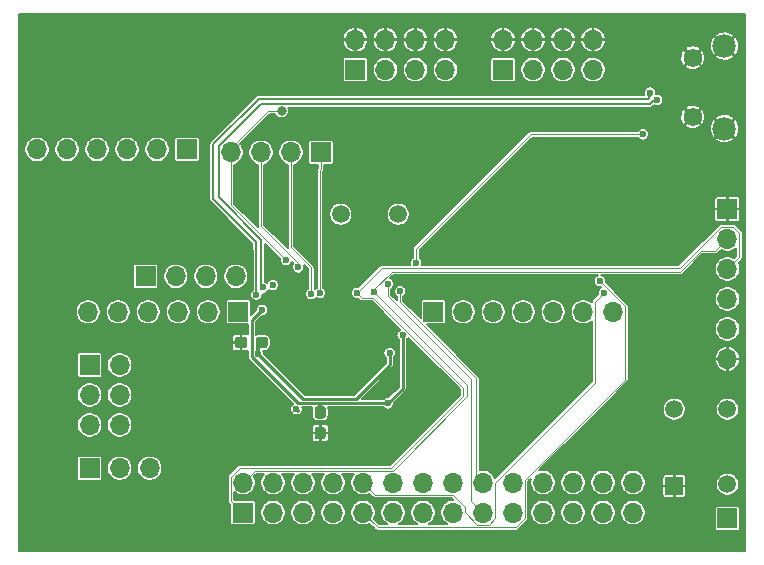
<source format=gbr>
G04 #@! TF.GenerationSoftware,KiCad,Pcbnew,(5.1.6)-1*
G04 #@! TF.CreationDate,2020-07-10T21:29:36-04:00*
G04 #@! TF.ProjectId,f1c200s,66316332-3030-4732-9e6b-696361645f70,rev?*
G04 #@! TF.SameCoordinates,Original*
G04 #@! TF.FileFunction,Copper,L2,Bot*
G04 #@! TF.FilePolarity,Positive*
%FSLAX46Y46*%
G04 Gerber Fmt 4.6, Leading zero omitted, Abs format (unit mm)*
G04 Created by KiCad (PCBNEW (5.1.6)-1) date 2020-07-10 21:29:36*
%MOMM*%
%LPD*%
G01*
G04 APERTURE LIST*
G04 #@! TA.AperFunction,ComponentPad*
%ADD10C,1.500000*%
G04 #@! TD*
G04 #@! TA.AperFunction,ComponentPad*
%ADD11C,1.498600*%
G04 #@! TD*
G04 #@! TA.AperFunction,ComponentPad*
%ADD12R,1.498600X1.498600*%
G04 #@! TD*
G04 #@! TA.AperFunction,ComponentPad*
%ADD13O,1.700000X1.700000*%
G04 #@! TD*
G04 #@! TA.AperFunction,ComponentPad*
%ADD14R,1.700000X1.700000*%
G04 #@! TD*
G04 #@! TA.AperFunction,ComponentPad*
%ADD15C,1.980000*%
G04 #@! TD*
G04 #@! TA.AperFunction,ComponentPad*
%ADD16C,1.582000*%
G04 #@! TD*
G04 #@! TA.AperFunction,ViaPad*
%ADD17C,0.600000*%
G04 #@! TD*
G04 #@! TA.AperFunction,ViaPad*
%ADD18C,0.800000*%
G04 #@! TD*
G04 #@! TA.AperFunction,Conductor*
%ADD19C,0.350000*%
G04 #@! TD*
G04 #@! TA.AperFunction,Conductor*
%ADD20C,0.250000*%
G04 #@! TD*
G04 #@! TA.AperFunction,Conductor*
%ADD21C,0.200000*%
G04 #@! TD*
G04 #@! TA.AperFunction,Conductor*
%ADD22C,0.125000*%
G04 #@! TD*
G04 #@! TA.AperFunction,Conductor*
%ADD23C,0.150000*%
G04 #@! TD*
G04 APERTURE END LIST*
D10*
X244380000Y-37250000D03*
X239500000Y-37250000D03*
D11*
X272250000Y-60100001D03*
X272250000Y-53750000D03*
X267749999Y-53750000D03*
D12*
X267749999Y-60250002D03*
D13*
X272250000Y-49500000D03*
X272250000Y-46960000D03*
X272250000Y-44420000D03*
X272250000Y-41880000D03*
X272250000Y-39340000D03*
D14*
X272250000Y-36800000D03*
D13*
X213800000Y-31750000D03*
X216340000Y-31750000D03*
X218880000Y-31750000D03*
X221420000Y-31750000D03*
X223960000Y-31750000D03*
D14*
X226500000Y-31750000D03*
D15*
X272000000Y-23000000D03*
X272000000Y-30000000D03*
D16*
X269300000Y-24000000D03*
X269300000Y-29000000D03*
D13*
X248370000Y-22460000D03*
X248370000Y-25000000D03*
X245830000Y-22460000D03*
X245830000Y-25000000D03*
X243290000Y-22460000D03*
X243290000Y-25000000D03*
X240750000Y-22460000D03*
D14*
X240750000Y-25000000D03*
X272250000Y-63000000D03*
D13*
X218130000Y-45500000D03*
X220670000Y-45500000D03*
X223210000Y-45500000D03*
X225750000Y-45500000D03*
X228290000Y-45500000D03*
D14*
X230830000Y-45500000D03*
D13*
X260870000Y-22460000D03*
X260870000Y-25000000D03*
X258330000Y-22460000D03*
X258330000Y-25000000D03*
X255790000Y-22460000D03*
X255790000Y-25000000D03*
X253250000Y-22460000D03*
D14*
X253250000Y-25000000D03*
D13*
X230210000Y-32000000D03*
X232750000Y-32000000D03*
X235290000Y-32000000D03*
D14*
X237830000Y-32000000D03*
D13*
X223330000Y-58750000D03*
X220790000Y-58750000D03*
D14*
X218250000Y-58750000D03*
D13*
X220790000Y-55080000D03*
X218250000Y-55080000D03*
X220790000Y-52540000D03*
X218250000Y-52540000D03*
X220790000Y-50000000D03*
D14*
X218250000Y-50000000D03*
D13*
X262580000Y-45500000D03*
X260040000Y-45500000D03*
X257500000Y-45500000D03*
X254960000Y-45500000D03*
X252420000Y-45500000D03*
X249880000Y-45500000D03*
D14*
X247340000Y-45500000D03*
D13*
X230620000Y-42500000D03*
X228080000Y-42500000D03*
X225540000Y-42500000D03*
D14*
X223000000Y-42500000D03*
D13*
X264250000Y-59960000D03*
X264250000Y-62500000D03*
X261710000Y-59960000D03*
X261710000Y-62500000D03*
X259170000Y-59960000D03*
X259170000Y-62500000D03*
X256630000Y-59960000D03*
X256630000Y-62500000D03*
X254090000Y-59960000D03*
X254090000Y-62500000D03*
X251550000Y-59960000D03*
X251550000Y-62500000D03*
X249010000Y-59960000D03*
X249010000Y-62500000D03*
X246470000Y-59960000D03*
X246470000Y-62500000D03*
X243930000Y-59960000D03*
X243930000Y-62500000D03*
X241390000Y-59960000D03*
X241390000Y-62500000D03*
X238850000Y-59960000D03*
X238850000Y-62500000D03*
X236310000Y-59960000D03*
X236310000Y-62500000D03*
X233770000Y-59960000D03*
X233770000Y-62500000D03*
X231230000Y-59960000D03*
D14*
X231230000Y-62500000D03*
G04 #@! TA.AperFunction,SMDPad,CuDef*
G36*
G01*
X237537500Y-55250000D02*
X238012500Y-55250000D01*
G75*
G02*
X238250000Y-55487500I0J-237500D01*
G01*
X238250000Y-56062500D01*
G75*
G02*
X238012500Y-56300000I-237500J0D01*
G01*
X237537500Y-56300000D01*
G75*
G02*
X237300000Y-56062500I0J237500D01*
G01*
X237300000Y-55487500D01*
G75*
G02*
X237537500Y-55250000I237500J0D01*
G01*
G37*
G04 #@! TD.AperFunction*
G04 #@! TA.AperFunction,SMDPad,CuDef*
G36*
G01*
X237537500Y-53500000D02*
X238012500Y-53500000D01*
G75*
G02*
X238250000Y-53737500I0J-237500D01*
G01*
X238250000Y-54312500D01*
G75*
G02*
X238012500Y-54550000I-237500J0D01*
G01*
X237537500Y-54550000D01*
G75*
G02*
X237300000Y-54312500I0J237500D01*
G01*
X237300000Y-53737500D01*
G75*
G02*
X237537500Y-53500000I237500J0D01*
G01*
G37*
G04 #@! TD.AperFunction*
G04 #@! TA.AperFunction,SMDPad,CuDef*
G36*
G01*
X231600000Y-47862500D02*
X231600000Y-48337500D01*
G75*
G02*
X231362500Y-48575000I-237500J0D01*
G01*
X230787500Y-48575000D01*
G75*
G02*
X230550000Y-48337500I0J237500D01*
G01*
X230550000Y-47862500D01*
G75*
G02*
X230787500Y-47625000I237500J0D01*
G01*
X231362500Y-47625000D01*
G75*
G02*
X231600000Y-47862500I0J-237500D01*
G01*
G37*
G04 #@! TD.AperFunction*
G04 #@! TA.AperFunction,SMDPad,CuDef*
G36*
G01*
X233350000Y-47862500D02*
X233350000Y-48337500D01*
G75*
G02*
X233112500Y-48575000I-237500J0D01*
G01*
X232537500Y-48575000D01*
G75*
G02*
X232300000Y-48337500I0J237500D01*
G01*
X232300000Y-47862500D01*
G75*
G02*
X232537500Y-47625000I237500J0D01*
G01*
X233112500Y-47625000D01*
G75*
G02*
X233350000Y-47862500I0J-237500D01*
G01*
G37*
G04 #@! TD.AperFunction*
D17*
X233600000Y-56850000D03*
X254500000Y-29200000D03*
X257000000Y-29200000D03*
X256300000Y-29200000D03*
X255200000Y-29200000D03*
X241370000Y-40790000D03*
D18*
X238750000Y-48000000D03*
X237750000Y-48000000D03*
X237750000Y-49000000D03*
X238750000Y-49000000D03*
X239750000Y-49000000D03*
X239750000Y-48000000D03*
X239750000Y-47000000D03*
X238750000Y-47000000D03*
X237750000Y-47000000D03*
X236750000Y-47000000D03*
X236750000Y-48000000D03*
X236750000Y-49000000D03*
X236750000Y-50000000D03*
X237750000Y-50000000D03*
X238750000Y-50000000D03*
X239750000Y-50000000D03*
X240750000Y-49000000D03*
X240750000Y-50000000D03*
X240750000Y-48000000D03*
X240750000Y-47000000D03*
X240750000Y-46000000D03*
X239750000Y-46000000D03*
X238750000Y-46000000D03*
X237750000Y-46000000D03*
X236750000Y-46000000D03*
X235750000Y-46000000D03*
X235750000Y-47000000D03*
X235750000Y-48000000D03*
X235750000Y-49000000D03*
X235750000Y-50000000D03*
X235750000Y-51000000D03*
X236750000Y-51000000D03*
X237750000Y-51000000D03*
X238750000Y-51000000D03*
X239750000Y-51000000D03*
X240750000Y-51000000D03*
X241750000Y-51000000D03*
X241750000Y-50000000D03*
X241750000Y-49000000D03*
X241750000Y-48000000D03*
X241750000Y-47000000D03*
X241750000Y-46000000D03*
X241750000Y-45000000D03*
X240750000Y-45000000D03*
X239750000Y-45000000D03*
X238750000Y-45000000D03*
X237750000Y-45000000D03*
X236750000Y-45000000D03*
X235750000Y-45000000D03*
D17*
X217750000Y-29750000D03*
X228000000Y-26000000D03*
X225210000Y-55980000D03*
X232760000Y-46510000D03*
X253870000Y-48970000D03*
X251000000Y-38900000D03*
X256100000Y-39600000D03*
X222400000Y-57100000D03*
X245700000Y-55400000D03*
X265500000Y-44900000D03*
X233750000Y-43250000D03*
X235750000Y-53750000D03*
X232490000Y-49062500D03*
X243650000Y-49000000D03*
X243500000Y-53250000D03*
X244750000Y-47500000D03*
X232850000Y-45337500D03*
X232927322Y-43441780D03*
X266300521Y-27550521D03*
X265699479Y-26949479D03*
X232372037Y-44047963D03*
X237750000Y-43900000D03*
X237000000Y-44000000D03*
X235894974Y-41740899D03*
D18*
X234500000Y-28500000D03*
D17*
X234873643Y-41126357D03*
X244530000Y-43780000D03*
X243490000Y-43130000D03*
X261800000Y-43900000D03*
X265090000Y-30480000D03*
X245890000Y-41370000D03*
X261452037Y-42897963D03*
X242340880Y-43862131D03*
X240890000Y-43910000D03*
D19*
X235874991Y-53874991D02*
X235750000Y-53750000D01*
D20*
X232490000Y-49062500D02*
X236302489Y-52874989D01*
X243650000Y-50025002D02*
X243650000Y-49000000D01*
X240800013Y-52874989D02*
X243650000Y-50025002D01*
X236302489Y-52874989D02*
X240800013Y-52874989D01*
D19*
X232490000Y-48435000D02*
X232825000Y-48100000D01*
X232490000Y-49062500D02*
X232490000Y-48435000D01*
D20*
X243500000Y-53250000D02*
X244750000Y-52000000D01*
X244750000Y-52000000D02*
X244750000Y-47500000D01*
X243474999Y-53224999D02*
X243500000Y-53250000D01*
X235875497Y-53224999D02*
X243474999Y-53224999D01*
X231964999Y-49314501D02*
X235875497Y-53224999D01*
X231964999Y-46222501D02*
X231964999Y-49314501D01*
X232850000Y-45337500D02*
X231964999Y-46222501D01*
D19*
X237775000Y-53375000D02*
X237674999Y-53274999D01*
X237775000Y-54025000D02*
X237775000Y-53375000D01*
D21*
X232755999Y-27899999D02*
X234668201Y-27899999D01*
X232776280Y-39400238D02*
X229159999Y-35783957D01*
X229159999Y-31495999D02*
X232755999Y-27899999D01*
X232776280Y-43290738D02*
X232776280Y-39400238D01*
X229159999Y-35783957D02*
X229159999Y-31495999D01*
X232927322Y-43441780D02*
X232776280Y-43290738D01*
X234668201Y-27899999D02*
X234668205Y-27900003D01*
X266017678Y-27550521D02*
X266300521Y-27550521D01*
X234668205Y-27900003D02*
X265668196Y-27900003D01*
X265668196Y-27900003D02*
X266017678Y-27550521D01*
X232326280Y-39586621D02*
X228710008Y-35970349D01*
X228710008Y-31309607D02*
X232569607Y-27450008D01*
X228710008Y-35970349D02*
X228710008Y-31309607D01*
X232569607Y-27450008D02*
X234481790Y-27450008D01*
X234481790Y-27450008D02*
X234481795Y-27450003D01*
X234481795Y-27450003D02*
X265481798Y-27450003D01*
X265481798Y-27450003D02*
X265699479Y-27232322D01*
X265699479Y-27232322D02*
X265699479Y-26949479D01*
X232326280Y-40136280D02*
X232372037Y-40182037D01*
X232372037Y-40182037D02*
X232372037Y-44047963D01*
X232326280Y-39586621D02*
X232326280Y-40136280D01*
D22*
X237830000Y-32000000D02*
X237830000Y-33420000D01*
X237750000Y-33500000D02*
X237750000Y-43900000D01*
X237830000Y-33420000D02*
X237750000Y-33500000D01*
X235290000Y-32000000D02*
X235290000Y-40040000D01*
X237000000Y-41750000D02*
X237000000Y-44000000D01*
X235290000Y-40040000D02*
X237000000Y-41750000D01*
X232750000Y-32000000D02*
X232750000Y-38250000D01*
X235894974Y-41394974D02*
X235894974Y-41740899D01*
X232750000Y-38250000D02*
X235894974Y-41394974D01*
X230130000Y-31750000D02*
X233380000Y-28500000D01*
X233380000Y-28500000D02*
X234500000Y-28500000D01*
X230210000Y-36462714D02*
X234873643Y-41126357D01*
X230210000Y-32000000D02*
X230210000Y-36462714D01*
X244530000Y-44682502D02*
X244530000Y-43780000D01*
X250977498Y-51130000D02*
X244530000Y-44682502D01*
X250977498Y-59387498D02*
X251550000Y-59960000D01*
X250977498Y-51130000D02*
X250977498Y-59387498D01*
X243490000Y-43130000D02*
X243490000Y-44170000D01*
X250537499Y-61487499D02*
X251550000Y-62500000D01*
X250537499Y-51217499D02*
X250537499Y-61487499D01*
X243490000Y-44170000D02*
X250537499Y-51217499D01*
X242402501Y-60972501D02*
X241390000Y-59960000D01*
X248981003Y-60972501D02*
X242402501Y-60972501D01*
X252562501Y-62986001D02*
X252036001Y-63512501D01*
X252036001Y-63512501D02*
X251063999Y-63512501D01*
X252562501Y-59988997D02*
X252562501Y-62986001D01*
X250022501Y-62013999D02*
X248981003Y-60972501D01*
X261052501Y-51498997D02*
X252562501Y-59988997D01*
X250022501Y-62471003D02*
X250022501Y-62013999D01*
X251063999Y-63512501D02*
X250022501Y-62471003D01*
X261052501Y-44647499D02*
X261052501Y-51498997D01*
X261800000Y-43900000D02*
X261052501Y-44647499D01*
X245890000Y-40175498D02*
X245890000Y-41370000D01*
X265090000Y-30480000D02*
X255585498Y-30480000D01*
X255585498Y-30480000D02*
X245890000Y-40175498D01*
X263592501Y-45038427D02*
X263592501Y-51257499D01*
X261452037Y-42897963D02*
X263592501Y-45038427D01*
X242627511Y-63737511D02*
X241390000Y-62500000D01*
X254350991Y-63737511D02*
X242627511Y-63737511D01*
X255102501Y-62986001D02*
X254350991Y-63737511D01*
X255102501Y-59747499D02*
X255102501Y-62986001D01*
X263592501Y-51257499D02*
X255102501Y-59747499D01*
X242340880Y-43862131D02*
X250220000Y-51741251D01*
X250220000Y-51741251D02*
X250220000Y-52620000D01*
X232242501Y-58947499D02*
X231230000Y-59960000D01*
X243892501Y-58947499D02*
X232242501Y-58947499D01*
X250220000Y-52620000D02*
X243892501Y-58947499D01*
X270005711Y-40352501D02*
X268258212Y-42100000D01*
X272250000Y-39340000D02*
X271237499Y-40352501D01*
X271237499Y-40352501D02*
X270005711Y-40352501D01*
X242340880Y-43594618D02*
X242340880Y-43862131D01*
X243835498Y-42100000D02*
X242340880Y-43594618D01*
X268258212Y-42100000D02*
X243835498Y-42100000D01*
X242259134Y-44324632D02*
X249890000Y-51955498D01*
X240890000Y-43910000D02*
X241304632Y-44324632D01*
X241304632Y-44324632D02*
X242259134Y-44324632D01*
X249890000Y-51955498D02*
X249890000Y-52631788D01*
X230217499Y-61487499D02*
X231230000Y-62500000D01*
X230217499Y-59473999D02*
X230217499Y-61487499D01*
X243799299Y-58722489D02*
X230969009Y-58722489D01*
X230969009Y-58722489D02*
X230217499Y-59473999D01*
X249890000Y-52631788D02*
X243799299Y-58722489D01*
X242967499Y-41832501D02*
X268207499Y-41832501D01*
X240890000Y-43910000D02*
X242967499Y-41832501D01*
X273262501Y-40867499D02*
X272250000Y-41880000D01*
X273262501Y-38853999D02*
X273262501Y-40867499D01*
X271712501Y-38327499D02*
X272736001Y-38327499D01*
X272736001Y-38327499D02*
X273262501Y-38853999D01*
X268207499Y-41832501D02*
X271712501Y-38327499D01*
D23*
G36*
X273725001Y-65725000D02*
G01*
X212275000Y-65725000D01*
X212275000Y-57900000D01*
X217173912Y-57900000D01*
X217173912Y-59600000D01*
X217178256Y-59644108D01*
X217191122Y-59686520D01*
X217212015Y-59725608D01*
X217240132Y-59759868D01*
X217274392Y-59787985D01*
X217313480Y-59808878D01*
X217355892Y-59821744D01*
X217400000Y-59826088D01*
X219100000Y-59826088D01*
X219144108Y-59821744D01*
X219186520Y-59808878D01*
X219225608Y-59787985D01*
X219259868Y-59759868D01*
X219287985Y-59725608D01*
X219308878Y-59686520D01*
X219321744Y-59644108D01*
X219326088Y-59600000D01*
X219326088Y-58644122D01*
X219715000Y-58644122D01*
X219715000Y-58855878D01*
X219756312Y-59063566D01*
X219837348Y-59259203D01*
X219954993Y-59435272D01*
X220104728Y-59585007D01*
X220280797Y-59702652D01*
X220476434Y-59783688D01*
X220684122Y-59825000D01*
X220895878Y-59825000D01*
X221103566Y-59783688D01*
X221299203Y-59702652D01*
X221475272Y-59585007D01*
X221625007Y-59435272D01*
X221742652Y-59259203D01*
X221823688Y-59063566D01*
X221865000Y-58855878D01*
X221865000Y-58644122D01*
X222255000Y-58644122D01*
X222255000Y-58855878D01*
X222296312Y-59063566D01*
X222377348Y-59259203D01*
X222494993Y-59435272D01*
X222644728Y-59585007D01*
X222820797Y-59702652D01*
X223016434Y-59783688D01*
X223224122Y-59825000D01*
X223435878Y-59825000D01*
X223643566Y-59783688D01*
X223839203Y-59702652D01*
X224015272Y-59585007D01*
X224165007Y-59435272D01*
X224282652Y-59259203D01*
X224363688Y-59063566D01*
X224405000Y-58855878D01*
X224405000Y-58644122D01*
X224363688Y-58436434D01*
X224282652Y-58240797D01*
X224165007Y-58064728D01*
X224015272Y-57914993D01*
X223839203Y-57797348D01*
X223643566Y-57716312D01*
X223435878Y-57675000D01*
X223224122Y-57675000D01*
X223016434Y-57716312D01*
X222820797Y-57797348D01*
X222644728Y-57914993D01*
X222494993Y-58064728D01*
X222377348Y-58240797D01*
X222296312Y-58436434D01*
X222255000Y-58644122D01*
X221865000Y-58644122D01*
X221823688Y-58436434D01*
X221742652Y-58240797D01*
X221625007Y-58064728D01*
X221475272Y-57914993D01*
X221299203Y-57797348D01*
X221103566Y-57716312D01*
X220895878Y-57675000D01*
X220684122Y-57675000D01*
X220476434Y-57716312D01*
X220280797Y-57797348D01*
X220104728Y-57914993D01*
X219954993Y-58064728D01*
X219837348Y-58240797D01*
X219756312Y-58436434D01*
X219715000Y-58644122D01*
X219326088Y-58644122D01*
X219326088Y-57900000D01*
X219321744Y-57855892D01*
X219308878Y-57813480D01*
X219287985Y-57774392D01*
X219259868Y-57740132D01*
X219225608Y-57712015D01*
X219186520Y-57691122D01*
X219144108Y-57678256D01*
X219100000Y-57673912D01*
X217400000Y-57673912D01*
X217355892Y-57678256D01*
X217313480Y-57691122D01*
X217274392Y-57712015D01*
X217240132Y-57740132D01*
X217212015Y-57774392D01*
X217191122Y-57813480D01*
X217178256Y-57855892D01*
X217173912Y-57900000D01*
X212275000Y-57900000D01*
X212275000Y-56300000D01*
X237048790Y-56300000D01*
X237053617Y-56349009D01*
X237067912Y-56396134D01*
X237091127Y-56439565D01*
X237122368Y-56477632D01*
X237160435Y-56508873D01*
X237203866Y-56532088D01*
X237250991Y-56546383D01*
X237300000Y-56551210D01*
X237687500Y-56550000D01*
X237750000Y-56487500D01*
X237750000Y-55800000D01*
X237800000Y-55800000D01*
X237800000Y-56487500D01*
X237862500Y-56550000D01*
X238250000Y-56551210D01*
X238299009Y-56546383D01*
X238346134Y-56532088D01*
X238389565Y-56508873D01*
X238427632Y-56477632D01*
X238458873Y-56439565D01*
X238482088Y-56396134D01*
X238496383Y-56349009D01*
X238501210Y-56300000D01*
X238500000Y-55862500D01*
X238437500Y-55800000D01*
X237800000Y-55800000D01*
X237750000Y-55800000D01*
X237112500Y-55800000D01*
X237050000Y-55862500D01*
X237048790Y-56300000D01*
X212275000Y-56300000D01*
X212275000Y-54974122D01*
X217175000Y-54974122D01*
X217175000Y-55185878D01*
X217216312Y-55393566D01*
X217297348Y-55589203D01*
X217414993Y-55765272D01*
X217564728Y-55915007D01*
X217740797Y-56032652D01*
X217936434Y-56113688D01*
X218144122Y-56155000D01*
X218355878Y-56155000D01*
X218563566Y-56113688D01*
X218759203Y-56032652D01*
X218935272Y-55915007D01*
X219085007Y-55765272D01*
X219202652Y-55589203D01*
X219283688Y-55393566D01*
X219325000Y-55185878D01*
X219325000Y-54974122D01*
X219715000Y-54974122D01*
X219715000Y-55185878D01*
X219756312Y-55393566D01*
X219837348Y-55589203D01*
X219954993Y-55765272D01*
X220104728Y-55915007D01*
X220280797Y-56032652D01*
X220476434Y-56113688D01*
X220684122Y-56155000D01*
X220895878Y-56155000D01*
X221103566Y-56113688D01*
X221299203Y-56032652D01*
X221475272Y-55915007D01*
X221625007Y-55765272D01*
X221742652Y-55589203D01*
X221823688Y-55393566D01*
X221852245Y-55250000D01*
X237048790Y-55250000D01*
X237050000Y-55687500D01*
X237112500Y-55750000D01*
X237750000Y-55750000D01*
X237750000Y-55062500D01*
X237800000Y-55062500D01*
X237800000Y-55750000D01*
X238437500Y-55750000D01*
X238500000Y-55687500D01*
X238501210Y-55250000D01*
X238496383Y-55200991D01*
X238482088Y-55153866D01*
X238458873Y-55110435D01*
X238427632Y-55072368D01*
X238389565Y-55041127D01*
X238346134Y-55017912D01*
X238299009Y-55003617D01*
X238250000Y-54998790D01*
X237862500Y-55000000D01*
X237800000Y-55062500D01*
X237750000Y-55062500D01*
X237687500Y-55000000D01*
X237300000Y-54998790D01*
X237250991Y-55003617D01*
X237203866Y-55017912D01*
X237160435Y-55041127D01*
X237122368Y-55072368D01*
X237091127Y-55110435D01*
X237067912Y-55153866D01*
X237053617Y-55200991D01*
X237048790Y-55250000D01*
X221852245Y-55250000D01*
X221865000Y-55185878D01*
X221865000Y-54974122D01*
X221823688Y-54766434D01*
X221742652Y-54570797D01*
X221625007Y-54394728D01*
X221475272Y-54244993D01*
X221299203Y-54127348D01*
X221103566Y-54046312D01*
X220895878Y-54005000D01*
X220684122Y-54005000D01*
X220476434Y-54046312D01*
X220280797Y-54127348D01*
X220104728Y-54244993D01*
X219954993Y-54394728D01*
X219837348Y-54570797D01*
X219756312Y-54766434D01*
X219715000Y-54974122D01*
X219325000Y-54974122D01*
X219283688Y-54766434D01*
X219202652Y-54570797D01*
X219085007Y-54394728D01*
X218935272Y-54244993D01*
X218759203Y-54127348D01*
X218563566Y-54046312D01*
X218355878Y-54005000D01*
X218144122Y-54005000D01*
X217936434Y-54046312D01*
X217740797Y-54127348D01*
X217564728Y-54244993D01*
X217414993Y-54394728D01*
X217297348Y-54570797D01*
X217216312Y-54766434D01*
X217175000Y-54974122D01*
X212275000Y-54974122D01*
X212275000Y-52434122D01*
X217175000Y-52434122D01*
X217175000Y-52645878D01*
X217216312Y-52853566D01*
X217297348Y-53049203D01*
X217414993Y-53225272D01*
X217564728Y-53375007D01*
X217740797Y-53492652D01*
X217936434Y-53573688D01*
X218144122Y-53615000D01*
X218355878Y-53615000D01*
X218563566Y-53573688D01*
X218759203Y-53492652D01*
X218935272Y-53375007D01*
X219085007Y-53225272D01*
X219202652Y-53049203D01*
X219283688Y-52853566D01*
X219325000Y-52645878D01*
X219325000Y-52434122D01*
X219715000Y-52434122D01*
X219715000Y-52645878D01*
X219756312Y-52853566D01*
X219837348Y-53049203D01*
X219954993Y-53225272D01*
X220104728Y-53375007D01*
X220280797Y-53492652D01*
X220476434Y-53573688D01*
X220684122Y-53615000D01*
X220895878Y-53615000D01*
X221103566Y-53573688D01*
X221299203Y-53492652D01*
X221475272Y-53375007D01*
X221625007Y-53225272D01*
X221742652Y-53049203D01*
X221823688Y-52853566D01*
X221865000Y-52645878D01*
X221865000Y-52434122D01*
X221823688Y-52226434D01*
X221742652Y-52030797D01*
X221625007Y-51854728D01*
X221475272Y-51704993D01*
X221299203Y-51587348D01*
X221103566Y-51506312D01*
X220895878Y-51465000D01*
X220684122Y-51465000D01*
X220476434Y-51506312D01*
X220280797Y-51587348D01*
X220104728Y-51704993D01*
X219954993Y-51854728D01*
X219837348Y-52030797D01*
X219756312Y-52226434D01*
X219715000Y-52434122D01*
X219325000Y-52434122D01*
X219283688Y-52226434D01*
X219202652Y-52030797D01*
X219085007Y-51854728D01*
X218935272Y-51704993D01*
X218759203Y-51587348D01*
X218563566Y-51506312D01*
X218355878Y-51465000D01*
X218144122Y-51465000D01*
X217936434Y-51506312D01*
X217740797Y-51587348D01*
X217564728Y-51704993D01*
X217414993Y-51854728D01*
X217297348Y-52030797D01*
X217216312Y-52226434D01*
X217175000Y-52434122D01*
X212275000Y-52434122D01*
X212275000Y-49150000D01*
X217173912Y-49150000D01*
X217173912Y-50850000D01*
X217178256Y-50894108D01*
X217191122Y-50936520D01*
X217212015Y-50975608D01*
X217240132Y-51009868D01*
X217274392Y-51037985D01*
X217313480Y-51058878D01*
X217355892Y-51071744D01*
X217400000Y-51076088D01*
X219100000Y-51076088D01*
X219144108Y-51071744D01*
X219186520Y-51058878D01*
X219225608Y-51037985D01*
X219259868Y-51009868D01*
X219287985Y-50975608D01*
X219308878Y-50936520D01*
X219321744Y-50894108D01*
X219326088Y-50850000D01*
X219326088Y-49894122D01*
X219715000Y-49894122D01*
X219715000Y-50105878D01*
X219756312Y-50313566D01*
X219837348Y-50509203D01*
X219954993Y-50685272D01*
X220104728Y-50835007D01*
X220280797Y-50952652D01*
X220476434Y-51033688D01*
X220684122Y-51075000D01*
X220895878Y-51075000D01*
X221103566Y-51033688D01*
X221299203Y-50952652D01*
X221475272Y-50835007D01*
X221625007Y-50685272D01*
X221742652Y-50509203D01*
X221823688Y-50313566D01*
X221865000Y-50105878D01*
X221865000Y-49894122D01*
X221823688Y-49686434D01*
X221742652Y-49490797D01*
X221625007Y-49314728D01*
X221475272Y-49164993D01*
X221299203Y-49047348D01*
X221103566Y-48966312D01*
X220895878Y-48925000D01*
X220684122Y-48925000D01*
X220476434Y-48966312D01*
X220280797Y-49047348D01*
X220104728Y-49164993D01*
X219954993Y-49314728D01*
X219837348Y-49490797D01*
X219756312Y-49686434D01*
X219715000Y-49894122D01*
X219326088Y-49894122D01*
X219326088Y-49150000D01*
X219321744Y-49105892D01*
X219308878Y-49063480D01*
X219287985Y-49024392D01*
X219259868Y-48990132D01*
X219225608Y-48962015D01*
X219186520Y-48941122D01*
X219144108Y-48928256D01*
X219100000Y-48923912D01*
X217400000Y-48923912D01*
X217355892Y-48928256D01*
X217313480Y-48941122D01*
X217274392Y-48962015D01*
X217240132Y-48990132D01*
X217212015Y-49024392D01*
X217191122Y-49063480D01*
X217178256Y-49105892D01*
X217173912Y-49150000D01*
X212275000Y-49150000D01*
X212275000Y-48575000D01*
X230298790Y-48575000D01*
X230303617Y-48624009D01*
X230317912Y-48671134D01*
X230341127Y-48714565D01*
X230372368Y-48752632D01*
X230410435Y-48783873D01*
X230453866Y-48807088D01*
X230500991Y-48821383D01*
X230550000Y-48826210D01*
X230987500Y-48825000D01*
X231050000Y-48762500D01*
X231050000Y-48125000D01*
X230362500Y-48125000D01*
X230300000Y-48187500D01*
X230298790Y-48575000D01*
X212275000Y-48575000D01*
X212275000Y-47625000D01*
X230298790Y-47625000D01*
X230300000Y-48012500D01*
X230362500Y-48075000D01*
X231050000Y-48075000D01*
X231050000Y-47437500D01*
X230987500Y-47375000D01*
X230550000Y-47373790D01*
X230500991Y-47378617D01*
X230453866Y-47392912D01*
X230410435Y-47416127D01*
X230372368Y-47447368D01*
X230341127Y-47485435D01*
X230317912Y-47528866D01*
X230303617Y-47575991D01*
X230298790Y-47625000D01*
X212275000Y-47625000D01*
X212275000Y-45394122D01*
X217055000Y-45394122D01*
X217055000Y-45605878D01*
X217096312Y-45813566D01*
X217177348Y-46009203D01*
X217294993Y-46185272D01*
X217444728Y-46335007D01*
X217620797Y-46452652D01*
X217816434Y-46533688D01*
X218024122Y-46575000D01*
X218235878Y-46575000D01*
X218443566Y-46533688D01*
X218639203Y-46452652D01*
X218815272Y-46335007D01*
X218965007Y-46185272D01*
X219082652Y-46009203D01*
X219163688Y-45813566D01*
X219205000Y-45605878D01*
X219205000Y-45394122D01*
X219595000Y-45394122D01*
X219595000Y-45605878D01*
X219636312Y-45813566D01*
X219717348Y-46009203D01*
X219834993Y-46185272D01*
X219984728Y-46335007D01*
X220160797Y-46452652D01*
X220356434Y-46533688D01*
X220564122Y-46575000D01*
X220775878Y-46575000D01*
X220983566Y-46533688D01*
X221179203Y-46452652D01*
X221355272Y-46335007D01*
X221505007Y-46185272D01*
X221622652Y-46009203D01*
X221703688Y-45813566D01*
X221745000Y-45605878D01*
X221745000Y-45394122D01*
X222135000Y-45394122D01*
X222135000Y-45605878D01*
X222176312Y-45813566D01*
X222257348Y-46009203D01*
X222374993Y-46185272D01*
X222524728Y-46335007D01*
X222700797Y-46452652D01*
X222896434Y-46533688D01*
X223104122Y-46575000D01*
X223315878Y-46575000D01*
X223523566Y-46533688D01*
X223719203Y-46452652D01*
X223895272Y-46335007D01*
X224045007Y-46185272D01*
X224162652Y-46009203D01*
X224243688Y-45813566D01*
X224285000Y-45605878D01*
X224285000Y-45394122D01*
X224675000Y-45394122D01*
X224675000Y-45605878D01*
X224716312Y-45813566D01*
X224797348Y-46009203D01*
X224914993Y-46185272D01*
X225064728Y-46335007D01*
X225240797Y-46452652D01*
X225436434Y-46533688D01*
X225644122Y-46575000D01*
X225855878Y-46575000D01*
X226063566Y-46533688D01*
X226259203Y-46452652D01*
X226435272Y-46335007D01*
X226585007Y-46185272D01*
X226702652Y-46009203D01*
X226783688Y-45813566D01*
X226825000Y-45605878D01*
X226825000Y-45394122D01*
X227215000Y-45394122D01*
X227215000Y-45605878D01*
X227256312Y-45813566D01*
X227337348Y-46009203D01*
X227454993Y-46185272D01*
X227604728Y-46335007D01*
X227780797Y-46452652D01*
X227976434Y-46533688D01*
X228184122Y-46575000D01*
X228395878Y-46575000D01*
X228603566Y-46533688D01*
X228799203Y-46452652D01*
X228975272Y-46335007D01*
X229125007Y-46185272D01*
X229242652Y-46009203D01*
X229323688Y-45813566D01*
X229365000Y-45605878D01*
X229365000Y-45394122D01*
X229323688Y-45186434D01*
X229242652Y-44990797D01*
X229125007Y-44814728D01*
X228975272Y-44664993D01*
X228952834Y-44650000D01*
X229753912Y-44650000D01*
X229753912Y-46350000D01*
X229758256Y-46394108D01*
X229771122Y-46436520D01*
X229792015Y-46475608D01*
X229820132Y-46509868D01*
X229854392Y-46537985D01*
X229893480Y-46558878D01*
X229935892Y-46571744D01*
X229980000Y-46576088D01*
X231614999Y-46576088D01*
X231614999Y-47375267D01*
X231600000Y-47373790D01*
X231162500Y-47375000D01*
X231100000Y-47437500D01*
X231100000Y-48075000D01*
X231120000Y-48075000D01*
X231120000Y-48125000D01*
X231100000Y-48125000D01*
X231100000Y-48762500D01*
X231162500Y-48825000D01*
X231600000Y-48826210D01*
X231615000Y-48824733D01*
X231615000Y-49297303D01*
X231613306Y-49314501D01*
X231620064Y-49383112D01*
X231640078Y-49449088D01*
X231672578Y-49509891D01*
X231716315Y-49563186D01*
X231729675Y-49574150D01*
X235464725Y-53309202D01*
X235415332Y-53342206D01*
X235342206Y-53415332D01*
X235284751Y-53501319D01*
X235245176Y-53596863D01*
X235225000Y-53698292D01*
X235225000Y-53801708D01*
X235245176Y-53903137D01*
X235284751Y-53998681D01*
X235342206Y-54084668D01*
X235415332Y-54157794D01*
X235501319Y-54215249D01*
X235596863Y-54254824D01*
X235698292Y-54275000D01*
X235801708Y-54275000D01*
X235819501Y-54271461D01*
X235874991Y-54276926D01*
X235953404Y-54269203D01*
X236028805Y-54246330D01*
X236098293Y-54209188D01*
X236159201Y-54159201D01*
X236209188Y-54098293D01*
X236246330Y-54028805D01*
X236269203Y-53953404D01*
X236276926Y-53874991D01*
X236271461Y-53819501D01*
X236275000Y-53801708D01*
X236275000Y-53698292D01*
X236254824Y-53596863D01*
X236245768Y-53574999D01*
X237104679Y-53574999D01*
X237082820Y-53647058D01*
X237073912Y-53737500D01*
X237073912Y-54312500D01*
X237082820Y-54402942D01*
X237109201Y-54489907D01*
X237152041Y-54570056D01*
X237209694Y-54640306D01*
X237279944Y-54697959D01*
X237360093Y-54740799D01*
X237447058Y-54767180D01*
X237537500Y-54776088D01*
X238012500Y-54776088D01*
X238102942Y-54767180D01*
X238189907Y-54740799D01*
X238270056Y-54697959D01*
X238340306Y-54640306D01*
X238397959Y-54570056D01*
X238440799Y-54489907D01*
X238467180Y-54402942D01*
X238476088Y-54312500D01*
X238476088Y-53737500D01*
X238467180Y-53647058D01*
X238445321Y-53574999D01*
X243085745Y-53574999D01*
X243092206Y-53584668D01*
X243165332Y-53657794D01*
X243251319Y-53715249D01*
X243346863Y-53754824D01*
X243448292Y-53775000D01*
X243551708Y-53775000D01*
X243653137Y-53754824D01*
X243748681Y-53715249D01*
X243834668Y-53657794D01*
X243907794Y-53584668D01*
X243965249Y-53498681D01*
X244004824Y-53403137D01*
X244025000Y-53301708D01*
X244025000Y-53219973D01*
X244985329Y-52259645D01*
X244998684Y-52248685D01*
X245042422Y-52195390D01*
X245074922Y-52134587D01*
X245094935Y-52068612D01*
X245100000Y-52017189D01*
X245100000Y-52017188D01*
X245101693Y-52000000D01*
X245100000Y-51982811D01*
X245100000Y-47892462D01*
X245157794Y-47834668D01*
X245215249Y-47748681D01*
X245233217Y-47705301D01*
X249602500Y-52074584D01*
X249602501Y-52512701D01*
X243680214Y-58434989D01*
X230983132Y-58434989D01*
X230969009Y-58433598D01*
X230954886Y-58434989D01*
X230912649Y-58439149D01*
X230858455Y-58455589D01*
X230808510Y-58482285D01*
X230764732Y-58518212D01*
X230755729Y-58529183D01*
X230024201Y-59260712D01*
X230013222Y-59269722D01*
X229987754Y-59300756D01*
X229977295Y-59313500D01*
X229951833Y-59361137D01*
X229950599Y-59363446D01*
X229934159Y-59417640D01*
X229930805Y-59451693D01*
X229928608Y-59473999D01*
X229929999Y-59488119D01*
X229930000Y-61473369D01*
X229928608Y-61487499D01*
X229933662Y-61538803D01*
X229934160Y-61543859D01*
X229939147Y-61560298D01*
X229950599Y-61598052D01*
X229977295Y-61647998D01*
X229991243Y-61664993D01*
X230013223Y-61691776D01*
X230024197Y-61700782D01*
X230153912Y-61830497D01*
X230153912Y-63350000D01*
X230158256Y-63394108D01*
X230171122Y-63436520D01*
X230192015Y-63475608D01*
X230220132Y-63509868D01*
X230254392Y-63537985D01*
X230293480Y-63558878D01*
X230335892Y-63571744D01*
X230380000Y-63576088D01*
X232080000Y-63576088D01*
X232124108Y-63571744D01*
X232166520Y-63558878D01*
X232205608Y-63537985D01*
X232239868Y-63509868D01*
X232267985Y-63475608D01*
X232288878Y-63436520D01*
X232301744Y-63394108D01*
X232306088Y-63350000D01*
X232306088Y-62394122D01*
X232695000Y-62394122D01*
X232695000Y-62605878D01*
X232736312Y-62813566D01*
X232817348Y-63009203D01*
X232934993Y-63185272D01*
X233084728Y-63335007D01*
X233260797Y-63452652D01*
X233456434Y-63533688D01*
X233664122Y-63575000D01*
X233875878Y-63575000D01*
X234083566Y-63533688D01*
X234279203Y-63452652D01*
X234455272Y-63335007D01*
X234605007Y-63185272D01*
X234722652Y-63009203D01*
X234803688Y-62813566D01*
X234845000Y-62605878D01*
X234845000Y-62394122D01*
X235235000Y-62394122D01*
X235235000Y-62605878D01*
X235276312Y-62813566D01*
X235357348Y-63009203D01*
X235474993Y-63185272D01*
X235624728Y-63335007D01*
X235800797Y-63452652D01*
X235996434Y-63533688D01*
X236204122Y-63575000D01*
X236415878Y-63575000D01*
X236623566Y-63533688D01*
X236819203Y-63452652D01*
X236995272Y-63335007D01*
X237145007Y-63185272D01*
X237262652Y-63009203D01*
X237343688Y-62813566D01*
X237385000Y-62605878D01*
X237385000Y-62394122D01*
X237775000Y-62394122D01*
X237775000Y-62605878D01*
X237816312Y-62813566D01*
X237897348Y-63009203D01*
X238014993Y-63185272D01*
X238164728Y-63335007D01*
X238340797Y-63452652D01*
X238536434Y-63533688D01*
X238744122Y-63575000D01*
X238955878Y-63575000D01*
X239163566Y-63533688D01*
X239359203Y-63452652D01*
X239535272Y-63335007D01*
X239685007Y-63185272D01*
X239802652Y-63009203D01*
X239883688Y-62813566D01*
X239925000Y-62605878D01*
X239925000Y-62394122D01*
X239883688Y-62186434D01*
X239802652Y-61990797D01*
X239685007Y-61814728D01*
X239535272Y-61664993D01*
X239359203Y-61547348D01*
X239163566Y-61466312D01*
X238955878Y-61425000D01*
X238744122Y-61425000D01*
X238536434Y-61466312D01*
X238340797Y-61547348D01*
X238164728Y-61664993D01*
X238014993Y-61814728D01*
X237897348Y-61990797D01*
X237816312Y-62186434D01*
X237775000Y-62394122D01*
X237385000Y-62394122D01*
X237343688Y-62186434D01*
X237262652Y-61990797D01*
X237145007Y-61814728D01*
X236995272Y-61664993D01*
X236819203Y-61547348D01*
X236623566Y-61466312D01*
X236415878Y-61425000D01*
X236204122Y-61425000D01*
X235996434Y-61466312D01*
X235800797Y-61547348D01*
X235624728Y-61664993D01*
X235474993Y-61814728D01*
X235357348Y-61990797D01*
X235276312Y-62186434D01*
X235235000Y-62394122D01*
X234845000Y-62394122D01*
X234803688Y-62186434D01*
X234722652Y-61990797D01*
X234605007Y-61814728D01*
X234455272Y-61664993D01*
X234279203Y-61547348D01*
X234083566Y-61466312D01*
X233875878Y-61425000D01*
X233664122Y-61425000D01*
X233456434Y-61466312D01*
X233260797Y-61547348D01*
X233084728Y-61664993D01*
X232934993Y-61814728D01*
X232817348Y-61990797D01*
X232736312Y-62186434D01*
X232695000Y-62394122D01*
X232306088Y-62394122D01*
X232306088Y-61650000D01*
X232301744Y-61605892D01*
X232288878Y-61563480D01*
X232267985Y-61524392D01*
X232239868Y-61490132D01*
X232205608Y-61462015D01*
X232166520Y-61441122D01*
X232124108Y-61428256D01*
X232080000Y-61423912D01*
X230560497Y-61423912D01*
X230504999Y-61368414D01*
X230504999Y-60755278D01*
X230544728Y-60795007D01*
X230720797Y-60912652D01*
X230916434Y-60993688D01*
X231124122Y-61035000D01*
X231335878Y-61035000D01*
X231543566Y-60993688D01*
X231739203Y-60912652D01*
X231915272Y-60795007D01*
X232065007Y-60645272D01*
X232182652Y-60469203D01*
X232263688Y-60273566D01*
X232305000Y-60065878D01*
X232305000Y-59854122D01*
X232263688Y-59646434D01*
X232182652Y-59450797D01*
X232167887Y-59428699D01*
X232361587Y-59234999D01*
X232974722Y-59234999D01*
X232934993Y-59274728D01*
X232817348Y-59450797D01*
X232736312Y-59646434D01*
X232695000Y-59854122D01*
X232695000Y-60065878D01*
X232736312Y-60273566D01*
X232817348Y-60469203D01*
X232934993Y-60645272D01*
X233084728Y-60795007D01*
X233260797Y-60912652D01*
X233456434Y-60993688D01*
X233664122Y-61035000D01*
X233875878Y-61035000D01*
X234083566Y-60993688D01*
X234279203Y-60912652D01*
X234455272Y-60795007D01*
X234605007Y-60645272D01*
X234722652Y-60469203D01*
X234803688Y-60273566D01*
X234845000Y-60065878D01*
X234845000Y-59854122D01*
X234803688Y-59646434D01*
X234722652Y-59450797D01*
X234605007Y-59274728D01*
X234565278Y-59234999D01*
X235514722Y-59234999D01*
X235474993Y-59274728D01*
X235357348Y-59450797D01*
X235276312Y-59646434D01*
X235235000Y-59854122D01*
X235235000Y-60065878D01*
X235276312Y-60273566D01*
X235357348Y-60469203D01*
X235474993Y-60645272D01*
X235624728Y-60795007D01*
X235800797Y-60912652D01*
X235996434Y-60993688D01*
X236204122Y-61035000D01*
X236415878Y-61035000D01*
X236623566Y-60993688D01*
X236819203Y-60912652D01*
X236995272Y-60795007D01*
X237145007Y-60645272D01*
X237262652Y-60469203D01*
X237343688Y-60273566D01*
X237385000Y-60065878D01*
X237385000Y-59854122D01*
X237343688Y-59646434D01*
X237262652Y-59450797D01*
X237145007Y-59274728D01*
X237105278Y-59234999D01*
X238054722Y-59234999D01*
X238014993Y-59274728D01*
X237897348Y-59450797D01*
X237816312Y-59646434D01*
X237775000Y-59854122D01*
X237775000Y-60065878D01*
X237816312Y-60273566D01*
X237897348Y-60469203D01*
X238014993Y-60645272D01*
X238164728Y-60795007D01*
X238340797Y-60912652D01*
X238536434Y-60993688D01*
X238744122Y-61035000D01*
X238955878Y-61035000D01*
X239163566Y-60993688D01*
X239359203Y-60912652D01*
X239535272Y-60795007D01*
X239685007Y-60645272D01*
X239802652Y-60469203D01*
X239883688Y-60273566D01*
X239925000Y-60065878D01*
X239925000Y-59854122D01*
X239883688Y-59646434D01*
X239802652Y-59450797D01*
X239685007Y-59274728D01*
X239645278Y-59234999D01*
X240594722Y-59234999D01*
X240554993Y-59274728D01*
X240437348Y-59450797D01*
X240356312Y-59646434D01*
X240315000Y-59854122D01*
X240315000Y-60065878D01*
X240356312Y-60273566D01*
X240437348Y-60469203D01*
X240554993Y-60645272D01*
X240704728Y-60795007D01*
X240880797Y-60912652D01*
X241076434Y-60993688D01*
X241284122Y-61035000D01*
X241495878Y-61035000D01*
X241703566Y-60993688D01*
X241899203Y-60912652D01*
X241921301Y-60897887D01*
X242189218Y-61165804D01*
X242198224Y-61176778D01*
X242231590Y-61204160D01*
X242242002Y-61212705D01*
X242291947Y-61239401D01*
X242346141Y-61255841D01*
X242402501Y-61261392D01*
X242416624Y-61260001D01*
X248861918Y-61260001D01*
X249026917Y-61425000D01*
X248904122Y-61425000D01*
X248696434Y-61466312D01*
X248500797Y-61547348D01*
X248324728Y-61664993D01*
X248174993Y-61814728D01*
X248057348Y-61990797D01*
X247976312Y-62186434D01*
X247935000Y-62394122D01*
X247935000Y-62605878D01*
X247976312Y-62813566D01*
X248057348Y-63009203D01*
X248174993Y-63185272D01*
X248324728Y-63335007D01*
X248496844Y-63450011D01*
X246983156Y-63450011D01*
X247155272Y-63335007D01*
X247305007Y-63185272D01*
X247422652Y-63009203D01*
X247503688Y-62813566D01*
X247545000Y-62605878D01*
X247545000Y-62394122D01*
X247503688Y-62186434D01*
X247422652Y-61990797D01*
X247305007Y-61814728D01*
X247155272Y-61664993D01*
X246979203Y-61547348D01*
X246783566Y-61466312D01*
X246575878Y-61425000D01*
X246364122Y-61425000D01*
X246156434Y-61466312D01*
X245960797Y-61547348D01*
X245784728Y-61664993D01*
X245634993Y-61814728D01*
X245517348Y-61990797D01*
X245436312Y-62186434D01*
X245395000Y-62394122D01*
X245395000Y-62605878D01*
X245436312Y-62813566D01*
X245517348Y-63009203D01*
X245634993Y-63185272D01*
X245784728Y-63335007D01*
X245956844Y-63450011D01*
X244443156Y-63450011D01*
X244615272Y-63335007D01*
X244765007Y-63185272D01*
X244882652Y-63009203D01*
X244963688Y-62813566D01*
X245005000Y-62605878D01*
X245005000Y-62394122D01*
X244963688Y-62186434D01*
X244882652Y-61990797D01*
X244765007Y-61814728D01*
X244615272Y-61664993D01*
X244439203Y-61547348D01*
X244243566Y-61466312D01*
X244035878Y-61425000D01*
X243824122Y-61425000D01*
X243616434Y-61466312D01*
X243420797Y-61547348D01*
X243244728Y-61664993D01*
X243094993Y-61814728D01*
X242977348Y-61990797D01*
X242896312Y-62186434D01*
X242855000Y-62394122D01*
X242855000Y-62605878D01*
X242896312Y-62813566D01*
X242977348Y-63009203D01*
X243094993Y-63185272D01*
X243244728Y-63335007D01*
X243416844Y-63450011D01*
X242746597Y-63450011D01*
X242327887Y-63031301D01*
X242342652Y-63009203D01*
X242423688Y-62813566D01*
X242465000Y-62605878D01*
X242465000Y-62394122D01*
X242423688Y-62186434D01*
X242342652Y-61990797D01*
X242225007Y-61814728D01*
X242075272Y-61664993D01*
X241899203Y-61547348D01*
X241703566Y-61466312D01*
X241495878Y-61425000D01*
X241284122Y-61425000D01*
X241076434Y-61466312D01*
X240880797Y-61547348D01*
X240704728Y-61664993D01*
X240554993Y-61814728D01*
X240437348Y-61990797D01*
X240356312Y-62186434D01*
X240315000Y-62394122D01*
X240315000Y-62605878D01*
X240356312Y-62813566D01*
X240437348Y-63009203D01*
X240554993Y-63185272D01*
X240704728Y-63335007D01*
X240880797Y-63452652D01*
X241076434Y-63533688D01*
X241284122Y-63575000D01*
X241495878Y-63575000D01*
X241703566Y-63533688D01*
X241899203Y-63452652D01*
X241921301Y-63437887D01*
X242414228Y-63930814D01*
X242423234Y-63941788D01*
X242467012Y-63977715D01*
X242516957Y-64004411D01*
X242571151Y-64020851D01*
X242613388Y-64025011D01*
X242613391Y-64025011D01*
X242627511Y-64026402D01*
X242641631Y-64025011D01*
X254336871Y-64025011D01*
X254350991Y-64026402D01*
X254365111Y-64025011D01*
X254365114Y-64025011D01*
X254407351Y-64020851D01*
X254461545Y-64004411D01*
X254511490Y-63977715D01*
X254555268Y-63941788D01*
X254564278Y-63930809D01*
X255295804Y-63199284D01*
X255306778Y-63190278D01*
X255342705Y-63146500D01*
X255369401Y-63096555D01*
X255385841Y-63042361D01*
X255390001Y-63000124D01*
X255391392Y-62986001D01*
X255390001Y-62971878D01*
X255390001Y-62394122D01*
X255555000Y-62394122D01*
X255555000Y-62605878D01*
X255596312Y-62813566D01*
X255677348Y-63009203D01*
X255794993Y-63185272D01*
X255944728Y-63335007D01*
X256120797Y-63452652D01*
X256316434Y-63533688D01*
X256524122Y-63575000D01*
X256735878Y-63575000D01*
X256943566Y-63533688D01*
X257139203Y-63452652D01*
X257315272Y-63335007D01*
X257465007Y-63185272D01*
X257582652Y-63009203D01*
X257663688Y-62813566D01*
X257705000Y-62605878D01*
X257705000Y-62394122D01*
X258095000Y-62394122D01*
X258095000Y-62605878D01*
X258136312Y-62813566D01*
X258217348Y-63009203D01*
X258334993Y-63185272D01*
X258484728Y-63335007D01*
X258660797Y-63452652D01*
X258856434Y-63533688D01*
X259064122Y-63575000D01*
X259275878Y-63575000D01*
X259483566Y-63533688D01*
X259679203Y-63452652D01*
X259855272Y-63335007D01*
X260005007Y-63185272D01*
X260122652Y-63009203D01*
X260203688Y-62813566D01*
X260245000Y-62605878D01*
X260245000Y-62394122D01*
X260635000Y-62394122D01*
X260635000Y-62605878D01*
X260676312Y-62813566D01*
X260757348Y-63009203D01*
X260874993Y-63185272D01*
X261024728Y-63335007D01*
X261200797Y-63452652D01*
X261396434Y-63533688D01*
X261604122Y-63575000D01*
X261815878Y-63575000D01*
X262023566Y-63533688D01*
X262219203Y-63452652D01*
X262395272Y-63335007D01*
X262545007Y-63185272D01*
X262662652Y-63009203D01*
X262743688Y-62813566D01*
X262785000Y-62605878D01*
X262785000Y-62394122D01*
X263175000Y-62394122D01*
X263175000Y-62605878D01*
X263216312Y-62813566D01*
X263297348Y-63009203D01*
X263414993Y-63185272D01*
X263564728Y-63335007D01*
X263740797Y-63452652D01*
X263936434Y-63533688D01*
X264144122Y-63575000D01*
X264355878Y-63575000D01*
X264563566Y-63533688D01*
X264759203Y-63452652D01*
X264935272Y-63335007D01*
X265085007Y-63185272D01*
X265202652Y-63009203D01*
X265283688Y-62813566D01*
X265325000Y-62605878D01*
X265325000Y-62394122D01*
X265283688Y-62186434D01*
X265268597Y-62150000D01*
X271173912Y-62150000D01*
X271173912Y-63850000D01*
X271178256Y-63894108D01*
X271191122Y-63936520D01*
X271212015Y-63975608D01*
X271240132Y-64009868D01*
X271274392Y-64037985D01*
X271313480Y-64058878D01*
X271355892Y-64071744D01*
X271400000Y-64076088D01*
X273100000Y-64076088D01*
X273144108Y-64071744D01*
X273186520Y-64058878D01*
X273225608Y-64037985D01*
X273259868Y-64009868D01*
X273287985Y-63975608D01*
X273308878Y-63936520D01*
X273321744Y-63894108D01*
X273326088Y-63850000D01*
X273326088Y-62150000D01*
X273321744Y-62105892D01*
X273308878Y-62063480D01*
X273287985Y-62024392D01*
X273259868Y-61990132D01*
X273225608Y-61962015D01*
X273186520Y-61941122D01*
X273144108Y-61928256D01*
X273100000Y-61923912D01*
X271400000Y-61923912D01*
X271355892Y-61928256D01*
X271313480Y-61941122D01*
X271274392Y-61962015D01*
X271240132Y-61990132D01*
X271212015Y-62024392D01*
X271191122Y-62063480D01*
X271178256Y-62105892D01*
X271173912Y-62150000D01*
X265268597Y-62150000D01*
X265202652Y-61990797D01*
X265085007Y-61814728D01*
X264935272Y-61664993D01*
X264759203Y-61547348D01*
X264563566Y-61466312D01*
X264355878Y-61425000D01*
X264144122Y-61425000D01*
X263936434Y-61466312D01*
X263740797Y-61547348D01*
X263564728Y-61664993D01*
X263414993Y-61814728D01*
X263297348Y-61990797D01*
X263216312Y-62186434D01*
X263175000Y-62394122D01*
X262785000Y-62394122D01*
X262743688Y-62186434D01*
X262662652Y-61990797D01*
X262545007Y-61814728D01*
X262395272Y-61664993D01*
X262219203Y-61547348D01*
X262023566Y-61466312D01*
X261815878Y-61425000D01*
X261604122Y-61425000D01*
X261396434Y-61466312D01*
X261200797Y-61547348D01*
X261024728Y-61664993D01*
X260874993Y-61814728D01*
X260757348Y-61990797D01*
X260676312Y-62186434D01*
X260635000Y-62394122D01*
X260245000Y-62394122D01*
X260203688Y-62186434D01*
X260122652Y-61990797D01*
X260005007Y-61814728D01*
X259855272Y-61664993D01*
X259679203Y-61547348D01*
X259483566Y-61466312D01*
X259275878Y-61425000D01*
X259064122Y-61425000D01*
X258856434Y-61466312D01*
X258660797Y-61547348D01*
X258484728Y-61664993D01*
X258334993Y-61814728D01*
X258217348Y-61990797D01*
X258136312Y-62186434D01*
X258095000Y-62394122D01*
X257705000Y-62394122D01*
X257663688Y-62186434D01*
X257582652Y-61990797D01*
X257465007Y-61814728D01*
X257315272Y-61664993D01*
X257139203Y-61547348D01*
X256943566Y-61466312D01*
X256735878Y-61425000D01*
X256524122Y-61425000D01*
X256316434Y-61466312D01*
X256120797Y-61547348D01*
X255944728Y-61664993D01*
X255794993Y-61814728D01*
X255677348Y-61990797D01*
X255596312Y-62186434D01*
X255555000Y-62394122D01*
X255390001Y-62394122D01*
X255390001Y-59866584D01*
X255592876Y-59663709D01*
X255555000Y-59854122D01*
X255555000Y-60065878D01*
X255596312Y-60273566D01*
X255677348Y-60469203D01*
X255794993Y-60645272D01*
X255944728Y-60795007D01*
X256120797Y-60912652D01*
X256316434Y-60993688D01*
X256524122Y-61035000D01*
X256735878Y-61035000D01*
X256943566Y-60993688D01*
X257139203Y-60912652D01*
X257315272Y-60795007D01*
X257465007Y-60645272D01*
X257582652Y-60469203D01*
X257663688Y-60273566D01*
X257705000Y-60065878D01*
X257705000Y-59854122D01*
X258095000Y-59854122D01*
X258095000Y-60065878D01*
X258136312Y-60273566D01*
X258217348Y-60469203D01*
X258334993Y-60645272D01*
X258484728Y-60795007D01*
X258660797Y-60912652D01*
X258856434Y-60993688D01*
X259064122Y-61035000D01*
X259275878Y-61035000D01*
X259483566Y-60993688D01*
X259679203Y-60912652D01*
X259855272Y-60795007D01*
X260005007Y-60645272D01*
X260122652Y-60469203D01*
X260203688Y-60273566D01*
X260245000Y-60065878D01*
X260245000Y-59854122D01*
X260635000Y-59854122D01*
X260635000Y-60065878D01*
X260676312Y-60273566D01*
X260757348Y-60469203D01*
X260874993Y-60645272D01*
X261024728Y-60795007D01*
X261200797Y-60912652D01*
X261396434Y-60993688D01*
X261604122Y-61035000D01*
X261815878Y-61035000D01*
X262023566Y-60993688D01*
X262219203Y-60912652D01*
X262395272Y-60795007D01*
X262545007Y-60645272D01*
X262662652Y-60469203D01*
X262743688Y-60273566D01*
X262785000Y-60065878D01*
X262785000Y-59854122D01*
X263175000Y-59854122D01*
X263175000Y-60065878D01*
X263216312Y-60273566D01*
X263297348Y-60469203D01*
X263414993Y-60645272D01*
X263564728Y-60795007D01*
X263740797Y-60912652D01*
X263936434Y-60993688D01*
X264144122Y-61035000D01*
X264355878Y-61035000D01*
X264535342Y-60999302D01*
X266749489Y-60999302D01*
X266754316Y-61048311D01*
X266768611Y-61095436D01*
X266791826Y-61138867D01*
X266823067Y-61176934D01*
X266861134Y-61208175D01*
X266904565Y-61231390D01*
X266951690Y-61245685D01*
X267000699Y-61250512D01*
X267662499Y-61249302D01*
X267724999Y-61186802D01*
X267724999Y-60275002D01*
X267774999Y-60275002D01*
X267774999Y-61186802D01*
X267837499Y-61249302D01*
X268499299Y-61250512D01*
X268548308Y-61245685D01*
X268595433Y-61231390D01*
X268638864Y-61208175D01*
X268676931Y-61176934D01*
X268708172Y-61138867D01*
X268731387Y-61095436D01*
X268745682Y-61048311D01*
X268750509Y-60999302D01*
X268749299Y-60337502D01*
X268686799Y-60275002D01*
X267774999Y-60275002D01*
X267724999Y-60275002D01*
X266813199Y-60275002D01*
X266750699Y-60337502D01*
X266749489Y-60999302D01*
X264535342Y-60999302D01*
X264563566Y-60993688D01*
X264759203Y-60912652D01*
X264935272Y-60795007D01*
X265085007Y-60645272D01*
X265202652Y-60469203D01*
X265283688Y-60273566D01*
X265325000Y-60065878D01*
X265325000Y-59854122D01*
X265283688Y-59646434D01*
X265223324Y-59500702D01*
X266749489Y-59500702D01*
X266750699Y-60162502D01*
X266813199Y-60225002D01*
X267724999Y-60225002D01*
X267724999Y-59313202D01*
X267774999Y-59313202D01*
X267774999Y-60225002D01*
X268686799Y-60225002D01*
X268749299Y-60162502D01*
X268749588Y-60004041D01*
X271275700Y-60004041D01*
X271275700Y-60195961D01*
X271313142Y-60384194D01*
X271386587Y-60561505D01*
X271493212Y-60721081D01*
X271628920Y-60856789D01*
X271788496Y-60963414D01*
X271965807Y-61036859D01*
X272154040Y-61074301D01*
X272345960Y-61074301D01*
X272534193Y-61036859D01*
X272711504Y-60963414D01*
X272871080Y-60856789D01*
X273006788Y-60721081D01*
X273113413Y-60561505D01*
X273186858Y-60384194D01*
X273224300Y-60195961D01*
X273224300Y-60004041D01*
X273186858Y-59815808D01*
X273113413Y-59638497D01*
X273006788Y-59478921D01*
X272871080Y-59343213D01*
X272711504Y-59236588D01*
X272534193Y-59163143D01*
X272345960Y-59125701D01*
X272154040Y-59125701D01*
X271965807Y-59163143D01*
X271788496Y-59236588D01*
X271628920Y-59343213D01*
X271493212Y-59478921D01*
X271386587Y-59638497D01*
X271313142Y-59815808D01*
X271275700Y-60004041D01*
X268749588Y-60004041D01*
X268750509Y-59500702D01*
X268745682Y-59451693D01*
X268731387Y-59404568D01*
X268708172Y-59361137D01*
X268676931Y-59323070D01*
X268638864Y-59291829D01*
X268595433Y-59268614D01*
X268548308Y-59254319D01*
X268499299Y-59249492D01*
X267837499Y-59250702D01*
X267774999Y-59313202D01*
X267724999Y-59313202D01*
X267662499Y-59250702D01*
X267000699Y-59249492D01*
X266951690Y-59254319D01*
X266904565Y-59268614D01*
X266861134Y-59291829D01*
X266823067Y-59323070D01*
X266791826Y-59361137D01*
X266768611Y-59404568D01*
X266754316Y-59451693D01*
X266749489Y-59500702D01*
X265223324Y-59500702D01*
X265202652Y-59450797D01*
X265085007Y-59274728D01*
X264935272Y-59124993D01*
X264759203Y-59007348D01*
X264563566Y-58926312D01*
X264355878Y-58885000D01*
X264144122Y-58885000D01*
X263936434Y-58926312D01*
X263740797Y-59007348D01*
X263564728Y-59124993D01*
X263414993Y-59274728D01*
X263297348Y-59450797D01*
X263216312Y-59646434D01*
X263175000Y-59854122D01*
X262785000Y-59854122D01*
X262743688Y-59646434D01*
X262662652Y-59450797D01*
X262545007Y-59274728D01*
X262395272Y-59124993D01*
X262219203Y-59007348D01*
X262023566Y-58926312D01*
X261815878Y-58885000D01*
X261604122Y-58885000D01*
X261396434Y-58926312D01*
X261200797Y-59007348D01*
X261024728Y-59124993D01*
X260874993Y-59274728D01*
X260757348Y-59450797D01*
X260676312Y-59646434D01*
X260635000Y-59854122D01*
X260245000Y-59854122D01*
X260203688Y-59646434D01*
X260122652Y-59450797D01*
X260005007Y-59274728D01*
X259855272Y-59124993D01*
X259679203Y-59007348D01*
X259483566Y-58926312D01*
X259275878Y-58885000D01*
X259064122Y-58885000D01*
X258856434Y-58926312D01*
X258660797Y-59007348D01*
X258484728Y-59124993D01*
X258334993Y-59274728D01*
X258217348Y-59450797D01*
X258136312Y-59646434D01*
X258095000Y-59854122D01*
X257705000Y-59854122D01*
X257663688Y-59646434D01*
X257582652Y-59450797D01*
X257465007Y-59274728D01*
X257315272Y-59124993D01*
X257139203Y-59007348D01*
X256943566Y-58926312D01*
X256735878Y-58885000D01*
X256524122Y-58885000D01*
X256333709Y-58922876D01*
X261602545Y-53654040D01*
X266775699Y-53654040D01*
X266775699Y-53845960D01*
X266813141Y-54034193D01*
X266886586Y-54211504D01*
X266993211Y-54371080D01*
X267128919Y-54506788D01*
X267288495Y-54613413D01*
X267465806Y-54686858D01*
X267654039Y-54724300D01*
X267845959Y-54724300D01*
X268034192Y-54686858D01*
X268211503Y-54613413D01*
X268371079Y-54506788D01*
X268506787Y-54371080D01*
X268613412Y-54211504D01*
X268686857Y-54034193D01*
X268724299Y-53845960D01*
X268724299Y-53654040D01*
X271275700Y-53654040D01*
X271275700Y-53845960D01*
X271313142Y-54034193D01*
X271386587Y-54211504D01*
X271493212Y-54371080D01*
X271628920Y-54506788D01*
X271788496Y-54613413D01*
X271965807Y-54686858D01*
X272154040Y-54724300D01*
X272345960Y-54724300D01*
X272534193Y-54686858D01*
X272711504Y-54613413D01*
X272871080Y-54506788D01*
X273006788Y-54371080D01*
X273113413Y-54211504D01*
X273186858Y-54034193D01*
X273224300Y-53845960D01*
X273224300Y-53654040D01*
X273186858Y-53465807D01*
X273113413Y-53288496D01*
X273006788Y-53128920D01*
X272871080Y-52993212D01*
X272711504Y-52886587D01*
X272534193Y-52813142D01*
X272345960Y-52775700D01*
X272154040Y-52775700D01*
X271965807Y-52813142D01*
X271788496Y-52886587D01*
X271628920Y-52993212D01*
X271493212Y-53128920D01*
X271386587Y-53288496D01*
X271313142Y-53465807D01*
X271275700Y-53654040D01*
X268724299Y-53654040D01*
X268686857Y-53465807D01*
X268613412Y-53288496D01*
X268506787Y-53128920D01*
X268371079Y-52993212D01*
X268211503Y-52886587D01*
X268034192Y-52813142D01*
X267845959Y-52775700D01*
X267654039Y-52775700D01*
X267465806Y-52813142D01*
X267288495Y-52886587D01*
X267128919Y-52993212D01*
X266993211Y-53128920D01*
X266886586Y-53288496D01*
X266813141Y-53465807D01*
X266775699Y-53654040D01*
X261602545Y-53654040D01*
X263785804Y-51470782D01*
X263796778Y-51461776D01*
X263829605Y-51421776D01*
X263832705Y-51417999D01*
X263859401Y-51368053D01*
X263871535Y-51328052D01*
X263875841Y-51313859D01*
X263880001Y-51271622D01*
X263880001Y-51271620D01*
X263881392Y-51257500D01*
X263880001Y-51243380D01*
X263880001Y-49696726D01*
X271167734Y-49696726D01*
X271174833Y-49732414D01*
X271240834Y-49937703D01*
X271345616Y-50126171D01*
X271485153Y-50290576D01*
X271654083Y-50424600D01*
X271845914Y-50523092D01*
X272053274Y-50582267D01*
X272225000Y-50537217D01*
X272225000Y-49525000D01*
X272275000Y-49525000D01*
X272275000Y-50537217D01*
X272446726Y-50582267D01*
X272654086Y-50523092D01*
X272845917Y-50424600D01*
X273014847Y-50290576D01*
X273154384Y-50126171D01*
X273259166Y-49937703D01*
X273325167Y-49732414D01*
X273332266Y-49696726D01*
X273287199Y-49525000D01*
X272275000Y-49525000D01*
X272225000Y-49525000D01*
X271212801Y-49525000D01*
X271167734Y-49696726D01*
X263880001Y-49696726D01*
X263880001Y-49303274D01*
X271167734Y-49303274D01*
X271212801Y-49475000D01*
X272225000Y-49475000D01*
X272225000Y-48462783D01*
X272275000Y-48462783D01*
X272275000Y-49475000D01*
X273287199Y-49475000D01*
X273332266Y-49303274D01*
X273325167Y-49267586D01*
X273259166Y-49062297D01*
X273154384Y-48873829D01*
X273014847Y-48709424D01*
X272845917Y-48575400D01*
X272654086Y-48476908D01*
X272446726Y-48417733D01*
X272275000Y-48462783D01*
X272225000Y-48462783D01*
X272053274Y-48417733D01*
X271845914Y-48476908D01*
X271654083Y-48575400D01*
X271485153Y-48709424D01*
X271345616Y-48873829D01*
X271240834Y-49062297D01*
X271174833Y-49267586D01*
X271167734Y-49303274D01*
X263880001Y-49303274D01*
X263880001Y-46854122D01*
X271175000Y-46854122D01*
X271175000Y-47065878D01*
X271216312Y-47273566D01*
X271297348Y-47469203D01*
X271414993Y-47645272D01*
X271564728Y-47795007D01*
X271740797Y-47912652D01*
X271936434Y-47993688D01*
X272144122Y-48035000D01*
X272355878Y-48035000D01*
X272563566Y-47993688D01*
X272759203Y-47912652D01*
X272935272Y-47795007D01*
X273085007Y-47645272D01*
X273202652Y-47469203D01*
X273283688Y-47273566D01*
X273325000Y-47065878D01*
X273325000Y-46854122D01*
X273283688Y-46646434D01*
X273202652Y-46450797D01*
X273085007Y-46274728D01*
X272935272Y-46124993D01*
X272759203Y-46007348D01*
X272563566Y-45926312D01*
X272355878Y-45885000D01*
X272144122Y-45885000D01*
X271936434Y-45926312D01*
X271740797Y-46007348D01*
X271564728Y-46124993D01*
X271414993Y-46274728D01*
X271297348Y-46450797D01*
X271216312Y-46646434D01*
X271175000Y-46854122D01*
X263880001Y-46854122D01*
X263880001Y-45052546D01*
X263881392Y-45038426D01*
X263877886Y-45002832D01*
X263875841Y-44982067D01*
X263859401Y-44927873D01*
X263832706Y-44877929D01*
X263832705Y-44877927D01*
X263811242Y-44851775D01*
X263796778Y-44834150D01*
X263785805Y-44825145D01*
X263274782Y-44314122D01*
X271175000Y-44314122D01*
X271175000Y-44525878D01*
X271216312Y-44733566D01*
X271297348Y-44929203D01*
X271414993Y-45105272D01*
X271564728Y-45255007D01*
X271740797Y-45372652D01*
X271936434Y-45453688D01*
X272144122Y-45495000D01*
X272355878Y-45495000D01*
X272563566Y-45453688D01*
X272759203Y-45372652D01*
X272935272Y-45255007D01*
X273085007Y-45105272D01*
X273202652Y-44929203D01*
X273283688Y-44733566D01*
X273325000Y-44525878D01*
X273325000Y-44314122D01*
X273283688Y-44106434D01*
X273202652Y-43910797D01*
X273085007Y-43734728D01*
X272935272Y-43584993D01*
X272759203Y-43467348D01*
X272563566Y-43386312D01*
X272355878Y-43345000D01*
X272144122Y-43345000D01*
X271936434Y-43386312D01*
X271740797Y-43467348D01*
X271564728Y-43584993D01*
X271414993Y-43734728D01*
X271297348Y-43910797D01*
X271216312Y-44106434D01*
X271175000Y-44314122D01*
X263274782Y-44314122D01*
X261965969Y-43005310D01*
X261977037Y-42949671D01*
X261977037Y-42846255D01*
X261956861Y-42744826D01*
X261917286Y-42649282D01*
X261859831Y-42563295D01*
X261786705Y-42490169D01*
X261700718Y-42432714D01*
X261605174Y-42393139D01*
X261576826Y-42387500D01*
X268244092Y-42387500D01*
X268258212Y-42388891D01*
X268272332Y-42387500D01*
X268272335Y-42387500D01*
X268314572Y-42383340D01*
X268368766Y-42366900D01*
X268418711Y-42340204D01*
X268462489Y-42304277D01*
X268471499Y-42293298D01*
X270124797Y-40640001D01*
X271223379Y-40640001D01*
X271237499Y-40641392D01*
X271251619Y-40640001D01*
X271251622Y-40640001D01*
X271293859Y-40635841D01*
X271348053Y-40619401D01*
X271397998Y-40592705D01*
X271441776Y-40556778D01*
X271450786Y-40545799D01*
X271718699Y-40277887D01*
X271740797Y-40292652D01*
X271936434Y-40373688D01*
X272144122Y-40415000D01*
X272355878Y-40415000D01*
X272563566Y-40373688D01*
X272759203Y-40292652D01*
X272935272Y-40175007D01*
X272975002Y-40135277D01*
X272975002Y-40748412D01*
X272781301Y-40942113D01*
X272759203Y-40927348D01*
X272563566Y-40846312D01*
X272355878Y-40805000D01*
X272144122Y-40805000D01*
X271936434Y-40846312D01*
X271740797Y-40927348D01*
X271564728Y-41044993D01*
X271414993Y-41194728D01*
X271297348Y-41370797D01*
X271216312Y-41566434D01*
X271175000Y-41774122D01*
X271175000Y-41985878D01*
X271216312Y-42193566D01*
X271297348Y-42389203D01*
X271414993Y-42565272D01*
X271564728Y-42715007D01*
X271740797Y-42832652D01*
X271936434Y-42913688D01*
X272144122Y-42955000D01*
X272355878Y-42955000D01*
X272563566Y-42913688D01*
X272759203Y-42832652D01*
X272935272Y-42715007D01*
X273085007Y-42565272D01*
X273202652Y-42389203D01*
X273283688Y-42193566D01*
X273325000Y-41985878D01*
X273325000Y-41774122D01*
X273283688Y-41566434D01*
X273202652Y-41370797D01*
X273187887Y-41348699D01*
X273455804Y-41080782D01*
X273466778Y-41071776D01*
X273502705Y-41027998D01*
X273529401Y-40978053D01*
X273545841Y-40923859D01*
X273550001Y-40881622D01*
X273551392Y-40867499D01*
X273550001Y-40853376D01*
X273550001Y-38868111D01*
X273551391Y-38853998D01*
X273550001Y-38839885D01*
X273550001Y-38839876D01*
X273545841Y-38797639D01*
X273529401Y-38743445D01*
X273502705Y-38693500D01*
X273466778Y-38649722D01*
X273455811Y-38640722D01*
X272949288Y-38134201D01*
X272940278Y-38123222D01*
X272896500Y-38087295D01*
X272846555Y-38060599D01*
X272792361Y-38044159D01*
X272750124Y-38039999D01*
X272750121Y-38039999D01*
X272736001Y-38038608D01*
X272721881Y-38039999D01*
X271726620Y-38039999D01*
X271712500Y-38038608D01*
X271698380Y-38039999D01*
X271698378Y-38039999D01*
X271656141Y-38044159D01*
X271601947Y-38060599D01*
X271552002Y-38087295D01*
X271508224Y-38123222D01*
X271499218Y-38134196D01*
X268088414Y-41545001D01*
X246385768Y-41545001D01*
X246394824Y-41523137D01*
X246415000Y-41421708D01*
X246415000Y-41318292D01*
X246394824Y-41216863D01*
X246355249Y-41121319D01*
X246297794Y-41035332D01*
X246224668Y-40962206D01*
X246177500Y-40930689D01*
X246177500Y-40294583D01*
X248822083Y-37650000D01*
X271148790Y-37650000D01*
X271153617Y-37699009D01*
X271167912Y-37746134D01*
X271191127Y-37789565D01*
X271222368Y-37827632D01*
X271260435Y-37858873D01*
X271303866Y-37882088D01*
X271350991Y-37896383D01*
X271400000Y-37901210D01*
X272162500Y-37900000D01*
X272225000Y-37837500D01*
X272225000Y-36825000D01*
X272275000Y-36825000D01*
X272275000Y-37837500D01*
X272337500Y-37900000D01*
X273100000Y-37901210D01*
X273149009Y-37896383D01*
X273196134Y-37882088D01*
X273239565Y-37858873D01*
X273277632Y-37827632D01*
X273308873Y-37789565D01*
X273332088Y-37746134D01*
X273346383Y-37699009D01*
X273351210Y-37650000D01*
X273350000Y-36887500D01*
X273287500Y-36825000D01*
X272275000Y-36825000D01*
X272225000Y-36825000D01*
X271212500Y-36825000D01*
X271150000Y-36887500D01*
X271148790Y-37650000D01*
X248822083Y-37650000D01*
X250522083Y-35950000D01*
X271148790Y-35950000D01*
X271150000Y-36712500D01*
X271212500Y-36775000D01*
X272225000Y-36775000D01*
X272225000Y-35762500D01*
X272275000Y-35762500D01*
X272275000Y-36775000D01*
X273287500Y-36775000D01*
X273350000Y-36712500D01*
X273351210Y-35950000D01*
X273346383Y-35900991D01*
X273332088Y-35853866D01*
X273308873Y-35810435D01*
X273277632Y-35772368D01*
X273239565Y-35741127D01*
X273196134Y-35717912D01*
X273149009Y-35703617D01*
X273100000Y-35698790D01*
X272337500Y-35700000D01*
X272275000Y-35762500D01*
X272225000Y-35762500D01*
X272162500Y-35700000D01*
X271400000Y-35698790D01*
X271350991Y-35703617D01*
X271303866Y-35717912D01*
X271260435Y-35741127D01*
X271222368Y-35772368D01*
X271191127Y-35810435D01*
X271167912Y-35853866D01*
X271153617Y-35900991D01*
X271148790Y-35950000D01*
X250522083Y-35950000D01*
X255704584Y-30767500D01*
X264650689Y-30767500D01*
X264682206Y-30814668D01*
X264755332Y-30887794D01*
X264841319Y-30945249D01*
X264936863Y-30984824D01*
X265038292Y-31005000D01*
X265141708Y-31005000D01*
X265243137Y-30984824D01*
X265338681Y-30945249D01*
X265424668Y-30887794D01*
X265458110Y-30854352D01*
X271181003Y-30854352D01*
X271287992Y-31022527D01*
X271501158Y-31141784D01*
X271733494Y-31217164D01*
X271976072Y-31245769D01*
X272219569Y-31226500D01*
X272454628Y-31160097D01*
X272672216Y-31049112D01*
X272712008Y-31022527D01*
X272818997Y-30854352D01*
X272000000Y-30035355D01*
X271181003Y-30854352D01*
X265458110Y-30854352D01*
X265497794Y-30814668D01*
X265555249Y-30728681D01*
X265594824Y-30633137D01*
X265615000Y-30531708D01*
X265615000Y-30428292D01*
X265594824Y-30326863D01*
X265555249Y-30231319D01*
X265497794Y-30145332D01*
X265424668Y-30072206D01*
X265338681Y-30014751D01*
X265243137Y-29975176D01*
X265141708Y-29955000D01*
X265038292Y-29955000D01*
X264936863Y-29975176D01*
X264841319Y-30014751D01*
X264755332Y-30072206D01*
X264682206Y-30145332D01*
X264650689Y-30192500D01*
X255599618Y-30192500D01*
X255585498Y-30191109D01*
X255571378Y-30192500D01*
X255571375Y-30192500D01*
X255529138Y-30196660D01*
X255474944Y-30213100D01*
X255424999Y-30239796D01*
X255381221Y-30275723D01*
X255372215Y-30286697D01*
X245696702Y-39962211D01*
X245685723Y-39971221D01*
X245661611Y-40000603D01*
X245649796Y-40014999D01*
X245636433Y-40040000D01*
X245623100Y-40064945D01*
X245606660Y-40119139D01*
X245603566Y-40150553D01*
X245601109Y-40175498D01*
X245602500Y-40189618D01*
X245602501Y-40930689D01*
X245555332Y-40962206D01*
X245482206Y-41035332D01*
X245424751Y-41121319D01*
X245385176Y-41216863D01*
X245365000Y-41318292D01*
X245365000Y-41421708D01*
X245385176Y-41523137D01*
X245394232Y-41545001D01*
X242981618Y-41545001D01*
X242967498Y-41543610D01*
X242953378Y-41545001D01*
X242953376Y-41545001D01*
X242911139Y-41549161D01*
X242856945Y-41565601D01*
X242807000Y-41592297D01*
X242763222Y-41628224D01*
X242754219Y-41639195D01*
X240997347Y-43396068D01*
X240941708Y-43385000D01*
X240838292Y-43385000D01*
X240736863Y-43405176D01*
X240641319Y-43444751D01*
X240555332Y-43502206D01*
X240482206Y-43575332D01*
X240424751Y-43661319D01*
X240385176Y-43756863D01*
X240365000Y-43858292D01*
X240365000Y-43961708D01*
X240385176Y-44063137D01*
X240424751Y-44158681D01*
X240482206Y-44244668D01*
X240555332Y-44317794D01*
X240641319Y-44375249D01*
X240736863Y-44414824D01*
X240838292Y-44435000D01*
X240941708Y-44435000D01*
X240997347Y-44423932D01*
X241091349Y-44517935D01*
X241100355Y-44528909D01*
X241126154Y-44550081D01*
X241144132Y-44564836D01*
X241193343Y-44591139D01*
X241194078Y-44591532D01*
X241248272Y-44607972D01*
X241290509Y-44612132D01*
X241290511Y-44612132D01*
X241304631Y-44613523D01*
X241318751Y-44612132D01*
X242140049Y-44612132D01*
X244544699Y-47016783D01*
X244501319Y-47034751D01*
X244415332Y-47092206D01*
X244342206Y-47165332D01*
X244284751Y-47251319D01*
X244245176Y-47346863D01*
X244225000Y-47448292D01*
X244225000Y-47551708D01*
X244245176Y-47653137D01*
X244284751Y-47748681D01*
X244342206Y-47834668D01*
X244400001Y-47892463D01*
X244400000Y-51855026D01*
X243530027Y-52725000D01*
X243448292Y-52725000D01*
X243346863Y-52745176D01*
X243251319Y-52784751D01*
X243165332Y-52842206D01*
X243132539Y-52874999D01*
X241294976Y-52874999D01*
X243885335Y-50284642D01*
X243898684Y-50273687D01*
X243942422Y-50220392D01*
X243974922Y-50159589D01*
X243994935Y-50093614D01*
X244000000Y-50042191D01*
X244000000Y-50042189D01*
X244001693Y-50025003D01*
X244000000Y-50007817D01*
X244000000Y-49392462D01*
X244057794Y-49334668D01*
X244115249Y-49248681D01*
X244154824Y-49153137D01*
X244175000Y-49051708D01*
X244175000Y-48948292D01*
X244154824Y-48846863D01*
X244115249Y-48751319D01*
X244057794Y-48665332D01*
X243984668Y-48592206D01*
X243898681Y-48534751D01*
X243803137Y-48495176D01*
X243701708Y-48475000D01*
X243598292Y-48475000D01*
X243496863Y-48495176D01*
X243401319Y-48534751D01*
X243315332Y-48592206D01*
X243242206Y-48665332D01*
X243184751Y-48751319D01*
X243145176Y-48846863D01*
X243125000Y-48948292D01*
X243125000Y-49051708D01*
X243145176Y-49153137D01*
X243184751Y-49248681D01*
X243242206Y-49334668D01*
X243300001Y-49392463D01*
X243300000Y-49880027D01*
X240655040Y-52524989D01*
X236447464Y-52524989D01*
X233015000Y-49092527D01*
X233015000Y-49010792D01*
X232994824Y-48909363D01*
X232955249Y-48813819D01*
X232946742Y-48801088D01*
X233112500Y-48801088D01*
X233202942Y-48792180D01*
X233289907Y-48765799D01*
X233370056Y-48722959D01*
X233440306Y-48665306D01*
X233497959Y-48595056D01*
X233540799Y-48514907D01*
X233567180Y-48427942D01*
X233576088Y-48337500D01*
X233576088Y-47862500D01*
X233567180Y-47772058D01*
X233540799Y-47685093D01*
X233497959Y-47604944D01*
X233440306Y-47534694D01*
X233370056Y-47477041D01*
X233289907Y-47434201D01*
X233202942Y-47407820D01*
X233112500Y-47398912D01*
X232537500Y-47398912D01*
X232447058Y-47407820D01*
X232360093Y-47434201D01*
X232314999Y-47458304D01*
X232314999Y-46367474D01*
X232819974Y-45862500D01*
X232901708Y-45862500D01*
X233003137Y-45842324D01*
X233098681Y-45802749D01*
X233184668Y-45745294D01*
X233257794Y-45672168D01*
X233315249Y-45586181D01*
X233354824Y-45490637D01*
X233375000Y-45389208D01*
X233375000Y-45285792D01*
X233354824Y-45184363D01*
X233315249Y-45088819D01*
X233257794Y-45002832D01*
X233184668Y-44929706D01*
X233098681Y-44872251D01*
X233003137Y-44832676D01*
X232901708Y-44812500D01*
X232798292Y-44812500D01*
X232696863Y-44832676D01*
X232601319Y-44872251D01*
X232515332Y-44929706D01*
X232442206Y-45002832D01*
X232384751Y-45088819D01*
X232345176Y-45184363D01*
X232325000Y-45285792D01*
X232325000Y-45367526D01*
X231906088Y-45786439D01*
X231906088Y-44650000D01*
X231901744Y-44605892D01*
X231888878Y-44563480D01*
X231867985Y-44524392D01*
X231839868Y-44490132D01*
X231805608Y-44462015D01*
X231766520Y-44441122D01*
X231724108Y-44428256D01*
X231680000Y-44423912D01*
X229980000Y-44423912D01*
X229935892Y-44428256D01*
X229893480Y-44441122D01*
X229854392Y-44462015D01*
X229820132Y-44490132D01*
X229792015Y-44524392D01*
X229771122Y-44563480D01*
X229758256Y-44605892D01*
X229753912Y-44650000D01*
X228952834Y-44650000D01*
X228799203Y-44547348D01*
X228603566Y-44466312D01*
X228395878Y-44425000D01*
X228184122Y-44425000D01*
X227976434Y-44466312D01*
X227780797Y-44547348D01*
X227604728Y-44664993D01*
X227454993Y-44814728D01*
X227337348Y-44990797D01*
X227256312Y-45186434D01*
X227215000Y-45394122D01*
X226825000Y-45394122D01*
X226783688Y-45186434D01*
X226702652Y-44990797D01*
X226585007Y-44814728D01*
X226435272Y-44664993D01*
X226259203Y-44547348D01*
X226063566Y-44466312D01*
X225855878Y-44425000D01*
X225644122Y-44425000D01*
X225436434Y-44466312D01*
X225240797Y-44547348D01*
X225064728Y-44664993D01*
X224914993Y-44814728D01*
X224797348Y-44990797D01*
X224716312Y-45186434D01*
X224675000Y-45394122D01*
X224285000Y-45394122D01*
X224243688Y-45186434D01*
X224162652Y-44990797D01*
X224045007Y-44814728D01*
X223895272Y-44664993D01*
X223719203Y-44547348D01*
X223523566Y-44466312D01*
X223315878Y-44425000D01*
X223104122Y-44425000D01*
X222896434Y-44466312D01*
X222700797Y-44547348D01*
X222524728Y-44664993D01*
X222374993Y-44814728D01*
X222257348Y-44990797D01*
X222176312Y-45186434D01*
X222135000Y-45394122D01*
X221745000Y-45394122D01*
X221703688Y-45186434D01*
X221622652Y-44990797D01*
X221505007Y-44814728D01*
X221355272Y-44664993D01*
X221179203Y-44547348D01*
X220983566Y-44466312D01*
X220775878Y-44425000D01*
X220564122Y-44425000D01*
X220356434Y-44466312D01*
X220160797Y-44547348D01*
X219984728Y-44664993D01*
X219834993Y-44814728D01*
X219717348Y-44990797D01*
X219636312Y-45186434D01*
X219595000Y-45394122D01*
X219205000Y-45394122D01*
X219163688Y-45186434D01*
X219082652Y-44990797D01*
X218965007Y-44814728D01*
X218815272Y-44664993D01*
X218639203Y-44547348D01*
X218443566Y-44466312D01*
X218235878Y-44425000D01*
X218024122Y-44425000D01*
X217816434Y-44466312D01*
X217620797Y-44547348D01*
X217444728Y-44664993D01*
X217294993Y-44814728D01*
X217177348Y-44990797D01*
X217096312Y-45186434D01*
X217055000Y-45394122D01*
X212275000Y-45394122D01*
X212275000Y-41650000D01*
X221923912Y-41650000D01*
X221923912Y-43350000D01*
X221928256Y-43394108D01*
X221941122Y-43436520D01*
X221962015Y-43475608D01*
X221990132Y-43509868D01*
X222024392Y-43537985D01*
X222063480Y-43558878D01*
X222105892Y-43571744D01*
X222150000Y-43576088D01*
X223850000Y-43576088D01*
X223894108Y-43571744D01*
X223936520Y-43558878D01*
X223975608Y-43537985D01*
X224009868Y-43509868D01*
X224037985Y-43475608D01*
X224058878Y-43436520D01*
X224071744Y-43394108D01*
X224076088Y-43350000D01*
X224076088Y-42394122D01*
X224465000Y-42394122D01*
X224465000Y-42605878D01*
X224506312Y-42813566D01*
X224587348Y-43009203D01*
X224704993Y-43185272D01*
X224854728Y-43335007D01*
X225030797Y-43452652D01*
X225226434Y-43533688D01*
X225434122Y-43575000D01*
X225645878Y-43575000D01*
X225853566Y-43533688D01*
X226049203Y-43452652D01*
X226225272Y-43335007D01*
X226375007Y-43185272D01*
X226492652Y-43009203D01*
X226573688Y-42813566D01*
X226615000Y-42605878D01*
X226615000Y-42394122D01*
X227005000Y-42394122D01*
X227005000Y-42605878D01*
X227046312Y-42813566D01*
X227127348Y-43009203D01*
X227244993Y-43185272D01*
X227394728Y-43335007D01*
X227570797Y-43452652D01*
X227766434Y-43533688D01*
X227974122Y-43575000D01*
X228185878Y-43575000D01*
X228393566Y-43533688D01*
X228589203Y-43452652D01*
X228765272Y-43335007D01*
X228915007Y-43185272D01*
X229032652Y-43009203D01*
X229113688Y-42813566D01*
X229155000Y-42605878D01*
X229155000Y-42394122D01*
X229545000Y-42394122D01*
X229545000Y-42605878D01*
X229586312Y-42813566D01*
X229667348Y-43009203D01*
X229784993Y-43185272D01*
X229934728Y-43335007D01*
X230110797Y-43452652D01*
X230306434Y-43533688D01*
X230514122Y-43575000D01*
X230725878Y-43575000D01*
X230933566Y-43533688D01*
X231129203Y-43452652D01*
X231305272Y-43335007D01*
X231455007Y-43185272D01*
X231572652Y-43009203D01*
X231653688Y-42813566D01*
X231695000Y-42605878D01*
X231695000Y-42394122D01*
X231653688Y-42186434D01*
X231572652Y-41990797D01*
X231455007Y-41814728D01*
X231305272Y-41664993D01*
X231129203Y-41547348D01*
X230933566Y-41466312D01*
X230725878Y-41425000D01*
X230514122Y-41425000D01*
X230306434Y-41466312D01*
X230110797Y-41547348D01*
X229934728Y-41664993D01*
X229784993Y-41814728D01*
X229667348Y-41990797D01*
X229586312Y-42186434D01*
X229545000Y-42394122D01*
X229155000Y-42394122D01*
X229113688Y-42186434D01*
X229032652Y-41990797D01*
X228915007Y-41814728D01*
X228765272Y-41664993D01*
X228589203Y-41547348D01*
X228393566Y-41466312D01*
X228185878Y-41425000D01*
X227974122Y-41425000D01*
X227766434Y-41466312D01*
X227570797Y-41547348D01*
X227394728Y-41664993D01*
X227244993Y-41814728D01*
X227127348Y-41990797D01*
X227046312Y-42186434D01*
X227005000Y-42394122D01*
X226615000Y-42394122D01*
X226573688Y-42186434D01*
X226492652Y-41990797D01*
X226375007Y-41814728D01*
X226225272Y-41664993D01*
X226049203Y-41547348D01*
X225853566Y-41466312D01*
X225645878Y-41425000D01*
X225434122Y-41425000D01*
X225226434Y-41466312D01*
X225030797Y-41547348D01*
X224854728Y-41664993D01*
X224704993Y-41814728D01*
X224587348Y-41990797D01*
X224506312Y-42186434D01*
X224465000Y-42394122D01*
X224076088Y-42394122D01*
X224076088Y-41650000D01*
X224071744Y-41605892D01*
X224058878Y-41563480D01*
X224037985Y-41524392D01*
X224009868Y-41490132D01*
X223975608Y-41462015D01*
X223936520Y-41441122D01*
X223894108Y-41428256D01*
X223850000Y-41423912D01*
X222150000Y-41423912D01*
X222105892Y-41428256D01*
X222063480Y-41441122D01*
X222024392Y-41462015D01*
X221990132Y-41490132D01*
X221962015Y-41524392D01*
X221941122Y-41563480D01*
X221928256Y-41605892D01*
X221923912Y-41650000D01*
X212275000Y-41650000D01*
X212275000Y-31644122D01*
X212725000Y-31644122D01*
X212725000Y-31855878D01*
X212766312Y-32063566D01*
X212847348Y-32259203D01*
X212964993Y-32435272D01*
X213114728Y-32585007D01*
X213290797Y-32702652D01*
X213486434Y-32783688D01*
X213694122Y-32825000D01*
X213905878Y-32825000D01*
X214113566Y-32783688D01*
X214309203Y-32702652D01*
X214485272Y-32585007D01*
X214635007Y-32435272D01*
X214752652Y-32259203D01*
X214833688Y-32063566D01*
X214875000Y-31855878D01*
X214875000Y-31644122D01*
X215265000Y-31644122D01*
X215265000Y-31855878D01*
X215306312Y-32063566D01*
X215387348Y-32259203D01*
X215504993Y-32435272D01*
X215654728Y-32585007D01*
X215830797Y-32702652D01*
X216026434Y-32783688D01*
X216234122Y-32825000D01*
X216445878Y-32825000D01*
X216653566Y-32783688D01*
X216849203Y-32702652D01*
X217025272Y-32585007D01*
X217175007Y-32435272D01*
X217292652Y-32259203D01*
X217373688Y-32063566D01*
X217415000Y-31855878D01*
X217415000Y-31644122D01*
X217805000Y-31644122D01*
X217805000Y-31855878D01*
X217846312Y-32063566D01*
X217927348Y-32259203D01*
X218044993Y-32435272D01*
X218194728Y-32585007D01*
X218370797Y-32702652D01*
X218566434Y-32783688D01*
X218774122Y-32825000D01*
X218985878Y-32825000D01*
X219193566Y-32783688D01*
X219389203Y-32702652D01*
X219565272Y-32585007D01*
X219715007Y-32435272D01*
X219832652Y-32259203D01*
X219913688Y-32063566D01*
X219955000Y-31855878D01*
X219955000Y-31644122D01*
X220345000Y-31644122D01*
X220345000Y-31855878D01*
X220386312Y-32063566D01*
X220467348Y-32259203D01*
X220584993Y-32435272D01*
X220734728Y-32585007D01*
X220910797Y-32702652D01*
X221106434Y-32783688D01*
X221314122Y-32825000D01*
X221525878Y-32825000D01*
X221733566Y-32783688D01*
X221929203Y-32702652D01*
X222105272Y-32585007D01*
X222255007Y-32435272D01*
X222372652Y-32259203D01*
X222453688Y-32063566D01*
X222495000Y-31855878D01*
X222495000Y-31644122D01*
X222885000Y-31644122D01*
X222885000Y-31855878D01*
X222926312Y-32063566D01*
X223007348Y-32259203D01*
X223124993Y-32435272D01*
X223274728Y-32585007D01*
X223450797Y-32702652D01*
X223646434Y-32783688D01*
X223854122Y-32825000D01*
X224065878Y-32825000D01*
X224273566Y-32783688D01*
X224469203Y-32702652D01*
X224645272Y-32585007D01*
X224795007Y-32435272D01*
X224912652Y-32259203D01*
X224993688Y-32063566D01*
X225035000Y-31855878D01*
X225035000Y-31644122D01*
X224993688Y-31436434D01*
X224912652Y-31240797D01*
X224795007Y-31064728D01*
X224645272Y-30914993D01*
X224622834Y-30900000D01*
X225423912Y-30900000D01*
X225423912Y-32600000D01*
X225428256Y-32644108D01*
X225441122Y-32686520D01*
X225462015Y-32725608D01*
X225490132Y-32759868D01*
X225524392Y-32787985D01*
X225563480Y-32808878D01*
X225605892Y-32821744D01*
X225650000Y-32826088D01*
X227350000Y-32826088D01*
X227394108Y-32821744D01*
X227436520Y-32808878D01*
X227475608Y-32787985D01*
X227509868Y-32759868D01*
X227537985Y-32725608D01*
X227558878Y-32686520D01*
X227571744Y-32644108D01*
X227576088Y-32600000D01*
X227576088Y-31309607D01*
X228383437Y-31309607D01*
X228385009Y-31325570D01*
X228385008Y-35954396D01*
X228383437Y-35970349D01*
X228385008Y-35986302D01*
X228385008Y-35986309D01*
X228386601Y-36002480D01*
X228389711Y-36034060D01*
X228405367Y-36085670D01*
X228408295Y-36095322D01*
X228438473Y-36151782D01*
X228479087Y-36201270D01*
X228491491Y-36211450D01*
X232001280Y-39721240D01*
X232001281Y-40120317D01*
X231999709Y-40136280D01*
X232005983Y-40199991D01*
X232024567Y-40261253D01*
X232024568Y-40261254D01*
X232047037Y-40303291D01*
X232047038Y-43633708D01*
X232037369Y-43640169D01*
X231964243Y-43713295D01*
X231906788Y-43799282D01*
X231867213Y-43894826D01*
X231847037Y-43996255D01*
X231847037Y-44099671D01*
X231867213Y-44201100D01*
X231906788Y-44296644D01*
X231964243Y-44382631D01*
X232037369Y-44455757D01*
X232123356Y-44513212D01*
X232218900Y-44552787D01*
X232320329Y-44572963D01*
X232423745Y-44572963D01*
X232525174Y-44552787D01*
X232620718Y-44513212D01*
X232706705Y-44455757D01*
X232779831Y-44382631D01*
X232837286Y-44296644D01*
X232876861Y-44201100D01*
X232897037Y-44099671D01*
X232897037Y-43996255D01*
X232891174Y-43966780D01*
X232979030Y-43966780D01*
X233080459Y-43946604D01*
X233176003Y-43907029D01*
X233261990Y-43849574D01*
X233335116Y-43776448D01*
X233392571Y-43690461D01*
X233408805Y-43651267D01*
X233415332Y-43657794D01*
X233501319Y-43715249D01*
X233596863Y-43754824D01*
X233698292Y-43775000D01*
X233801708Y-43775000D01*
X233903137Y-43754824D01*
X233998681Y-43715249D01*
X234084668Y-43657794D01*
X234157794Y-43584668D01*
X234215249Y-43498681D01*
X234254824Y-43403137D01*
X234275000Y-43301708D01*
X234275000Y-43198292D01*
X234254824Y-43096863D01*
X234215249Y-43001319D01*
X234157794Y-42915332D01*
X234084668Y-42842206D01*
X233998681Y-42784751D01*
X233903137Y-42745176D01*
X233801708Y-42725000D01*
X233698292Y-42725000D01*
X233596863Y-42745176D01*
X233501319Y-42784751D01*
X233415332Y-42842206D01*
X233342206Y-42915332D01*
X233284751Y-43001319D01*
X233268517Y-43040513D01*
X233261990Y-43033986D01*
X233176003Y-42976531D01*
X233101280Y-42945580D01*
X233101280Y-39760580D01*
X234359710Y-41019010D01*
X234348643Y-41074649D01*
X234348643Y-41178065D01*
X234368819Y-41279494D01*
X234408394Y-41375038D01*
X234465849Y-41461025D01*
X234538975Y-41534151D01*
X234624962Y-41591606D01*
X234720506Y-41631181D01*
X234821935Y-41651357D01*
X234925351Y-41651357D01*
X235026780Y-41631181D01*
X235122324Y-41591606D01*
X235208311Y-41534151D01*
X235281437Y-41461025D01*
X235338892Y-41375038D01*
X235376839Y-41283425D01*
X235493413Y-41399998D01*
X235487180Y-41406231D01*
X235429725Y-41492218D01*
X235390150Y-41587762D01*
X235369974Y-41689191D01*
X235369974Y-41792607D01*
X235390150Y-41894036D01*
X235429725Y-41989580D01*
X235487180Y-42075567D01*
X235560306Y-42148693D01*
X235646293Y-42206148D01*
X235741837Y-42245723D01*
X235843266Y-42265899D01*
X235946682Y-42265899D01*
X236048111Y-42245723D01*
X236143655Y-42206148D01*
X236229642Y-42148693D01*
X236302768Y-42075567D01*
X236360223Y-41989580D01*
X236399798Y-41894036D01*
X236419974Y-41792607D01*
X236419974Y-41689191D01*
X236399798Y-41587762D01*
X236377611Y-41534197D01*
X236712500Y-41869086D01*
X236712501Y-43560689D01*
X236665332Y-43592206D01*
X236592206Y-43665332D01*
X236534751Y-43751319D01*
X236495176Y-43846863D01*
X236475000Y-43948292D01*
X236475000Y-44051708D01*
X236495176Y-44153137D01*
X236534751Y-44248681D01*
X236592206Y-44334668D01*
X236665332Y-44407794D01*
X236751319Y-44465249D01*
X236846863Y-44504824D01*
X236948292Y-44525000D01*
X237051708Y-44525000D01*
X237153137Y-44504824D01*
X237248681Y-44465249D01*
X237334668Y-44407794D01*
X237407794Y-44334668D01*
X237422535Y-44312607D01*
X237501319Y-44365249D01*
X237596863Y-44404824D01*
X237698292Y-44425000D01*
X237801708Y-44425000D01*
X237903137Y-44404824D01*
X237998681Y-44365249D01*
X238084668Y-44307794D01*
X238157794Y-44234668D01*
X238215249Y-44148681D01*
X238254824Y-44053137D01*
X238275000Y-43951708D01*
X238275000Y-43848292D01*
X238254824Y-43746863D01*
X238215249Y-43651319D01*
X238157794Y-43565332D01*
X238084668Y-43492206D01*
X238037500Y-43460689D01*
X238037500Y-37153971D01*
X238525000Y-37153971D01*
X238525000Y-37346029D01*
X238562468Y-37534397D01*
X238635966Y-37711836D01*
X238742668Y-37871527D01*
X238878473Y-38007332D01*
X239038164Y-38114034D01*
X239215603Y-38187532D01*
X239403971Y-38225000D01*
X239596029Y-38225000D01*
X239784397Y-38187532D01*
X239961836Y-38114034D01*
X240121527Y-38007332D01*
X240257332Y-37871527D01*
X240364034Y-37711836D01*
X240437532Y-37534397D01*
X240475000Y-37346029D01*
X240475000Y-37153971D01*
X243405000Y-37153971D01*
X243405000Y-37346029D01*
X243442468Y-37534397D01*
X243515966Y-37711836D01*
X243622668Y-37871527D01*
X243758473Y-38007332D01*
X243918164Y-38114034D01*
X244095603Y-38187532D01*
X244283971Y-38225000D01*
X244476029Y-38225000D01*
X244664397Y-38187532D01*
X244841836Y-38114034D01*
X245001527Y-38007332D01*
X245137332Y-37871527D01*
X245244034Y-37711836D01*
X245317532Y-37534397D01*
X245355000Y-37346029D01*
X245355000Y-37153971D01*
X245317532Y-36965603D01*
X245244034Y-36788164D01*
X245137332Y-36628473D01*
X245001527Y-36492668D01*
X244841836Y-36385966D01*
X244664397Y-36312468D01*
X244476029Y-36275000D01*
X244283971Y-36275000D01*
X244095603Y-36312468D01*
X243918164Y-36385966D01*
X243758473Y-36492668D01*
X243622668Y-36628473D01*
X243515966Y-36788164D01*
X243442468Y-36965603D01*
X243405000Y-37153971D01*
X240475000Y-37153971D01*
X240437532Y-36965603D01*
X240364034Y-36788164D01*
X240257332Y-36628473D01*
X240121527Y-36492668D01*
X239961836Y-36385966D01*
X239784397Y-36312468D01*
X239596029Y-36275000D01*
X239403971Y-36275000D01*
X239215603Y-36312468D01*
X239038164Y-36385966D01*
X238878473Y-36492668D01*
X238742668Y-36628473D01*
X238635966Y-36788164D01*
X238562468Y-36965603D01*
X238525000Y-37153971D01*
X238037500Y-37153971D01*
X238037500Y-33620350D01*
X238070204Y-33580499D01*
X238096900Y-33530554D01*
X238113340Y-33476360D01*
X238117500Y-33434123D01*
X238117500Y-33434121D01*
X238118891Y-33420001D01*
X238117500Y-33405881D01*
X238117500Y-33076088D01*
X238680000Y-33076088D01*
X238724108Y-33071744D01*
X238766520Y-33058878D01*
X238805608Y-33037985D01*
X238839868Y-33009868D01*
X238867985Y-32975608D01*
X238888878Y-32936520D01*
X238901744Y-32894108D01*
X238906088Y-32850000D01*
X238906088Y-31150000D01*
X238901744Y-31105892D01*
X238888878Y-31063480D01*
X238867985Y-31024392D01*
X238839868Y-30990132D01*
X238805608Y-30962015D01*
X238766520Y-30941122D01*
X238724108Y-30928256D01*
X238680000Y-30923912D01*
X236980000Y-30923912D01*
X236935892Y-30928256D01*
X236893480Y-30941122D01*
X236854392Y-30962015D01*
X236820132Y-30990132D01*
X236792015Y-31024392D01*
X236771122Y-31063480D01*
X236758256Y-31105892D01*
X236753912Y-31150000D01*
X236753912Y-32850000D01*
X236758256Y-32894108D01*
X236771122Y-32936520D01*
X236792015Y-32975608D01*
X236820132Y-33009868D01*
X236854392Y-33037985D01*
X236893480Y-33058878D01*
X236935892Y-33071744D01*
X236980000Y-33076088D01*
X237542501Y-33076088D01*
X237542501Y-33299649D01*
X237520255Y-33326757D01*
X237509796Y-33339501D01*
X237483101Y-33389446D01*
X237483100Y-33389447D01*
X237466660Y-33443641D01*
X237462500Y-33485877D01*
X237461109Y-33500000D01*
X237462500Y-33514120D01*
X237462501Y-43460689D01*
X237415332Y-43492206D01*
X237342206Y-43565332D01*
X237327465Y-43587393D01*
X237287500Y-43560689D01*
X237287500Y-41764119D01*
X237288891Y-41749999D01*
X237285887Y-41719501D01*
X237283340Y-41693640D01*
X237266900Y-41639446D01*
X237245415Y-41599250D01*
X237240204Y-41589500D01*
X237220590Y-41565601D01*
X237204277Y-41545723D01*
X237193304Y-41536718D01*
X235577500Y-39920915D01*
X235577500Y-33038873D01*
X235603566Y-33033688D01*
X235799203Y-32952652D01*
X235975272Y-32835007D01*
X236125007Y-32685272D01*
X236242652Y-32509203D01*
X236323688Y-32313566D01*
X236365000Y-32105878D01*
X236365000Y-31894122D01*
X236323688Y-31686434D01*
X236242652Y-31490797D01*
X236125007Y-31314728D01*
X235975272Y-31164993D01*
X235799203Y-31047348D01*
X235603566Y-30966312D01*
X235395878Y-30925000D01*
X235184122Y-30925000D01*
X234976434Y-30966312D01*
X234780797Y-31047348D01*
X234604728Y-31164993D01*
X234454993Y-31314728D01*
X234337348Y-31490797D01*
X234256312Y-31686434D01*
X234215000Y-31894122D01*
X234215000Y-32105878D01*
X234256312Y-32313566D01*
X234337348Y-32509203D01*
X234454993Y-32685272D01*
X234604728Y-32835007D01*
X234780797Y-32952652D01*
X234976434Y-33033688D01*
X235002500Y-33038873D01*
X235002501Y-40025870D01*
X235001109Y-40040000D01*
X235006661Y-40096359D01*
X235008279Y-40101693D01*
X233037500Y-38130915D01*
X233037500Y-33038873D01*
X233063566Y-33033688D01*
X233259203Y-32952652D01*
X233435272Y-32835007D01*
X233585007Y-32685272D01*
X233702652Y-32509203D01*
X233783688Y-32313566D01*
X233825000Y-32105878D01*
X233825000Y-31894122D01*
X233783688Y-31686434D01*
X233702652Y-31490797D01*
X233585007Y-31314728D01*
X233435272Y-31164993D01*
X233259203Y-31047348D01*
X233063566Y-30966312D01*
X232855878Y-30925000D01*
X232644122Y-30925000D01*
X232436434Y-30966312D01*
X232240797Y-31047348D01*
X232064728Y-31164993D01*
X231914993Y-31314728D01*
X231797348Y-31490797D01*
X231716312Y-31686434D01*
X231675000Y-31894122D01*
X231675000Y-32105878D01*
X231716312Y-32313566D01*
X231797348Y-32509203D01*
X231914993Y-32685272D01*
X232064728Y-32835007D01*
X232240797Y-32952652D01*
X232436434Y-33033688D01*
X232462500Y-33038873D01*
X232462501Y-38235870D01*
X232461109Y-38250000D01*
X232466661Y-38306359D01*
X232469461Y-38315590D01*
X230497500Y-36343629D01*
X230497500Y-33038873D01*
X230523566Y-33033688D01*
X230719203Y-32952652D01*
X230895272Y-32835007D01*
X231045007Y-32685272D01*
X231162652Y-32509203D01*
X231243688Y-32313566D01*
X231285000Y-32105878D01*
X231285000Y-31894122D01*
X231243688Y-31686434D01*
X231162652Y-31490797D01*
X231045007Y-31314728D01*
X231008432Y-31278153D01*
X232573667Y-29712918D01*
X268622437Y-29712918D01*
X268705557Y-29860714D01*
X268884896Y-29960146D01*
X269080187Y-30022680D01*
X269283926Y-30045913D01*
X269488282Y-30028951D01*
X269672763Y-29976072D01*
X270754231Y-29976072D01*
X270773500Y-30219569D01*
X270839903Y-30454628D01*
X270950888Y-30672216D01*
X270977473Y-30712008D01*
X271145648Y-30818997D01*
X271964645Y-30000000D01*
X272035355Y-30000000D01*
X272854352Y-30818997D01*
X273022527Y-30712008D01*
X273141784Y-30498842D01*
X273217164Y-30266506D01*
X273245769Y-30023928D01*
X273226500Y-29780431D01*
X273160097Y-29545372D01*
X273049112Y-29327784D01*
X273022527Y-29287992D01*
X272854352Y-29181003D01*
X272035355Y-30000000D01*
X271964645Y-30000000D01*
X271145648Y-29181003D01*
X270977473Y-29287992D01*
X270858216Y-29501158D01*
X270782836Y-29733494D01*
X270754231Y-29976072D01*
X269672763Y-29976072D01*
X269685403Y-29972449D01*
X269867713Y-29878575D01*
X269894443Y-29860714D01*
X269977563Y-29712918D01*
X269300000Y-29035355D01*
X268622437Y-29712918D01*
X232573667Y-29712918D01*
X233499086Y-28787500D01*
X233942591Y-28787500D01*
X233946132Y-28796048D01*
X234014531Y-28898414D01*
X234101586Y-28985469D01*
X234203952Y-29053868D01*
X234317694Y-29100981D01*
X234438443Y-29125000D01*
X234561557Y-29125000D01*
X234682306Y-29100981D01*
X234796048Y-29053868D01*
X234898414Y-28985469D01*
X234899957Y-28983926D01*
X268254087Y-28983926D01*
X268271049Y-29188282D01*
X268327551Y-29385403D01*
X268421425Y-29567713D01*
X268439286Y-29594443D01*
X268587082Y-29677563D01*
X269264645Y-29000000D01*
X269335355Y-29000000D01*
X270012918Y-29677563D01*
X270160714Y-29594443D01*
X270260146Y-29415104D01*
X270322680Y-29219813D01*
X270331137Y-29145648D01*
X271181003Y-29145648D01*
X272000000Y-29964645D01*
X272818997Y-29145648D01*
X272712008Y-28977473D01*
X272498842Y-28858216D01*
X272266506Y-28782836D01*
X272023928Y-28754231D01*
X271780431Y-28773500D01*
X271545372Y-28839903D01*
X271327784Y-28950888D01*
X271287992Y-28977473D01*
X271181003Y-29145648D01*
X270331137Y-29145648D01*
X270345913Y-29016074D01*
X270328951Y-28811718D01*
X270272449Y-28614597D01*
X270178575Y-28432287D01*
X270160714Y-28405557D01*
X270012918Y-28322437D01*
X269335355Y-29000000D01*
X269264645Y-29000000D01*
X268587082Y-28322437D01*
X268439286Y-28405557D01*
X268339854Y-28584896D01*
X268277320Y-28780187D01*
X268254087Y-28983926D01*
X234899957Y-28983926D01*
X234985469Y-28898414D01*
X235053868Y-28796048D01*
X235100981Y-28682306D01*
X235125000Y-28561557D01*
X235125000Y-28438443D01*
X235100981Y-28317694D01*
X235088302Y-28287082D01*
X268622437Y-28287082D01*
X269300000Y-28964645D01*
X269977563Y-28287082D01*
X269894443Y-28139286D01*
X269715104Y-28039854D01*
X269519813Y-27977320D01*
X269316074Y-27954087D01*
X269111718Y-27971049D01*
X268914597Y-28027551D01*
X268732287Y-28121425D01*
X268705557Y-28139286D01*
X268622437Y-28287082D01*
X235088302Y-28287082D01*
X235062588Y-28225003D01*
X265652243Y-28225003D01*
X265668196Y-28226574D01*
X265684149Y-28225003D01*
X265684157Y-28225003D01*
X265731907Y-28220300D01*
X265793170Y-28201716D01*
X265849630Y-28171538D01*
X265899117Y-28130924D01*
X265909297Y-28118521D01*
X266027986Y-27999831D01*
X266051840Y-28015770D01*
X266147384Y-28055345D01*
X266248813Y-28075521D01*
X266352229Y-28075521D01*
X266453658Y-28055345D01*
X266549202Y-28015770D01*
X266635189Y-27958315D01*
X266708315Y-27885189D01*
X266765770Y-27799202D01*
X266805345Y-27703658D01*
X266825521Y-27602229D01*
X266825521Y-27498813D01*
X266805345Y-27397384D01*
X266765770Y-27301840D01*
X266708315Y-27215853D01*
X266635189Y-27142727D01*
X266549202Y-27085272D01*
X266453658Y-27045697D01*
X266352229Y-27025521D01*
X266248813Y-27025521D01*
X266218437Y-27031563D01*
X266224479Y-27001187D01*
X266224479Y-26897771D01*
X266204303Y-26796342D01*
X266164728Y-26700798D01*
X266107273Y-26614811D01*
X266034147Y-26541685D01*
X265948160Y-26484230D01*
X265852616Y-26444655D01*
X265751187Y-26424479D01*
X265647771Y-26424479D01*
X265546342Y-26444655D01*
X265450798Y-26484230D01*
X265364811Y-26541685D01*
X265291685Y-26614811D01*
X265234230Y-26700798D01*
X265194655Y-26796342D01*
X265174479Y-26897771D01*
X265174479Y-27001187D01*
X265194655Y-27102616D01*
X265203928Y-27125003D01*
X234497747Y-27125003D01*
X234481794Y-27123432D01*
X234465841Y-27125003D01*
X234465834Y-27125003D01*
X234465783Y-27125008D01*
X232585559Y-27125008D01*
X232569606Y-27123437D01*
X232553653Y-27125008D01*
X232553646Y-27125008D01*
X232511969Y-27129113D01*
X232505895Y-27129711D01*
X232462988Y-27142727D01*
X232444633Y-27148295D01*
X232388173Y-27178473D01*
X232338686Y-27219087D01*
X232328511Y-27231485D01*
X228491486Y-31068511D01*
X228479088Y-31078686D01*
X228438474Y-31128173D01*
X228422343Y-31158352D01*
X228408295Y-31184634D01*
X228389711Y-31245896D01*
X228383437Y-31309607D01*
X227576088Y-31309607D01*
X227576088Y-30900000D01*
X227571744Y-30855892D01*
X227558878Y-30813480D01*
X227537985Y-30774392D01*
X227509868Y-30740132D01*
X227475608Y-30712015D01*
X227436520Y-30691122D01*
X227394108Y-30678256D01*
X227350000Y-30673912D01*
X225650000Y-30673912D01*
X225605892Y-30678256D01*
X225563480Y-30691122D01*
X225524392Y-30712015D01*
X225490132Y-30740132D01*
X225462015Y-30774392D01*
X225441122Y-30813480D01*
X225428256Y-30855892D01*
X225423912Y-30900000D01*
X224622834Y-30900000D01*
X224469203Y-30797348D01*
X224273566Y-30716312D01*
X224065878Y-30675000D01*
X223854122Y-30675000D01*
X223646434Y-30716312D01*
X223450797Y-30797348D01*
X223274728Y-30914993D01*
X223124993Y-31064728D01*
X223007348Y-31240797D01*
X222926312Y-31436434D01*
X222885000Y-31644122D01*
X222495000Y-31644122D01*
X222453688Y-31436434D01*
X222372652Y-31240797D01*
X222255007Y-31064728D01*
X222105272Y-30914993D01*
X221929203Y-30797348D01*
X221733566Y-30716312D01*
X221525878Y-30675000D01*
X221314122Y-30675000D01*
X221106434Y-30716312D01*
X220910797Y-30797348D01*
X220734728Y-30914993D01*
X220584993Y-31064728D01*
X220467348Y-31240797D01*
X220386312Y-31436434D01*
X220345000Y-31644122D01*
X219955000Y-31644122D01*
X219913688Y-31436434D01*
X219832652Y-31240797D01*
X219715007Y-31064728D01*
X219565272Y-30914993D01*
X219389203Y-30797348D01*
X219193566Y-30716312D01*
X218985878Y-30675000D01*
X218774122Y-30675000D01*
X218566434Y-30716312D01*
X218370797Y-30797348D01*
X218194728Y-30914993D01*
X218044993Y-31064728D01*
X217927348Y-31240797D01*
X217846312Y-31436434D01*
X217805000Y-31644122D01*
X217415000Y-31644122D01*
X217373688Y-31436434D01*
X217292652Y-31240797D01*
X217175007Y-31064728D01*
X217025272Y-30914993D01*
X216849203Y-30797348D01*
X216653566Y-30716312D01*
X216445878Y-30675000D01*
X216234122Y-30675000D01*
X216026434Y-30716312D01*
X215830797Y-30797348D01*
X215654728Y-30914993D01*
X215504993Y-31064728D01*
X215387348Y-31240797D01*
X215306312Y-31436434D01*
X215265000Y-31644122D01*
X214875000Y-31644122D01*
X214833688Y-31436434D01*
X214752652Y-31240797D01*
X214635007Y-31064728D01*
X214485272Y-30914993D01*
X214309203Y-30797348D01*
X214113566Y-30716312D01*
X213905878Y-30675000D01*
X213694122Y-30675000D01*
X213486434Y-30716312D01*
X213290797Y-30797348D01*
X213114728Y-30914993D01*
X212964993Y-31064728D01*
X212847348Y-31240797D01*
X212766312Y-31436434D01*
X212725000Y-31644122D01*
X212275000Y-31644122D01*
X212275000Y-24150000D01*
X239673912Y-24150000D01*
X239673912Y-25850000D01*
X239678256Y-25894108D01*
X239691122Y-25936520D01*
X239712015Y-25975608D01*
X239740132Y-26009868D01*
X239774392Y-26037985D01*
X239813480Y-26058878D01*
X239855892Y-26071744D01*
X239900000Y-26076088D01*
X241600000Y-26076088D01*
X241644108Y-26071744D01*
X241686520Y-26058878D01*
X241725608Y-26037985D01*
X241759868Y-26009868D01*
X241787985Y-25975608D01*
X241808878Y-25936520D01*
X241821744Y-25894108D01*
X241826088Y-25850000D01*
X241826088Y-24894122D01*
X242215000Y-24894122D01*
X242215000Y-25105878D01*
X242256312Y-25313566D01*
X242337348Y-25509203D01*
X242454993Y-25685272D01*
X242604728Y-25835007D01*
X242780797Y-25952652D01*
X242976434Y-26033688D01*
X243184122Y-26075000D01*
X243395878Y-26075000D01*
X243603566Y-26033688D01*
X243799203Y-25952652D01*
X243975272Y-25835007D01*
X244125007Y-25685272D01*
X244242652Y-25509203D01*
X244323688Y-25313566D01*
X244365000Y-25105878D01*
X244365000Y-24894122D01*
X244755000Y-24894122D01*
X244755000Y-25105878D01*
X244796312Y-25313566D01*
X244877348Y-25509203D01*
X244994993Y-25685272D01*
X245144728Y-25835007D01*
X245320797Y-25952652D01*
X245516434Y-26033688D01*
X245724122Y-26075000D01*
X245935878Y-26075000D01*
X246143566Y-26033688D01*
X246339203Y-25952652D01*
X246515272Y-25835007D01*
X246665007Y-25685272D01*
X246782652Y-25509203D01*
X246863688Y-25313566D01*
X246905000Y-25105878D01*
X246905000Y-24894122D01*
X247295000Y-24894122D01*
X247295000Y-25105878D01*
X247336312Y-25313566D01*
X247417348Y-25509203D01*
X247534993Y-25685272D01*
X247684728Y-25835007D01*
X247860797Y-25952652D01*
X248056434Y-26033688D01*
X248264122Y-26075000D01*
X248475878Y-26075000D01*
X248683566Y-26033688D01*
X248879203Y-25952652D01*
X249055272Y-25835007D01*
X249205007Y-25685272D01*
X249322652Y-25509203D01*
X249403688Y-25313566D01*
X249445000Y-25105878D01*
X249445000Y-24894122D01*
X249403688Y-24686434D01*
X249322652Y-24490797D01*
X249205007Y-24314728D01*
X249055272Y-24164993D01*
X249032834Y-24150000D01*
X252173912Y-24150000D01*
X252173912Y-25850000D01*
X252178256Y-25894108D01*
X252191122Y-25936520D01*
X252212015Y-25975608D01*
X252240132Y-26009868D01*
X252274392Y-26037985D01*
X252313480Y-26058878D01*
X252355892Y-26071744D01*
X252400000Y-26076088D01*
X254100000Y-26076088D01*
X254144108Y-26071744D01*
X254186520Y-26058878D01*
X254225608Y-26037985D01*
X254259868Y-26009868D01*
X254287985Y-25975608D01*
X254308878Y-25936520D01*
X254321744Y-25894108D01*
X254326088Y-25850000D01*
X254326088Y-24894122D01*
X254715000Y-24894122D01*
X254715000Y-25105878D01*
X254756312Y-25313566D01*
X254837348Y-25509203D01*
X254954993Y-25685272D01*
X255104728Y-25835007D01*
X255280797Y-25952652D01*
X255476434Y-26033688D01*
X255684122Y-26075000D01*
X255895878Y-26075000D01*
X256103566Y-26033688D01*
X256299203Y-25952652D01*
X256475272Y-25835007D01*
X256625007Y-25685272D01*
X256742652Y-25509203D01*
X256823688Y-25313566D01*
X256865000Y-25105878D01*
X256865000Y-24894122D01*
X257255000Y-24894122D01*
X257255000Y-25105878D01*
X257296312Y-25313566D01*
X257377348Y-25509203D01*
X257494993Y-25685272D01*
X257644728Y-25835007D01*
X257820797Y-25952652D01*
X258016434Y-26033688D01*
X258224122Y-26075000D01*
X258435878Y-26075000D01*
X258643566Y-26033688D01*
X258839203Y-25952652D01*
X259015272Y-25835007D01*
X259165007Y-25685272D01*
X259282652Y-25509203D01*
X259363688Y-25313566D01*
X259405000Y-25105878D01*
X259405000Y-24894122D01*
X259795000Y-24894122D01*
X259795000Y-25105878D01*
X259836312Y-25313566D01*
X259917348Y-25509203D01*
X260034993Y-25685272D01*
X260184728Y-25835007D01*
X260360797Y-25952652D01*
X260556434Y-26033688D01*
X260764122Y-26075000D01*
X260975878Y-26075000D01*
X261183566Y-26033688D01*
X261379203Y-25952652D01*
X261555272Y-25835007D01*
X261705007Y-25685272D01*
X261822652Y-25509203D01*
X261903688Y-25313566D01*
X261945000Y-25105878D01*
X261945000Y-24894122D01*
X261908957Y-24712918D01*
X268622437Y-24712918D01*
X268705557Y-24860714D01*
X268884896Y-24960146D01*
X269080187Y-25022680D01*
X269283926Y-25045913D01*
X269488282Y-25028951D01*
X269685403Y-24972449D01*
X269867713Y-24878575D01*
X269894443Y-24860714D01*
X269977563Y-24712918D01*
X269300000Y-24035355D01*
X268622437Y-24712918D01*
X261908957Y-24712918D01*
X261903688Y-24686434D01*
X261822652Y-24490797D01*
X261705007Y-24314728D01*
X261555272Y-24164993D01*
X261379203Y-24047348D01*
X261226090Y-23983926D01*
X268254087Y-23983926D01*
X268271049Y-24188282D01*
X268327551Y-24385403D01*
X268421425Y-24567713D01*
X268439286Y-24594443D01*
X268587082Y-24677563D01*
X269264645Y-24000000D01*
X269335355Y-24000000D01*
X270012918Y-24677563D01*
X270160714Y-24594443D01*
X270260146Y-24415104D01*
X270322680Y-24219813D01*
X270345913Y-24016074D01*
X270332490Y-23854352D01*
X271181003Y-23854352D01*
X271287992Y-24022527D01*
X271501158Y-24141784D01*
X271733494Y-24217164D01*
X271976072Y-24245769D01*
X272219569Y-24226500D01*
X272454628Y-24160097D01*
X272672216Y-24049112D01*
X272712008Y-24022527D01*
X272818997Y-23854352D01*
X272000000Y-23035355D01*
X271181003Y-23854352D01*
X270332490Y-23854352D01*
X270328951Y-23811718D01*
X270272449Y-23614597D01*
X270178575Y-23432287D01*
X270160714Y-23405557D01*
X270012918Y-23322437D01*
X269335355Y-24000000D01*
X269264645Y-24000000D01*
X268587082Y-23322437D01*
X268439286Y-23405557D01*
X268339854Y-23584896D01*
X268277320Y-23780187D01*
X268254087Y-23983926D01*
X261226090Y-23983926D01*
X261183566Y-23966312D01*
X260975878Y-23925000D01*
X260764122Y-23925000D01*
X260556434Y-23966312D01*
X260360797Y-24047348D01*
X260184728Y-24164993D01*
X260034993Y-24314728D01*
X259917348Y-24490797D01*
X259836312Y-24686434D01*
X259795000Y-24894122D01*
X259405000Y-24894122D01*
X259363688Y-24686434D01*
X259282652Y-24490797D01*
X259165007Y-24314728D01*
X259015272Y-24164993D01*
X258839203Y-24047348D01*
X258643566Y-23966312D01*
X258435878Y-23925000D01*
X258224122Y-23925000D01*
X258016434Y-23966312D01*
X257820797Y-24047348D01*
X257644728Y-24164993D01*
X257494993Y-24314728D01*
X257377348Y-24490797D01*
X257296312Y-24686434D01*
X257255000Y-24894122D01*
X256865000Y-24894122D01*
X256823688Y-24686434D01*
X256742652Y-24490797D01*
X256625007Y-24314728D01*
X256475272Y-24164993D01*
X256299203Y-24047348D01*
X256103566Y-23966312D01*
X255895878Y-23925000D01*
X255684122Y-23925000D01*
X255476434Y-23966312D01*
X255280797Y-24047348D01*
X255104728Y-24164993D01*
X254954993Y-24314728D01*
X254837348Y-24490797D01*
X254756312Y-24686434D01*
X254715000Y-24894122D01*
X254326088Y-24894122D01*
X254326088Y-24150000D01*
X254321744Y-24105892D01*
X254308878Y-24063480D01*
X254287985Y-24024392D01*
X254259868Y-23990132D01*
X254225608Y-23962015D01*
X254186520Y-23941122D01*
X254144108Y-23928256D01*
X254100000Y-23923912D01*
X252400000Y-23923912D01*
X252355892Y-23928256D01*
X252313480Y-23941122D01*
X252274392Y-23962015D01*
X252240132Y-23990132D01*
X252212015Y-24024392D01*
X252191122Y-24063480D01*
X252178256Y-24105892D01*
X252173912Y-24150000D01*
X249032834Y-24150000D01*
X248879203Y-24047348D01*
X248683566Y-23966312D01*
X248475878Y-23925000D01*
X248264122Y-23925000D01*
X248056434Y-23966312D01*
X247860797Y-24047348D01*
X247684728Y-24164993D01*
X247534993Y-24314728D01*
X247417348Y-24490797D01*
X247336312Y-24686434D01*
X247295000Y-24894122D01*
X246905000Y-24894122D01*
X246863688Y-24686434D01*
X246782652Y-24490797D01*
X246665007Y-24314728D01*
X246515272Y-24164993D01*
X246339203Y-24047348D01*
X246143566Y-23966312D01*
X245935878Y-23925000D01*
X245724122Y-23925000D01*
X245516434Y-23966312D01*
X245320797Y-24047348D01*
X245144728Y-24164993D01*
X244994993Y-24314728D01*
X244877348Y-24490797D01*
X244796312Y-24686434D01*
X244755000Y-24894122D01*
X244365000Y-24894122D01*
X244323688Y-24686434D01*
X244242652Y-24490797D01*
X244125007Y-24314728D01*
X243975272Y-24164993D01*
X243799203Y-24047348D01*
X243603566Y-23966312D01*
X243395878Y-23925000D01*
X243184122Y-23925000D01*
X242976434Y-23966312D01*
X242780797Y-24047348D01*
X242604728Y-24164993D01*
X242454993Y-24314728D01*
X242337348Y-24490797D01*
X242256312Y-24686434D01*
X242215000Y-24894122D01*
X241826088Y-24894122D01*
X241826088Y-24150000D01*
X241821744Y-24105892D01*
X241808878Y-24063480D01*
X241787985Y-24024392D01*
X241759868Y-23990132D01*
X241725608Y-23962015D01*
X241686520Y-23941122D01*
X241644108Y-23928256D01*
X241600000Y-23923912D01*
X239900000Y-23923912D01*
X239855892Y-23928256D01*
X239813480Y-23941122D01*
X239774392Y-23962015D01*
X239740132Y-23990132D01*
X239712015Y-24024392D01*
X239691122Y-24063480D01*
X239678256Y-24105892D01*
X239673912Y-24150000D01*
X212275000Y-24150000D01*
X212275000Y-22656726D01*
X239667733Y-22656726D01*
X239726908Y-22864086D01*
X239825400Y-23055917D01*
X239959424Y-23224847D01*
X240123829Y-23364384D01*
X240312297Y-23469166D01*
X240517586Y-23535167D01*
X240553274Y-23542266D01*
X240725000Y-23497199D01*
X240725000Y-22485000D01*
X240775000Y-22485000D01*
X240775000Y-23497199D01*
X240946726Y-23542266D01*
X240982414Y-23535167D01*
X241187703Y-23469166D01*
X241376171Y-23364384D01*
X241540576Y-23224847D01*
X241674600Y-23055917D01*
X241773092Y-22864086D01*
X241832267Y-22656726D01*
X242207733Y-22656726D01*
X242266908Y-22864086D01*
X242365400Y-23055917D01*
X242499424Y-23224847D01*
X242663829Y-23364384D01*
X242852297Y-23469166D01*
X243057586Y-23535167D01*
X243093274Y-23542266D01*
X243265000Y-23497199D01*
X243265000Y-22485000D01*
X243315000Y-22485000D01*
X243315000Y-23497199D01*
X243486726Y-23542266D01*
X243522414Y-23535167D01*
X243727703Y-23469166D01*
X243916171Y-23364384D01*
X244080576Y-23224847D01*
X244214600Y-23055917D01*
X244313092Y-22864086D01*
X244372267Y-22656726D01*
X244747733Y-22656726D01*
X244806908Y-22864086D01*
X244905400Y-23055917D01*
X245039424Y-23224847D01*
X245203829Y-23364384D01*
X245392297Y-23469166D01*
X245597586Y-23535167D01*
X245633274Y-23542266D01*
X245805000Y-23497199D01*
X245805000Y-22485000D01*
X245855000Y-22485000D01*
X245855000Y-23497199D01*
X246026726Y-23542266D01*
X246062414Y-23535167D01*
X246267703Y-23469166D01*
X246456171Y-23364384D01*
X246620576Y-23224847D01*
X246754600Y-23055917D01*
X246853092Y-22864086D01*
X246912267Y-22656726D01*
X247287733Y-22656726D01*
X247346908Y-22864086D01*
X247445400Y-23055917D01*
X247579424Y-23224847D01*
X247743829Y-23364384D01*
X247932297Y-23469166D01*
X248137586Y-23535167D01*
X248173274Y-23542266D01*
X248345000Y-23497199D01*
X248345000Y-22485000D01*
X248395000Y-22485000D01*
X248395000Y-23497199D01*
X248566726Y-23542266D01*
X248602414Y-23535167D01*
X248807703Y-23469166D01*
X248996171Y-23364384D01*
X249160576Y-23224847D01*
X249294600Y-23055917D01*
X249393092Y-22864086D01*
X249452267Y-22656726D01*
X252167733Y-22656726D01*
X252226908Y-22864086D01*
X252325400Y-23055917D01*
X252459424Y-23224847D01*
X252623829Y-23364384D01*
X252812297Y-23469166D01*
X253017586Y-23535167D01*
X253053274Y-23542266D01*
X253225000Y-23497199D01*
X253225000Y-22485000D01*
X253275000Y-22485000D01*
X253275000Y-23497199D01*
X253446726Y-23542266D01*
X253482414Y-23535167D01*
X253687703Y-23469166D01*
X253876171Y-23364384D01*
X254040576Y-23224847D01*
X254174600Y-23055917D01*
X254273092Y-22864086D01*
X254332267Y-22656726D01*
X254707733Y-22656726D01*
X254766908Y-22864086D01*
X254865400Y-23055917D01*
X254999424Y-23224847D01*
X255163829Y-23364384D01*
X255352297Y-23469166D01*
X255557586Y-23535167D01*
X255593274Y-23542266D01*
X255765000Y-23497199D01*
X255765000Y-22485000D01*
X255815000Y-22485000D01*
X255815000Y-23497199D01*
X255986726Y-23542266D01*
X256022414Y-23535167D01*
X256227703Y-23469166D01*
X256416171Y-23364384D01*
X256580576Y-23224847D01*
X256714600Y-23055917D01*
X256813092Y-22864086D01*
X256872267Y-22656726D01*
X257247733Y-22656726D01*
X257306908Y-22864086D01*
X257405400Y-23055917D01*
X257539424Y-23224847D01*
X257703829Y-23364384D01*
X257892297Y-23469166D01*
X258097586Y-23535167D01*
X258133274Y-23542266D01*
X258305000Y-23497199D01*
X258305000Y-22485000D01*
X258355000Y-22485000D01*
X258355000Y-23497199D01*
X258526726Y-23542266D01*
X258562414Y-23535167D01*
X258767703Y-23469166D01*
X258956171Y-23364384D01*
X259120576Y-23224847D01*
X259254600Y-23055917D01*
X259353092Y-22864086D01*
X259412267Y-22656726D01*
X259787733Y-22656726D01*
X259846908Y-22864086D01*
X259945400Y-23055917D01*
X260079424Y-23224847D01*
X260243829Y-23364384D01*
X260432297Y-23469166D01*
X260637586Y-23535167D01*
X260673274Y-23542266D01*
X260845000Y-23497199D01*
X260845000Y-22485000D01*
X260895000Y-22485000D01*
X260895000Y-23497199D01*
X261066726Y-23542266D01*
X261102414Y-23535167D01*
X261307703Y-23469166D01*
X261496171Y-23364384D01*
X261587249Y-23287082D01*
X268622437Y-23287082D01*
X269300000Y-23964645D01*
X269977563Y-23287082D01*
X269894443Y-23139286D01*
X269715104Y-23039854D01*
X269519813Y-22977320D01*
X269508869Y-22976072D01*
X270754231Y-22976072D01*
X270773500Y-23219569D01*
X270839903Y-23454628D01*
X270950888Y-23672216D01*
X270977473Y-23712008D01*
X271145648Y-23818997D01*
X271964645Y-23000000D01*
X272035355Y-23000000D01*
X272854352Y-23818997D01*
X273022527Y-23712008D01*
X273141784Y-23498842D01*
X273217164Y-23266506D01*
X273245769Y-23023928D01*
X273226500Y-22780431D01*
X273160097Y-22545372D01*
X273049112Y-22327784D01*
X273022527Y-22287992D01*
X272854352Y-22181003D01*
X272035355Y-23000000D01*
X271964645Y-23000000D01*
X271145648Y-22181003D01*
X270977473Y-22287992D01*
X270858216Y-22501158D01*
X270782836Y-22733494D01*
X270754231Y-22976072D01*
X269508869Y-22976072D01*
X269316074Y-22954087D01*
X269111718Y-22971049D01*
X268914597Y-23027551D01*
X268732287Y-23121425D01*
X268705557Y-23139286D01*
X268622437Y-23287082D01*
X261587249Y-23287082D01*
X261660576Y-23224847D01*
X261794600Y-23055917D01*
X261893092Y-22864086D01*
X261952267Y-22656726D01*
X261907217Y-22485000D01*
X260895000Y-22485000D01*
X260845000Y-22485000D01*
X259832783Y-22485000D01*
X259787733Y-22656726D01*
X259412267Y-22656726D01*
X259367217Y-22485000D01*
X258355000Y-22485000D01*
X258305000Y-22485000D01*
X257292783Y-22485000D01*
X257247733Y-22656726D01*
X256872267Y-22656726D01*
X256827217Y-22485000D01*
X255815000Y-22485000D01*
X255765000Y-22485000D01*
X254752783Y-22485000D01*
X254707733Y-22656726D01*
X254332267Y-22656726D01*
X254287217Y-22485000D01*
X253275000Y-22485000D01*
X253225000Y-22485000D01*
X252212783Y-22485000D01*
X252167733Y-22656726D01*
X249452267Y-22656726D01*
X249407217Y-22485000D01*
X248395000Y-22485000D01*
X248345000Y-22485000D01*
X247332783Y-22485000D01*
X247287733Y-22656726D01*
X246912267Y-22656726D01*
X246867217Y-22485000D01*
X245855000Y-22485000D01*
X245805000Y-22485000D01*
X244792783Y-22485000D01*
X244747733Y-22656726D01*
X244372267Y-22656726D01*
X244327217Y-22485000D01*
X243315000Y-22485000D01*
X243265000Y-22485000D01*
X242252783Y-22485000D01*
X242207733Y-22656726D01*
X241832267Y-22656726D01*
X241787217Y-22485000D01*
X240775000Y-22485000D01*
X240725000Y-22485000D01*
X239712783Y-22485000D01*
X239667733Y-22656726D01*
X212275000Y-22656726D01*
X212275000Y-22263274D01*
X239667733Y-22263274D01*
X239712783Y-22435000D01*
X240725000Y-22435000D01*
X240725000Y-21422801D01*
X240775000Y-21422801D01*
X240775000Y-22435000D01*
X241787217Y-22435000D01*
X241832267Y-22263274D01*
X242207733Y-22263274D01*
X242252783Y-22435000D01*
X243265000Y-22435000D01*
X243265000Y-21422801D01*
X243315000Y-21422801D01*
X243315000Y-22435000D01*
X244327217Y-22435000D01*
X244372267Y-22263274D01*
X244747733Y-22263274D01*
X244792783Y-22435000D01*
X245805000Y-22435000D01*
X245805000Y-21422801D01*
X245855000Y-21422801D01*
X245855000Y-22435000D01*
X246867217Y-22435000D01*
X246912267Y-22263274D01*
X247287733Y-22263274D01*
X247332783Y-22435000D01*
X248345000Y-22435000D01*
X248345000Y-21422801D01*
X248395000Y-21422801D01*
X248395000Y-22435000D01*
X249407217Y-22435000D01*
X249452267Y-22263274D01*
X252167733Y-22263274D01*
X252212783Y-22435000D01*
X253225000Y-22435000D01*
X253225000Y-21422801D01*
X253275000Y-21422801D01*
X253275000Y-22435000D01*
X254287217Y-22435000D01*
X254332267Y-22263274D01*
X254707733Y-22263274D01*
X254752783Y-22435000D01*
X255765000Y-22435000D01*
X255765000Y-21422801D01*
X255815000Y-21422801D01*
X255815000Y-22435000D01*
X256827217Y-22435000D01*
X256872267Y-22263274D01*
X257247733Y-22263274D01*
X257292783Y-22435000D01*
X258305000Y-22435000D01*
X258305000Y-21422801D01*
X258355000Y-21422801D01*
X258355000Y-22435000D01*
X259367217Y-22435000D01*
X259412267Y-22263274D01*
X259787733Y-22263274D01*
X259832783Y-22435000D01*
X260845000Y-22435000D01*
X260845000Y-21422801D01*
X260895000Y-21422801D01*
X260895000Y-22435000D01*
X261907217Y-22435000D01*
X261952267Y-22263274D01*
X261918700Y-22145648D01*
X271181003Y-22145648D01*
X272000000Y-22964645D01*
X272818997Y-22145648D01*
X272712008Y-21977473D01*
X272498842Y-21858216D01*
X272266506Y-21782836D01*
X272023928Y-21754231D01*
X271780431Y-21773500D01*
X271545372Y-21839903D01*
X271327784Y-21950888D01*
X271287992Y-21977473D01*
X271181003Y-22145648D01*
X261918700Y-22145648D01*
X261893092Y-22055914D01*
X261794600Y-21864083D01*
X261660576Y-21695153D01*
X261496171Y-21555616D01*
X261307703Y-21450834D01*
X261102414Y-21384833D01*
X261066726Y-21377734D01*
X260895000Y-21422801D01*
X260845000Y-21422801D01*
X260673274Y-21377734D01*
X260637586Y-21384833D01*
X260432297Y-21450834D01*
X260243829Y-21555616D01*
X260079424Y-21695153D01*
X259945400Y-21864083D01*
X259846908Y-22055914D01*
X259787733Y-22263274D01*
X259412267Y-22263274D01*
X259353092Y-22055914D01*
X259254600Y-21864083D01*
X259120576Y-21695153D01*
X258956171Y-21555616D01*
X258767703Y-21450834D01*
X258562414Y-21384833D01*
X258526726Y-21377734D01*
X258355000Y-21422801D01*
X258305000Y-21422801D01*
X258133274Y-21377734D01*
X258097586Y-21384833D01*
X257892297Y-21450834D01*
X257703829Y-21555616D01*
X257539424Y-21695153D01*
X257405400Y-21864083D01*
X257306908Y-22055914D01*
X257247733Y-22263274D01*
X256872267Y-22263274D01*
X256813092Y-22055914D01*
X256714600Y-21864083D01*
X256580576Y-21695153D01*
X256416171Y-21555616D01*
X256227703Y-21450834D01*
X256022414Y-21384833D01*
X255986726Y-21377734D01*
X255815000Y-21422801D01*
X255765000Y-21422801D01*
X255593274Y-21377734D01*
X255557586Y-21384833D01*
X255352297Y-21450834D01*
X255163829Y-21555616D01*
X254999424Y-21695153D01*
X254865400Y-21864083D01*
X254766908Y-22055914D01*
X254707733Y-22263274D01*
X254332267Y-22263274D01*
X254273092Y-22055914D01*
X254174600Y-21864083D01*
X254040576Y-21695153D01*
X253876171Y-21555616D01*
X253687703Y-21450834D01*
X253482414Y-21384833D01*
X253446726Y-21377734D01*
X253275000Y-21422801D01*
X253225000Y-21422801D01*
X253053274Y-21377734D01*
X253017586Y-21384833D01*
X252812297Y-21450834D01*
X252623829Y-21555616D01*
X252459424Y-21695153D01*
X252325400Y-21864083D01*
X252226908Y-22055914D01*
X252167733Y-22263274D01*
X249452267Y-22263274D01*
X249393092Y-22055914D01*
X249294600Y-21864083D01*
X249160576Y-21695153D01*
X248996171Y-21555616D01*
X248807703Y-21450834D01*
X248602414Y-21384833D01*
X248566726Y-21377734D01*
X248395000Y-21422801D01*
X248345000Y-21422801D01*
X248173274Y-21377734D01*
X248137586Y-21384833D01*
X247932297Y-21450834D01*
X247743829Y-21555616D01*
X247579424Y-21695153D01*
X247445400Y-21864083D01*
X247346908Y-22055914D01*
X247287733Y-22263274D01*
X246912267Y-22263274D01*
X246853092Y-22055914D01*
X246754600Y-21864083D01*
X246620576Y-21695153D01*
X246456171Y-21555616D01*
X246267703Y-21450834D01*
X246062414Y-21384833D01*
X246026726Y-21377734D01*
X245855000Y-21422801D01*
X245805000Y-21422801D01*
X245633274Y-21377734D01*
X245597586Y-21384833D01*
X245392297Y-21450834D01*
X245203829Y-21555616D01*
X245039424Y-21695153D01*
X244905400Y-21864083D01*
X244806908Y-22055914D01*
X244747733Y-22263274D01*
X244372267Y-22263274D01*
X244313092Y-22055914D01*
X244214600Y-21864083D01*
X244080576Y-21695153D01*
X243916171Y-21555616D01*
X243727703Y-21450834D01*
X243522414Y-21384833D01*
X243486726Y-21377734D01*
X243315000Y-21422801D01*
X243265000Y-21422801D01*
X243093274Y-21377734D01*
X243057586Y-21384833D01*
X242852297Y-21450834D01*
X242663829Y-21555616D01*
X242499424Y-21695153D01*
X242365400Y-21864083D01*
X242266908Y-22055914D01*
X242207733Y-22263274D01*
X241832267Y-22263274D01*
X241773092Y-22055914D01*
X241674600Y-21864083D01*
X241540576Y-21695153D01*
X241376171Y-21555616D01*
X241187703Y-21450834D01*
X240982414Y-21384833D01*
X240946726Y-21377734D01*
X240775000Y-21422801D01*
X240725000Y-21422801D01*
X240553274Y-21377734D01*
X240517586Y-21384833D01*
X240312297Y-21450834D01*
X240123829Y-21555616D01*
X239959424Y-21695153D01*
X239825400Y-21864083D01*
X239726908Y-22055914D01*
X239667733Y-22263274D01*
X212275000Y-22263274D01*
X212275000Y-20275000D01*
X273725000Y-20275000D01*
X273725001Y-65725000D01*
G37*
X273725001Y-65725000D02*
X212275000Y-65725000D01*
X212275000Y-57900000D01*
X217173912Y-57900000D01*
X217173912Y-59600000D01*
X217178256Y-59644108D01*
X217191122Y-59686520D01*
X217212015Y-59725608D01*
X217240132Y-59759868D01*
X217274392Y-59787985D01*
X217313480Y-59808878D01*
X217355892Y-59821744D01*
X217400000Y-59826088D01*
X219100000Y-59826088D01*
X219144108Y-59821744D01*
X219186520Y-59808878D01*
X219225608Y-59787985D01*
X219259868Y-59759868D01*
X219287985Y-59725608D01*
X219308878Y-59686520D01*
X219321744Y-59644108D01*
X219326088Y-59600000D01*
X219326088Y-58644122D01*
X219715000Y-58644122D01*
X219715000Y-58855878D01*
X219756312Y-59063566D01*
X219837348Y-59259203D01*
X219954993Y-59435272D01*
X220104728Y-59585007D01*
X220280797Y-59702652D01*
X220476434Y-59783688D01*
X220684122Y-59825000D01*
X220895878Y-59825000D01*
X221103566Y-59783688D01*
X221299203Y-59702652D01*
X221475272Y-59585007D01*
X221625007Y-59435272D01*
X221742652Y-59259203D01*
X221823688Y-59063566D01*
X221865000Y-58855878D01*
X221865000Y-58644122D01*
X222255000Y-58644122D01*
X222255000Y-58855878D01*
X222296312Y-59063566D01*
X222377348Y-59259203D01*
X222494993Y-59435272D01*
X222644728Y-59585007D01*
X222820797Y-59702652D01*
X223016434Y-59783688D01*
X223224122Y-59825000D01*
X223435878Y-59825000D01*
X223643566Y-59783688D01*
X223839203Y-59702652D01*
X224015272Y-59585007D01*
X224165007Y-59435272D01*
X224282652Y-59259203D01*
X224363688Y-59063566D01*
X224405000Y-58855878D01*
X224405000Y-58644122D01*
X224363688Y-58436434D01*
X224282652Y-58240797D01*
X224165007Y-58064728D01*
X224015272Y-57914993D01*
X223839203Y-57797348D01*
X223643566Y-57716312D01*
X223435878Y-57675000D01*
X223224122Y-57675000D01*
X223016434Y-57716312D01*
X222820797Y-57797348D01*
X222644728Y-57914993D01*
X222494993Y-58064728D01*
X222377348Y-58240797D01*
X222296312Y-58436434D01*
X222255000Y-58644122D01*
X221865000Y-58644122D01*
X221823688Y-58436434D01*
X221742652Y-58240797D01*
X221625007Y-58064728D01*
X221475272Y-57914993D01*
X221299203Y-57797348D01*
X221103566Y-57716312D01*
X220895878Y-57675000D01*
X220684122Y-57675000D01*
X220476434Y-57716312D01*
X220280797Y-57797348D01*
X220104728Y-57914993D01*
X219954993Y-58064728D01*
X219837348Y-58240797D01*
X219756312Y-58436434D01*
X219715000Y-58644122D01*
X219326088Y-58644122D01*
X219326088Y-57900000D01*
X219321744Y-57855892D01*
X219308878Y-57813480D01*
X219287985Y-57774392D01*
X219259868Y-57740132D01*
X219225608Y-57712015D01*
X219186520Y-57691122D01*
X219144108Y-57678256D01*
X219100000Y-57673912D01*
X217400000Y-57673912D01*
X217355892Y-57678256D01*
X217313480Y-57691122D01*
X217274392Y-57712015D01*
X217240132Y-57740132D01*
X217212015Y-57774392D01*
X217191122Y-57813480D01*
X217178256Y-57855892D01*
X217173912Y-57900000D01*
X212275000Y-57900000D01*
X212275000Y-56300000D01*
X237048790Y-56300000D01*
X237053617Y-56349009D01*
X237067912Y-56396134D01*
X237091127Y-56439565D01*
X237122368Y-56477632D01*
X237160435Y-56508873D01*
X237203866Y-56532088D01*
X237250991Y-56546383D01*
X237300000Y-56551210D01*
X237687500Y-56550000D01*
X237750000Y-56487500D01*
X237750000Y-55800000D01*
X237800000Y-55800000D01*
X237800000Y-56487500D01*
X237862500Y-56550000D01*
X238250000Y-56551210D01*
X238299009Y-56546383D01*
X238346134Y-56532088D01*
X238389565Y-56508873D01*
X238427632Y-56477632D01*
X238458873Y-56439565D01*
X238482088Y-56396134D01*
X238496383Y-56349009D01*
X238501210Y-56300000D01*
X238500000Y-55862500D01*
X238437500Y-55800000D01*
X237800000Y-55800000D01*
X237750000Y-55800000D01*
X237112500Y-55800000D01*
X237050000Y-55862500D01*
X237048790Y-56300000D01*
X212275000Y-56300000D01*
X212275000Y-54974122D01*
X217175000Y-54974122D01*
X217175000Y-55185878D01*
X217216312Y-55393566D01*
X217297348Y-55589203D01*
X217414993Y-55765272D01*
X217564728Y-55915007D01*
X217740797Y-56032652D01*
X217936434Y-56113688D01*
X218144122Y-56155000D01*
X218355878Y-56155000D01*
X218563566Y-56113688D01*
X218759203Y-56032652D01*
X218935272Y-55915007D01*
X219085007Y-55765272D01*
X219202652Y-55589203D01*
X219283688Y-55393566D01*
X219325000Y-55185878D01*
X219325000Y-54974122D01*
X219715000Y-54974122D01*
X219715000Y-55185878D01*
X219756312Y-55393566D01*
X219837348Y-55589203D01*
X219954993Y-55765272D01*
X220104728Y-55915007D01*
X220280797Y-56032652D01*
X220476434Y-56113688D01*
X220684122Y-56155000D01*
X220895878Y-56155000D01*
X221103566Y-56113688D01*
X221299203Y-56032652D01*
X221475272Y-55915007D01*
X221625007Y-55765272D01*
X221742652Y-55589203D01*
X221823688Y-55393566D01*
X221852245Y-55250000D01*
X237048790Y-55250000D01*
X237050000Y-55687500D01*
X237112500Y-55750000D01*
X237750000Y-55750000D01*
X237750000Y-55062500D01*
X237800000Y-55062500D01*
X237800000Y-55750000D01*
X238437500Y-55750000D01*
X238500000Y-55687500D01*
X238501210Y-55250000D01*
X238496383Y-55200991D01*
X238482088Y-55153866D01*
X238458873Y-55110435D01*
X238427632Y-55072368D01*
X238389565Y-55041127D01*
X238346134Y-55017912D01*
X238299009Y-55003617D01*
X238250000Y-54998790D01*
X237862500Y-55000000D01*
X237800000Y-55062500D01*
X237750000Y-55062500D01*
X237687500Y-55000000D01*
X237300000Y-54998790D01*
X237250991Y-55003617D01*
X237203866Y-55017912D01*
X237160435Y-55041127D01*
X237122368Y-55072368D01*
X237091127Y-55110435D01*
X237067912Y-55153866D01*
X237053617Y-55200991D01*
X237048790Y-55250000D01*
X221852245Y-55250000D01*
X221865000Y-55185878D01*
X221865000Y-54974122D01*
X221823688Y-54766434D01*
X221742652Y-54570797D01*
X221625007Y-54394728D01*
X221475272Y-54244993D01*
X221299203Y-54127348D01*
X221103566Y-54046312D01*
X220895878Y-54005000D01*
X220684122Y-54005000D01*
X220476434Y-54046312D01*
X220280797Y-54127348D01*
X220104728Y-54244993D01*
X219954993Y-54394728D01*
X219837348Y-54570797D01*
X219756312Y-54766434D01*
X219715000Y-54974122D01*
X219325000Y-54974122D01*
X219283688Y-54766434D01*
X219202652Y-54570797D01*
X219085007Y-54394728D01*
X218935272Y-54244993D01*
X218759203Y-54127348D01*
X218563566Y-54046312D01*
X218355878Y-54005000D01*
X218144122Y-54005000D01*
X217936434Y-54046312D01*
X217740797Y-54127348D01*
X217564728Y-54244993D01*
X217414993Y-54394728D01*
X217297348Y-54570797D01*
X217216312Y-54766434D01*
X217175000Y-54974122D01*
X212275000Y-54974122D01*
X212275000Y-52434122D01*
X217175000Y-52434122D01*
X217175000Y-52645878D01*
X217216312Y-52853566D01*
X217297348Y-53049203D01*
X217414993Y-53225272D01*
X217564728Y-53375007D01*
X217740797Y-53492652D01*
X217936434Y-53573688D01*
X218144122Y-53615000D01*
X218355878Y-53615000D01*
X218563566Y-53573688D01*
X218759203Y-53492652D01*
X218935272Y-53375007D01*
X219085007Y-53225272D01*
X219202652Y-53049203D01*
X219283688Y-52853566D01*
X219325000Y-52645878D01*
X219325000Y-52434122D01*
X219715000Y-52434122D01*
X219715000Y-52645878D01*
X219756312Y-52853566D01*
X219837348Y-53049203D01*
X219954993Y-53225272D01*
X220104728Y-53375007D01*
X220280797Y-53492652D01*
X220476434Y-53573688D01*
X220684122Y-53615000D01*
X220895878Y-53615000D01*
X221103566Y-53573688D01*
X221299203Y-53492652D01*
X221475272Y-53375007D01*
X221625007Y-53225272D01*
X221742652Y-53049203D01*
X221823688Y-52853566D01*
X221865000Y-52645878D01*
X221865000Y-52434122D01*
X221823688Y-52226434D01*
X221742652Y-52030797D01*
X221625007Y-51854728D01*
X221475272Y-51704993D01*
X221299203Y-51587348D01*
X221103566Y-51506312D01*
X220895878Y-51465000D01*
X220684122Y-51465000D01*
X220476434Y-51506312D01*
X220280797Y-51587348D01*
X220104728Y-51704993D01*
X219954993Y-51854728D01*
X219837348Y-52030797D01*
X219756312Y-52226434D01*
X219715000Y-52434122D01*
X219325000Y-52434122D01*
X219283688Y-52226434D01*
X219202652Y-52030797D01*
X219085007Y-51854728D01*
X218935272Y-51704993D01*
X218759203Y-51587348D01*
X218563566Y-51506312D01*
X218355878Y-51465000D01*
X218144122Y-51465000D01*
X217936434Y-51506312D01*
X217740797Y-51587348D01*
X217564728Y-51704993D01*
X217414993Y-51854728D01*
X217297348Y-52030797D01*
X217216312Y-52226434D01*
X217175000Y-52434122D01*
X212275000Y-52434122D01*
X212275000Y-49150000D01*
X217173912Y-49150000D01*
X217173912Y-50850000D01*
X217178256Y-50894108D01*
X217191122Y-50936520D01*
X217212015Y-50975608D01*
X217240132Y-51009868D01*
X217274392Y-51037985D01*
X217313480Y-51058878D01*
X217355892Y-51071744D01*
X217400000Y-51076088D01*
X219100000Y-51076088D01*
X219144108Y-51071744D01*
X219186520Y-51058878D01*
X219225608Y-51037985D01*
X219259868Y-51009868D01*
X219287985Y-50975608D01*
X219308878Y-50936520D01*
X219321744Y-50894108D01*
X219326088Y-50850000D01*
X219326088Y-49894122D01*
X219715000Y-49894122D01*
X219715000Y-50105878D01*
X219756312Y-50313566D01*
X219837348Y-50509203D01*
X219954993Y-50685272D01*
X220104728Y-50835007D01*
X220280797Y-50952652D01*
X220476434Y-51033688D01*
X220684122Y-51075000D01*
X220895878Y-51075000D01*
X221103566Y-51033688D01*
X221299203Y-50952652D01*
X221475272Y-50835007D01*
X221625007Y-50685272D01*
X221742652Y-50509203D01*
X221823688Y-50313566D01*
X221865000Y-50105878D01*
X221865000Y-49894122D01*
X221823688Y-49686434D01*
X221742652Y-49490797D01*
X221625007Y-49314728D01*
X221475272Y-49164993D01*
X221299203Y-49047348D01*
X221103566Y-48966312D01*
X220895878Y-48925000D01*
X220684122Y-48925000D01*
X220476434Y-48966312D01*
X220280797Y-49047348D01*
X220104728Y-49164993D01*
X219954993Y-49314728D01*
X219837348Y-49490797D01*
X219756312Y-49686434D01*
X219715000Y-49894122D01*
X219326088Y-49894122D01*
X219326088Y-49150000D01*
X219321744Y-49105892D01*
X219308878Y-49063480D01*
X219287985Y-49024392D01*
X219259868Y-48990132D01*
X219225608Y-48962015D01*
X219186520Y-48941122D01*
X219144108Y-48928256D01*
X219100000Y-48923912D01*
X217400000Y-48923912D01*
X217355892Y-48928256D01*
X217313480Y-48941122D01*
X217274392Y-48962015D01*
X217240132Y-48990132D01*
X217212015Y-49024392D01*
X217191122Y-49063480D01*
X217178256Y-49105892D01*
X217173912Y-49150000D01*
X212275000Y-49150000D01*
X212275000Y-48575000D01*
X230298790Y-48575000D01*
X230303617Y-48624009D01*
X230317912Y-48671134D01*
X230341127Y-48714565D01*
X230372368Y-48752632D01*
X230410435Y-48783873D01*
X230453866Y-48807088D01*
X230500991Y-48821383D01*
X230550000Y-48826210D01*
X230987500Y-48825000D01*
X231050000Y-48762500D01*
X231050000Y-48125000D01*
X230362500Y-48125000D01*
X230300000Y-48187500D01*
X230298790Y-48575000D01*
X212275000Y-48575000D01*
X212275000Y-47625000D01*
X230298790Y-47625000D01*
X230300000Y-48012500D01*
X230362500Y-48075000D01*
X231050000Y-48075000D01*
X231050000Y-47437500D01*
X230987500Y-47375000D01*
X230550000Y-47373790D01*
X230500991Y-47378617D01*
X230453866Y-47392912D01*
X230410435Y-47416127D01*
X230372368Y-47447368D01*
X230341127Y-47485435D01*
X230317912Y-47528866D01*
X230303617Y-47575991D01*
X230298790Y-47625000D01*
X212275000Y-47625000D01*
X212275000Y-45394122D01*
X217055000Y-45394122D01*
X217055000Y-45605878D01*
X217096312Y-45813566D01*
X217177348Y-46009203D01*
X217294993Y-46185272D01*
X217444728Y-46335007D01*
X217620797Y-46452652D01*
X217816434Y-46533688D01*
X218024122Y-46575000D01*
X218235878Y-46575000D01*
X218443566Y-46533688D01*
X218639203Y-46452652D01*
X218815272Y-46335007D01*
X218965007Y-46185272D01*
X219082652Y-46009203D01*
X219163688Y-45813566D01*
X219205000Y-45605878D01*
X219205000Y-45394122D01*
X219595000Y-45394122D01*
X219595000Y-45605878D01*
X219636312Y-45813566D01*
X219717348Y-46009203D01*
X219834993Y-46185272D01*
X219984728Y-46335007D01*
X220160797Y-46452652D01*
X220356434Y-46533688D01*
X220564122Y-46575000D01*
X220775878Y-46575000D01*
X220983566Y-46533688D01*
X221179203Y-46452652D01*
X221355272Y-46335007D01*
X221505007Y-46185272D01*
X221622652Y-46009203D01*
X221703688Y-45813566D01*
X221745000Y-45605878D01*
X221745000Y-45394122D01*
X222135000Y-45394122D01*
X222135000Y-45605878D01*
X222176312Y-45813566D01*
X222257348Y-46009203D01*
X222374993Y-46185272D01*
X222524728Y-46335007D01*
X222700797Y-46452652D01*
X222896434Y-46533688D01*
X223104122Y-46575000D01*
X223315878Y-46575000D01*
X223523566Y-46533688D01*
X223719203Y-46452652D01*
X223895272Y-46335007D01*
X224045007Y-46185272D01*
X224162652Y-46009203D01*
X224243688Y-45813566D01*
X224285000Y-45605878D01*
X224285000Y-45394122D01*
X224675000Y-45394122D01*
X224675000Y-45605878D01*
X224716312Y-45813566D01*
X224797348Y-46009203D01*
X224914993Y-46185272D01*
X225064728Y-46335007D01*
X225240797Y-46452652D01*
X225436434Y-46533688D01*
X225644122Y-46575000D01*
X225855878Y-46575000D01*
X226063566Y-46533688D01*
X226259203Y-46452652D01*
X226435272Y-46335007D01*
X226585007Y-46185272D01*
X226702652Y-46009203D01*
X226783688Y-45813566D01*
X226825000Y-45605878D01*
X226825000Y-45394122D01*
X227215000Y-45394122D01*
X227215000Y-45605878D01*
X227256312Y-45813566D01*
X227337348Y-46009203D01*
X227454993Y-46185272D01*
X227604728Y-46335007D01*
X227780797Y-46452652D01*
X227976434Y-46533688D01*
X228184122Y-46575000D01*
X228395878Y-46575000D01*
X228603566Y-46533688D01*
X228799203Y-46452652D01*
X228975272Y-46335007D01*
X229125007Y-46185272D01*
X229242652Y-46009203D01*
X229323688Y-45813566D01*
X229365000Y-45605878D01*
X229365000Y-45394122D01*
X229323688Y-45186434D01*
X229242652Y-44990797D01*
X229125007Y-44814728D01*
X228975272Y-44664993D01*
X228952834Y-44650000D01*
X229753912Y-44650000D01*
X229753912Y-46350000D01*
X229758256Y-46394108D01*
X229771122Y-46436520D01*
X229792015Y-46475608D01*
X229820132Y-46509868D01*
X229854392Y-46537985D01*
X229893480Y-46558878D01*
X229935892Y-46571744D01*
X229980000Y-46576088D01*
X231614999Y-46576088D01*
X231614999Y-47375267D01*
X231600000Y-47373790D01*
X231162500Y-47375000D01*
X231100000Y-47437500D01*
X231100000Y-48075000D01*
X231120000Y-48075000D01*
X231120000Y-48125000D01*
X231100000Y-48125000D01*
X231100000Y-48762500D01*
X231162500Y-48825000D01*
X231600000Y-48826210D01*
X231615000Y-48824733D01*
X231615000Y-49297303D01*
X231613306Y-49314501D01*
X231620064Y-49383112D01*
X231640078Y-49449088D01*
X231672578Y-49509891D01*
X231716315Y-49563186D01*
X231729675Y-49574150D01*
X235464725Y-53309202D01*
X235415332Y-53342206D01*
X235342206Y-53415332D01*
X235284751Y-53501319D01*
X235245176Y-53596863D01*
X235225000Y-53698292D01*
X235225000Y-53801708D01*
X235245176Y-53903137D01*
X235284751Y-53998681D01*
X235342206Y-54084668D01*
X235415332Y-54157794D01*
X235501319Y-54215249D01*
X235596863Y-54254824D01*
X235698292Y-54275000D01*
X235801708Y-54275000D01*
X235819501Y-54271461D01*
X235874991Y-54276926D01*
X235953404Y-54269203D01*
X236028805Y-54246330D01*
X236098293Y-54209188D01*
X236159201Y-54159201D01*
X236209188Y-54098293D01*
X236246330Y-54028805D01*
X236269203Y-53953404D01*
X236276926Y-53874991D01*
X236271461Y-53819501D01*
X236275000Y-53801708D01*
X236275000Y-53698292D01*
X236254824Y-53596863D01*
X236245768Y-53574999D01*
X237104679Y-53574999D01*
X237082820Y-53647058D01*
X237073912Y-53737500D01*
X237073912Y-54312500D01*
X237082820Y-54402942D01*
X237109201Y-54489907D01*
X237152041Y-54570056D01*
X237209694Y-54640306D01*
X237279944Y-54697959D01*
X237360093Y-54740799D01*
X237447058Y-54767180D01*
X237537500Y-54776088D01*
X238012500Y-54776088D01*
X238102942Y-54767180D01*
X238189907Y-54740799D01*
X238270056Y-54697959D01*
X238340306Y-54640306D01*
X238397959Y-54570056D01*
X238440799Y-54489907D01*
X238467180Y-54402942D01*
X238476088Y-54312500D01*
X238476088Y-53737500D01*
X238467180Y-53647058D01*
X238445321Y-53574999D01*
X243085745Y-53574999D01*
X243092206Y-53584668D01*
X243165332Y-53657794D01*
X243251319Y-53715249D01*
X243346863Y-53754824D01*
X243448292Y-53775000D01*
X243551708Y-53775000D01*
X243653137Y-53754824D01*
X243748681Y-53715249D01*
X243834668Y-53657794D01*
X243907794Y-53584668D01*
X243965249Y-53498681D01*
X244004824Y-53403137D01*
X244025000Y-53301708D01*
X244025000Y-53219973D01*
X244985329Y-52259645D01*
X244998684Y-52248685D01*
X245042422Y-52195390D01*
X245074922Y-52134587D01*
X245094935Y-52068612D01*
X245100000Y-52017189D01*
X245100000Y-52017188D01*
X245101693Y-52000000D01*
X245100000Y-51982811D01*
X245100000Y-47892462D01*
X245157794Y-47834668D01*
X245215249Y-47748681D01*
X245233217Y-47705301D01*
X249602500Y-52074584D01*
X249602501Y-52512701D01*
X243680214Y-58434989D01*
X230983132Y-58434989D01*
X230969009Y-58433598D01*
X230954886Y-58434989D01*
X230912649Y-58439149D01*
X230858455Y-58455589D01*
X230808510Y-58482285D01*
X230764732Y-58518212D01*
X230755729Y-58529183D01*
X230024201Y-59260712D01*
X230013222Y-59269722D01*
X229987754Y-59300756D01*
X229977295Y-59313500D01*
X229951833Y-59361137D01*
X229950599Y-59363446D01*
X229934159Y-59417640D01*
X229930805Y-59451693D01*
X229928608Y-59473999D01*
X229929999Y-59488119D01*
X229930000Y-61473369D01*
X229928608Y-61487499D01*
X229933662Y-61538803D01*
X229934160Y-61543859D01*
X229939147Y-61560298D01*
X229950599Y-61598052D01*
X229977295Y-61647998D01*
X229991243Y-61664993D01*
X230013223Y-61691776D01*
X230024197Y-61700782D01*
X230153912Y-61830497D01*
X230153912Y-63350000D01*
X230158256Y-63394108D01*
X230171122Y-63436520D01*
X230192015Y-63475608D01*
X230220132Y-63509868D01*
X230254392Y-63537985D01*
X230293480Y-63558878D01*
X230335892Y-63571744D01*
X230380000Y-63576088D01*
X232080000Y-63576088D01*
X232124108Y-63571744D01*
X232166520Y-63558878D01*
X232205608Y-63537985D01*
X232239868Y-63509868D01*
X232267985Y-63475608D01*
X232288878Y-63436520D01*
X232301744Y-63394108D01*
X232306088Y-63350000D01*
X232306088Y-62394122D01*
X232695000Y-62394122D01*
X232695000Y-62605878D01*
X232736312Y-62813566D01*
X232817348Y-63009203D01*
X232934993Y-63185272D01*
X233084728Y-63335007D01*
X233260797Y-63452652D01*
X233456434Y-63533688D01*
X233664122Y-63575000D01*
X233875878Y-63575000D01*
X234083566Y-63533688D01*
X234279203Y-63452652D01*
X234455272Y-63335007D01*
X234605007Y-63185272D01*
X234722652Y-63009203D01*
X234803688Y-62813566D01*
X234845000Y-62605878D01*
X234845000Y-62394122D01*
X235235000Y-62394122D01*
X235235000Y-62605878D01*
X235276312Y-62813566D01*
X235357348Y-63009203D01*
X235474993Y-63185272D01*
X235624728Y-63335007D01*
X235800797Y-63452652D01*
X235996434Y-63533688D01*
X236204122Y-63575000D01*
X236415878Y-63575000D01*
X236623566Y-63533688D01*
X236819203Y-63452652D01*
X236995272Y-63335007D01*
X237145007Y-63185272D01*
X237262652Y-63009203D01*
X237343688Y-62813566D01*
X237385000Y-62605878D01*
X237385000Y-62394122D01*
X237775000Y-62394122D01*
X237775000Y-62605878D01*
X237816312Y-62813566D01*
X237897348Y-63009203D01*
X238014993Y-63185272D01*
X238164728Y-63335007D01*
X238340797Y-63452652D01*
X238536434Y-63533688D01*
X238744122Y-63575000D01*
X238955878Y-63575000D01*
X239163566Y-63533688D01*
X239359203Y-63452652D01*
X239535272Y-63335007D01*
X239685007Y-63185272D01*
X239802652Y-63009203D01*
X239883688Y-62813566D01*
X239925000Y-62605878D01*
X239925000Y-62394122D01*
X239883688Y-62186434D01*
X239802652Y-61990797D01*
X239685007Y-61814728D01*
X239535272Y-61664993D01*
X239359203Y-61547348D01*
X239163566Y-61466312D01*
X238955878Y-61425000D01*
X238744122Y-61425000D01*
X238536434Y-61466312D01*
X238340797Y-61547348D01*
X238164728Y-61664993D01*
X238014993Y-61814728D01*
X237897348Y-61990797D01*
X237816312Y-62186434D01*
X237775000Y-62394122D01*
X237385000Y-62394122D01*
X237343688Y-62186434D01*
X237262652Y-61990797D01*
X237145007Y-61814728D01*
X236995272Y-61664993D01*
X236819203Y-61547348D01*
X236623566Y-61466312D01*
X236415878Y-61425000D01*
X236204122Y-61425000D01*
X235996434Y-61466312D01*
X235800797Y-61547348D01*
X235624728Y-61664993D01*
X235474993Y-61814728D01*
X235357348Y-61990797D01*
X235276312Y-62186434D01*
X235235000Y-62394122D01*
X234845000Y-62394122D01*
X234803688Y-62186434D01*
X234722652Y-61990797D01*
X234605007Y-61814728D01*
X234455272Y-61664993D01*
X234279203Y-61547348D01*
X234083566Y-61466312D01*
X233875878Y-61425000D01*
X233664122Y-61425000D01*
X233456434Y-61466312D01*
X233260797Y-61547348D01*
X233084728Y-61664993D01*
X232934993Y-61814728D01*
X232817348Y-61990797D01*
X232736312Y-62186434D01*
X232695000Y-62394122D01*
X232306088Y-62394122D01*
X232306088Y-61650000D01*
X232301744Y-61605892D01*
X232288878Y-61563480D01*
X232267985Y-61524392D01*
X232239868Y-61490132D01*
X232205608Y-61462015D01*
X232166520Y-61441122D01*
X232124108Y-61428256D01*
X232080000Y-61423912D01*
X230560497Y-61423912D01*
X230504999Y-61368414D01*
X230504999Y-60755278D01*
X230544728Y-60795007D01*
X230720797Y-60912652D01*
X230916434Y-60993688D01*
X231124122Y-61035000D01*
X231335878Y-61035000D01*
X231543566Y-60993688D01*
X231739203Y-60912652D01*
X231915272Y-60795007D01*
X232065007Y-60645272D01*
X232182652Y-60469203D01*
X232263688Y-60273566D01*
X232305000Y-60065878D01*
X232305000Y-59854122D01*
X232263688Y-59646434D01*
X232182652Y-59450797D01*
X232167887Y-59428699D01*
X232361587Y-59234999D01*
X232974722Y-59234999D01*
X232934993Y-59274728D01*
X232817348Y-59450797D01*
X232736312Y-59646434D01*
X232695000Y-59854122D01*
X232695000Y-60065878D01*
X232736312Y-60273566D01*
X232817348Y-60469203D01*
X232934993Y-60645272D01*
X233084728Y-60795007D01*
X233260797Y-60912652D01*
X233456434Y-60993688D01*
X233664122Y-61035000D01*
X233875878Y-61035000D01*
X234083566Y-60993688D01*
X234279203Y-60912652D01*
X234455272Y-60795007D01*
X234605007Y-60645272D01*
X234722652Y-60469203D01*
X234803688Y-60273566D01*
X234845000Y-60065878D01*
X234845000Y-59854122D01*
X234803688Y-59646434D01*
X234722652Y-59450797D01*
X234605007Y-59274728D01*
X234565278Y-59234999D01*
X235514722Y-59234999D01*
X235474993Y-59274728D01*
X235357348Y-59450797D01*
X235276312Y-59646434D01*
X235235000Y-59854122D01*
X235235000Y-60065878D01*
X235276312Y-60273566D01*
X235357348Y-60469203D01*
X235474993Y-60645272D01*
X235624728Y-60795007D01*
X235800797Y-60912652D01*
X235996434Y-60993688D01*
X236204122Y-61035000D01*
X236415878Y-61035000D01*
X236623566Y-60993688D01*
X236819203Y-60912652D01*
X236995272Y-60795007D01*
X237145007Y-60645272D01*
X237262652Y-60469203D01*
X237343688Y-60273566D01*
X237385000Y-60065878D01*
X237385000Y-59854122D01*
X237343688Y-59646434D01*
X237262652Y-59450797D01*
X237145007Y-59274728D01*
X237105278Y-59234999D01*
X238054722Y-59234999D01*
X238014993Y-59274728D01*
X237897348Y-59450797D01*
X237816312Y-59646434D01*
X237775000Y-59854122D01*
X237775000Y-60065878D01*
X237816312Y-60273566D01*
X237897348Y-60469203D01*
X238014993Y-60645272D01*
X238164728Y-60795007D01*
X238340797Y-60912652D01*
X238536434Y-60993688D01*
X238744122Y-61035000D01*
X238955878Y-61035000D01*
X239163566Y-60993688D01*
X239359203Y-60912652D01*
X239535272Y-60795007D01*
X239685007Y-60645272D01*
X239802652Y-60469203D01*
X239883688Y-60273566D01*
X239925000Y-60065878D01*
X239925000Y-59854122D01*
X239883688Y-59646434D01*
X239802652Y-59450797D01*
X239685007Y-59274728D01*
X239645278Y-59234999D01*
X240594722Y-59234999D01*
X240554993Y-59274728D01*
X240437348Y-59450797D01*
X240356312Y-59646434D01*
X240315000Y-59854122D01*
X240315000Y-60065878D01*
X240356312Y-60273566D01*
X240437348Y-60469203D01*
X240554993Y-60645272D01*
X240704728Y-60795007D01*
X240880797Y-60912652D01*
X241076434Y-60993688D01*
X241284122Y-61035000D01*
X241495878Y-61035000D01*
X241703566Y-60993688D01*
X241899203Y-60912652D01*
X241921301Y-60897887D01*
X242189218Y-61165804D01*
X242198224Y-61176778D01*
X242231590Y-61204160D01*
X242242002Y-61212705D01*
X242291947Y-61239401D01*
X242346141Y-61255841D01*
X242402501Y-61261392D01*
X242416624Y-61260001D01*
X248861918Y-61260001D01*
X249026917Y-61425000D01*
X248904122Y-61425000D01*
X248696434Y-61466312D01*
X248500797Y-61547348D01*
X248324728Y-61664993D01*
X248174993Y-61814728D01*
X248057348Y-61990797D01*
X247976312Y-62186434D01*
X247935000Y-62394122D01*
X247935000Y-62605878D01*
X247976312Y-62813566D01*
X248057348Y-63009203D01*
X248174993Y-63185272D01*
X248324728Y-63335007D01*
X248496844Y-63450011D01*
X246983156Y-63450011D01*
X247155272Y-63335007D01*
X247305007Y-63185272D01*
X247422652Y-63009203D01*
X247503688Y-62813566D01*
X247545000Y-62605878D01*
X247545000Y-62394122D01*
X247503688Y-62186434D01*
X247422652Y-61990797D01*
X247305007Y-61814728D01*
X247155272Y-61664993D01*
X246979203Y-61547348D01*
X246783566Y-61466312D01*
X246575878Y-61425000D01*
X246364122Y-61425000D01*
X246156434Y-61466312D01*
X245960797Y-61547348D01*
X245784728Y-61664993D01*
X245634993Y-61814728D01*
X245517348Y-61990797D01*
X245436312Y-62186434D01*
X245395000Y-62394122D01*
X245395000Y-62605878D01*
X245436312Y-62813566D01*
X245517348Y-63009203D01*
X245634993Y-63185272D01*
X245784728Y-63335007D01*
X245956844Y-63450011D01*
X244443156Y-63450011D01*
X244615272Y-63335007D01*
X244765007Y-63185272D01*
X244882652Y-63009203D01*
X244963688Y-62813566D01*
X245005000Y-62605878D01*
X245005000Y-62394122D01*
X244963688Y-62186434D01*
X244882652Y-61990797D01*
X244765007Y-61814728D01*
X244615272Y-61664993D01*
X244439203Y-61547348D01*
X244243566Y-61466312D01*
X244035878Y-61425000D01*
X243824122Y-61425000D01*
X243616434Y-61466312D01*
X243420797Y-61547348D01*
X243244728Y-61664993D01*
X243094993Y-61814728D01*
X242977348Y-61990797D01*
X242896312Y-62186434D01*
X242855000Y-62394122D01*
X242855000Y-62605878D01*
X242896312Y-62813566D01*
X242977348Y-63009203D01*
X243094993Y-63185272D01*
X243244728Y-63335007D01*
X243416844Y-63450011D01*
X242746597Y-63450011D01*
X242327887Y-63031301D01*
X242342652Y-63009203D01*
X242423688Y-62813566D01*
X242465000Y-62605878D01*
X242465000Y-62394122D01*
X242423688Y-62186434D01*
X242342652Y-61990797D01*
X242225007Y-61814728D01*
X242075272Y-61664993D01*
X241899203Y-61547348D01*
X241703566Y-61466312D01*
X241495878Y-61425000D01*
X241284122Y-61425000D01*
X241076434Y-61466312D01*
X240880797Y-61547348D01*
X240704728Y-61664993D01*
X240554993Y-61814728D01*
X240437348Y-61990797D01*
X240356312Y-62186434D01*
X240315000Y-62394122D01*
X240315000Y-62605878D01*
X240356312Y-62813566D01*
X240437348Y-63009203D01*
X240554993Y-63185272D01*
X240704728Y-63335007D01*
X240880797Y-63452652D01*
X241076434Y-63533688D01*
X241284122Y-63575000D01*
X241495878Y-63575000D01*
X241703566Y-63533688D01*
X241899203Y-63452652D01*
X241921301Y-63437887D01*
X242414228Y-63930814D01*
X242423234Y-63941788D01*
X242467012Y-63977715D01*
X242516957Y-64004411D01*
X242571151Y-64020851D01*
X242613388Y-64025011D01*
X242613391Y-64025011D01*
X242627511Y-64026402D01*
X242641631Y-64025011D01*
X254336871Y-64025011D01*
X254350991Y-64026402D01*
X254365111Y-64025011D01*
X254365114Y-64025011D01*
X254407351Y-64020851D01*
X254461545Y-64004411D01*
X254511490Y-63977715D01*
X254555268Y-63941788D01*
X254564278Y-63930809D01*
X255295804Y-63199284D01*
X255306778Y-63190278D01*
X255342705Y-63146500D01*
X255369401Y-63096555D01*
X255385841Y-63042361D01*
X255390001Y-63000124D01*
X255391392Y-62986001D01*
X255390001Y-62971878D01*
X255390001Y-62394122D01*
X255555000Y-62394122D01*
X255555000Y-62605878D01*
X255596312Y-62813566D01*
X255677348Y-63009203D01*
X255794993Y-63185272D01*
X255944728Y-63335007D01*
X256120797Y-63452652D01*
X256316434Y-63533688D01*
X256524122Y-63575000D01*
X256735878Y-63575000D01*
X256943566Y-63533688D01*
X257139203Y-63452652D01*
X257315272Y-63335007D01*
X257465007Y-63185272D01*
X257582652Y-63009203D01*
X257663688Y-62813566D01*
X257705000Y-62605878D01*
X257705000Y-62394122D01*
X258095000Y-62394122D01*
X258095000Y-62605878D01*
X258136312Y-62813566D01*
X258217348Y-63009203D01*
X258334993Y-63185272D01*
X258484728Y-63335007D01*
X258660797Y-63452652D01*
X258856434Y-63533688D01*
X259064122Y-63575000D01*
X259275878Y-63575000D01*
X259483566Y-63533688D01*
X259679203Y-63452652D01*
X259855272Y-63335007D01*
X260005007Y-63185272D01*
X260122652Y-63009203D01*
X260203688Y-62813566D01*
X260245000Y-62605878D01*
X260245000Y-62394122D01*
X260635000Y-62394122D01*
X260635000Y-62605878D01*
X260676312Y-62813566D01*
X260757348Y-63009203D01*
X260874993Y-63185272D01*
X261024728Y-63335007D01*
X261200797Y-63452652D01*
X261396434Y-63533688D01*
X261604122Y-63575000D01*
X261815878Y-63575000D01*
X262023566Y-63533688D01*
X262219203Y-63452652D01*
X262395272Y-63335007D01*
X262545007Y-63185272D01*
X262662652Y-63009203D01*
X262743688Y-62813566D01*
X262785000Y-62605878D01*
X262785000Y-62394122D01*
X263175000Y-62394122D01*
X263175000Y-62605878D01*
X263216312Y-62813566D01*
X263297348Y-63009203D01*
X263414993Y-63185272D01*
X263564728Y-63335007D01*
X263740797Y-63452652D01*
X263936434Y-63533688D01*
X264144122Y-63575000D01*
X264355878Y-63575000D01*
X264563566Y-63533688D01*
X264759203Y-63452652D01*
X264935272Y-63335007D01*
X265085007Y-63185272D01*
X265202652Y-63009203D01*
X265283688Y-62813566D01*
X265325000Y-62605878D01*
X265325000Y-62394122D01*
X265283688Y-62186434D01*
X265268597Y-62150000D01*
X271173912Y-62150000D01*
X271173912Y-63850000D01*
X271178256Y-63894108D01*
X271191122Y-63936520D01*
X271212015Y-63975608D01*
X271240132Y-64009868D01*
X271274392Y-64037985D01*
X271313480Y-64058878D01*
X271355892Y-64071744D01*
X271400000Y-64076088D01*
X273100000Y-64076088D01*
X273144108Y-64071744D01*
X273186520Y-64058878D01*
X273225608Y-64037985D01*
X273259868Y-64009868D01*
X273287985Y-63975608D01*
X273308878Y-63936520D01*
X273321744Y-63894108D01*
X273326088Y-63850000D01*
X273326088Y-62150000D01*
X273321744Y-62105892D01*
X273308878Y-62063480D01*
X273287985Y-62024392D01*
X273259868Y-61990132D01*
X273225608Y-61962015D01*
X273186520Y-61941122D01*
X273144108Y-61928256D01*
X273100000Y-61923912D01*
X271400000Y-61923912D01*
X271355892Y-61928256D01*
X271313480Y-61941122D01*
X271274392Y-61962015D01*
X271240132Y-61990132D01*
X271212015Y-62024392D01*
X271191122Y-62063480D01*
X271178256Y-62105892D01*
X271173912Y-62150000D01*
X265268597Y-62150000D01*
X265202652Y-61990797D01*
X265085007Y-61814728D01*
X264935272Y-61664993D01*
X264759203Y-61547348D01*
X264563566Y-61466312D01*
X264355878Y-61425000D01*
X264144122Y-61425000D01*
X263936434Y-61466312D01*
X263740797Y-61547348D01*
X263564728Y-61664993D01*
X263414993Y-61814728D01*
X263297348Y-61990797D01*
X263216312Y-62186434D01*
X263175000Y-62394122D01*
X262785000Y-62394122D01*
X262743688Y-62186434D01*
X262662652Y-61990797D01*
X262545007Y-61814728D01*
X262395272Y-61664993D01*
X262219203Y-61547348D01*
X262023566Y-61466312D01*
X261815878Y-61425000D01*
X261604122Y-61425000D01*
X261396434Y-61466312D01*
X261200797Y-61547348D01*
X261024728Y-61664993D01*
X260874993Y-61814728D01*
X260757348Y-61990797D01*
X260676312Y-62186434D01*
X260635000Y-62394122D01*
X260245000Y-62394122D01*
X260203688Y-62186434D01*
X260122652Y-61990797D01*
X260005007Y-61814728D01*
X259855272Y-61664993D01*
X259679203Y-61547348D01*
X259483566Y-61466312D01*
X259275878Y-61425000D01*
X259064122Y-61425000D01*
X258856434Y-61466312D01*
X258660797Y-61547348D01*
X258484728Y-61664993D01*
X258334993Y-61814728D01*
X258217348Y-61990797D01*
X258136312Y-62186434D01*
X258095000Y-62394122D01*
X257705000Y-62394122D01*
X257663688Y-62186434D01*
X257582652Y-61990797D01*
X257465007Y-61814728D01*
X257315272Y-61664993D01*
X257139203Y-61547348D01*
X256943566Y-61466312D01*
X256735878Y-61425000D01*
X256524122Y-61425000D01*
X256316434Y-61466312D01*
X256120797Y-61547348D01*
X255944728Y-61664993D01*
X255794993Y-61814728D01*
X255677348Y-61990797D01*
X255596312Y-62186434D01*
X255555000Y-62394122D01*
X255390001Y-62394122D01*
X255390001Y-59866584D01*
X255592876Y-59663709D01*
X255555000Y-59854122D01*
X255555000Y-60065878D01*
X255596312Y-60273566D01*
X255677348Y-60469203D01*
X255794993Y-60645272D01*
X255944728Y-60795007D01*
X256120797Y-60912652D01*
X256316434Y-60993688D01*
X256524122Y-61035000D01*
X256735878Y-61035000D01*
X256943566Y-60993688D01*
X257139203Y-60912652D01*
X257315272Y-60795007D01*
X257465007Y-60645272D01*
X257582652Y-60469203D01*
X257663688Y-60273566D01*
X257705000Y-60065878D01*
X257705000Y-59854122D01*
X258095000Y-59854122D01*
X258095000Y-60065878D01*
X258136312Y-60273566D01*
X258217348Y-60469203D01*
X258334993Y-60645272D01*
X258484728Y-60795007D01*
X258660797Y-60912652D01*
X258856434Y-60993688D01*
X259064122Y-61035000D01*
X259275878Y-61035000D01*
X259483566Y-60993688D01*
X259679203Y-60912652D01*
X259855272Y-60795007D01*
X260005007Y-60645272D01*
X260122652Y-60469203D01*
X260203688Y-60273566D01*
X260245000Y-60065878D01*
X260245000Y-59854122D01*
X260635000Y-59854122D01*
X260635000Y-60065878D01*
X260676312Y-60273566D01*
X260757348Y-60469203D01*
X260874993Y-60645272D01*
X261024728Y-60795007D01*
X261200797Y-60912652D01*
X261396434Y-60993688D01*
X261604122Y-61035000D01*
X261815878Y-61035000D01*
X262023566Y-60993688D01*
X262219203Y-60912652D01*
X262395272Y-60795007D01*
X262545007Y-60645272D01*
X262662652Y-60469203D01*
X262743688Y-60273566D01*
X262785000Y-60065878D01*
X262785000Y-59854122D01*
X263175000Y-59854122D01*
X263175000Y-60065878D01*
X263216312Y-60273566D01*
X263297348Y-60469203D01*
X263414993Y-60645272D01*
X263564728Y-60795007D01*
X263740797Y-60912652D01*
X263936434Y-60993688D01*
X264144122Y-61035000D01*
X264355878Y-61035000D01*
X264535342Y-60999302D01*
X266749489Y-60999302D01*
X266754316Y-61048311D01*
X266768611Y-61095436D01*
X266791826Y-61138867D01*
X266823067Y-61176934D01*
X266861134Y-61208175D01*
X266904565Y-61231390D01*
X266951690Y-61245685D01*
X267000699Y-61250512D01*
X267662499Y-61249302D01*
X267724999Y-61186802D01*
X267724999Y-60275002D01*
X267774999Y-60275002D01*
X267774999Y-61186802D01*
X267837499Y-61249302D01*
X268499299Y-61250512D01*
X268548308Y-61245685D01*
X268595433Y-61231390D01*
X268638864Y-61208175D01*
X268676931Y-61176934D01*
X268708172Y-61138867D01*
X268731387Y-61095436D01*
X268745682Y-61048311D01*
X268750509Y-60999302D01*
X268749299Y-60337502D01*
X268686799Y-60275002D01*
X267774999Y-60275002D01*
X267724999Y-60275002D01*
X266813199Y-60275002D01*
X266750699Y-60337502D01*
X266749489Y-60999302D01*
X264535342Y-60999302D01*
X264563566Y-60993688D01*
X264759203Y-60912652D01*
X264935272Y-60795007D01*
X265085007Y-60645272D01*
X265202652Y-60469203D01*
X265283688Y-60273566D01*
X265325000Y-60065878D01*
X265325000Y-59854122D01*
X265283688Y-59646434D01*
X265223324Y-59500702D01*
X266749489Y-59500702D01*
X266750699Y-60162502D01*
X266813199Y-60225002D01*
X267724999Y-60225002D01*
X267724999Y-59313202D01*
X267774999Y-59313202D01*
X267774999Y-60225002D01*
X268686799Y-60225002D01*
X268749299Y-60162502D01*
X268749588Y-60004041D01*
X271275700Y-60004041D01*
X271275700Y-60195961D01*
X271313142Y-60384194D01*
X271386587Y-60561505D01*
X271493212Y-60721081D01*
X271628920Y-60856789D01*
X271788496Y-60963414D01*
X271965807Y-61036859D01*
X272154040Y-61074301D01*
X272345960Y-61074301D01*
X272534193Y-61036859D01*
X272711504Y-60963414D01*
X272871080Y-60856789D01*
X273006788Y-60721081D01*
X273113413Y-60561505D01*
X273186858Y-60384194D01*
X273224300Y-60195961D01*
X273224300Y-60004041D01*
X273186858Y-59815808D01*
X273113413Y-59638497D01*
X273006788Y-59478921D01*
X272871080Y-59343213D01*
X272711504Y-59236588D01*
X272534193Y-59163143D01*
X272345960Y-59125701D01*
X272154040Y-59125701D01*
X271965807Y-59163143D01*
X271788496Y-59236588D01*
X271628920Y-59343213D01*
X271493212Y-59478921D01*
X271386587Y-59638497D01*
X271313142Y-59815808D01*
X271275700Y-60004041D01*
X268749588Y-60004041D01*
X268750509Y-59500702D01*
X268745682Y-59451693D01*
X268731387Y-59404568D01*
X268708172Y-59361137D01*
X268676931Y-59323070D01*
X268638864Y-59291829D01*
X268595433Y-59268614D01*
X268548308Y-59254319D01*
X268499299Y-59249492D01*
X267837499Y-59250702D01*
X267774999Y-59313202D01*
X267724999Y-59313202D01*
X267662499Y-59250702D01*
X267000699Y-59249492D01*
X266951690Y-59254319D01*
X266904565Y-59268614D01*
X266861134Y-59291829D01*
X266823067Y-59323070D01*
X266791826Y-59361137D01*
X266768611Y-59404568D01*
X266754316Y-59451693D01*
X266749489Y-59500702D01*
X265223324Y-59500702D01*
X265202652Y-59450797D01*
X265085007Y-59274728D01*
X264935272Y-59124993D01*
X264759203Y-59007348D01*
X264563566Y-58926312D01*
X264355878Y-58885000D01*
X264144122Y-58885000D01*
X263936434Y-58926312D01*
X263740797Y-59007348D01*
X263564728Y-59124993D01*
X263414993Y-59274728D01*
X263297348Y-59450797D01*
X263216312Y-59646434D01*
X263175000Y-59854122D01*
X262785000Y-59854122D01*
X262743688Y-59646434D01*
X262662652Y-59450797D01*
X262545007Y-59274728D01*
X262395272Y-59124993D01*
X262219203Y-59007348D01*
X262023566Y-58926312D01*
X261815878Y-58885000D01*
X261604122Y-58885000D01*
X261396434Y-58926312D01*
X261200797Y-59007348D01*
X261024728Y-59124993D01*
X260874993Y-59274728D01*
X260757348Y-59450797D01*
X260676312Y-59646434D01*
X260635000Y-59854122D01*
X260245000Y-59854122D01*
X260203688Y-59646434D01*
X260122652Y-59450797D01*
X260005007Y-59274728D01*
X259855272Y-59124993D01*
X259679203Y-59007348D01*
X259483566Y-58926312D01*
X259275878Y-58885000D01*
X259064122Y-58885000D01*
X258856434Y-58926312D01*
X258660797Y-59007348D01*
X258484728Y-59124993D01*
X258334993Y-59274728D01*
X258217348Y-59450797D01*
X258136312Y-59646434D01*
X258095000Y-59854122D01*
X257705000Y-59854122D01*
X257663688Y-59646434D01*
X257582652Y-59450797D01*
X257465007Y-59274728D01*
X257315272Y-59124993D01*
X257139203Y-59007348D01*
X256943566Y-58926312D01*
X256735878Y-58885000D01*
X256524122Y-58885000D01*
X256333709Y-58922876D01*
X261602545Y-53654040D01*
X266775699Y-53654040D01*
X266775699Y-53845960D01*
X266813141Y-54034193D01*
X266886586Y-54211504D01*
X266993211Y-54371080D01*
X267128919Y-54506788D01*
X267288495Y-54613413D01*
X267465806Y-54686858D01*
X267654039Y-54724300D01*
X267845959Y-54724300D01*
X268034192Y-54686858D01*
X268211503Y-54613413D01*
X268371079Y-54506788D01*
X268506787Y-54371080D01*
X268613412Y-54211504D01*
X268686857Y-54034193D01*
X268724299Y-53845960D01*
X268724299Y-53654040D01*
X271275700Y-53654040D01*
X271275700Y-53845960D01*
X271313142Y-54034193D01*
X271386587Y-54211504D01*
X271493212Y-54371080D01*
X271628920Y-54506788D01*
X271788496Y-54613413D01*
X271965807Y-54686858D01*
X272154040Y-54724300D01*
X272345960Y-54724300D01*
X272534193Y-54686858D01*
X272711504Y-54613413D01*
X272871080Y-54506788D01*
X273006788Y-54371080D01*
X273113413Y-54211504D01*
X273186858Y-54034193D01*
X273224300Y-53845960D01*
X273224300Y-53654040D01*
X273186858Y-53465807D01*
X273113413Y-53288496D01*
X273006788Y-53128920D01*
X272871080Y-52993212D01*
X272711504Y-52886587D01*
X272534193Y-52813142D01*
X272345960Y-52775700D01*
X272154040Y-52775700D01*
X271965807Y-52813142D01*
X271788496Y-52886587D01*
X271628920Y-52993212D01*
X271493212Y-53128920D01*
X271386587Y-53288496D01*
X271313142Y-53465807D01*
X271275700Y-53654040D01*
X268724299Y-53654040D01*
X268686857Y-53465807D01*
X268613412Y-53288496D01*
X268506787Y-53128920D01*
X268371079Y-52993212D01*
X268211503Y-52886587D01*
X268034192Y-52813142D01*
X267845959Y-52775700D01*
X267654039Y-52775700D01*
X267465806Y-52813142D01*
X267288495Y-52886587D01*
X267128919Y-52993212D01*
X266993211Y-53128920D01*
X266886586Y-53288496D01*
X266813141Y-53465807D01*
X266775699Y-53654040D01*
X261602545Y-53654040D01*
X263785804Y-51470782D01*
X263796778Y-51461776D01*
X263829605Y-51421776D01*
X263832705Y-51417999D01*
X263859401Y-51368053D01*
X263871535Y-51328052D01*
X263875841Y-51313859D01*
X263880001Y-51271622D01*
X263880001Y-51271620D01*
X263881392Y-51257500D01*
X263880001Y-51243380D01*
X263880001Y-49696726D01*
X271167734Y-49696726D01*
X271174833Y-49732414D01*
X271240834Y-49937703D01*
X271345616Y-50126171D01*
X271485153Y-50290576D01*
X271654083Y-50424600D01*
X271845914Y-50523092D01*
X272053274Y-50582267D01*
X272225000Y-50537217D01*
X272225000Y-49525000D01*
X272275000Y-49525000D01*
X272275000Y-50537217D01*
X272446726Y-50582267D01*
X272654086Y-50523092D01*
X272845917Y-50424600D01*
X273014847Y-50290576D01*
X273154384Y-50126171D01*
X273259166Y-49937703D01*
X273325167Y-49732414D01*
X273332266Y-49696726D01*
X273287199Y-49525000D01*
X272275000Y-49525000D01*
X272225000Y-49525000D01*
X271212801Y-49525000D01*
X271167734Y-49696726D01*
X263880001Y-49696726D01*
X263880001Y-49303274D01*
X271167734Y-49303274D01*
X271212801Y-49475000D01*
X272225000Y-49475000D01*
X272225000Y-48462783D01*
X272275000Y-48462783D01*
X272275000Y-49475000D01*
X273287199Y-49475000D01*
X273332266Y-49303274D01*
X273325167Y-49267586D01*
X273259166Y-49062297D01*
X273154384Y-48873829D01*
X273014847Y-48709424D01*
X272845917Y-48575400D01*
X272654086Y-48476908D01*
X272446726Y-48417733D01*
X272275000Y-48462783D01*
X272225000Y-48462783D01*
X272053274Y-48417733D01*
X271845914Y-48476908D01*
X271654083Y-48575400D01*
X271485153Y-48709424D01*
X271345616Y-48873829D01*
X271240834Y-49062297D01*
X271174833Y-49267586D01*
X271167734Y-49303274D01*
X263880001Y-49303274D01*
X263880001Y-46854122D01*
X271175000Y-46854122D01*
X271175000Y-47065878D01*
X271216312Y-47273566D01*
X271297348Y-47469203D01*
X271414993Y-47645272D01*
X271564728Y-47795007D01*
X271740797Y-47912652D01*
X271936434Y-47993688D01*
X272144122Y-48035000D01*
X272355878Y-48035000D01*
X272563566Y-47993688D01*
X272759203Y-47912652D01*
X272935272Y-47795007D01*
X273085007Y-47645272D01*
X273202652Y-47469203D01*
X273283688Y-47273566D01*
X273325000Y-47065878D01*
X273325000Y-46854122D01*
X273283688Y-46646434D01*
X273202652Y-46450797D01*
X273085007Y-46274728D01*
X272935272Y-46124993D01*
X272759203Y-46007348D01*
X272563566Y-45926312D01*
X272355878Y-45885000D01*
X272144122Y-45885000D01*
X271936434Y-45926312D01*
X271740797Y-46007348D01*
X271564728Y-46124993D01*
X271414993Y-46274728D01*
X271297348Y-46450797D01*
X271216312Y-46646434D01*
X271175000Y-46854122D01*
X263880001Y-46854122D01*
X263880001Y-45052546D01*
X263881392Y-45038426D01*
X263877886Y-45002832D01*
X263875841Y-44982067D01*
X263859401Y-44927873D01*
X263832706Y-44877929D01*
X263832705Y-44877927D01*
X263811242Y-44851775D01*
X263796778Y-44834150D01*
X263785805Y-44825145D01*
X263274782Y-44314122D01*
X271175000Y-44314122D01*
X271175000Y-44525878D01*
X271216312Y-44733566D01*
X271297348Y-44929203D01*
X271414993Y-45105272D01*
X271564728Y-45255007D01*
X271740797Y-45372652D01*
X271936434Y-45453688D01*
X272144122Y-45495000D01*
X272355878Y-45495000D01*
X272563566Y-45453688D01*
X272759203Y-45372652D01*
X272935272Y-45255007D01*
X273085007Y-45105272D01*
X273202652Y-44929203D01*
X273283688Y-44733566D01*
X273325000Y-44525878D01*
X273325000Y-44314122D01*
X273283688Y-44106434D01*
X273202652Y-43910797D01*
X273085007Y-43734728D01*
X272935272Y-43584993D01*
X272759203Y-43467348D01*
X272563566Y-43386312D01*
X272355878Y-43345000D01*
X272144122Y-43345000D01*
X271936434Y-43386312D01*
X271740797Y-43467348D01*
X271564728Y-43584993D01*
X271414993Y-43734728D01*
X271297348Y-43910797D01*
X271216312Y-44106434D01*
X271175000Y-44314122D01*
X263274782Y-44314122D01*
X261965969Y-43005310D01*
X261977037Y-42949671D01*
X261977037Y-42846255D01*
X261956861Y-42744826D01*
X261917286Y-42649282D01*
X261859831Y-42563295D01*
X261786705Y-42490169D01*
X261700718Y-42432714D01*
X261605174Y-42393139D01*
X261576826Y-42387500D01*
X268244092Y-42387500D01*
X268258212Y-42388891D01*
X268272332Y-42387500D01*
X268272335Y-42387500D01*
X268314572Y-42383340D01*
X268368766Y-42366900D01*
X268418711Y-42340204D01*
X268462489Y-42304277D01*
X268471499Y-42293298D01*
X270124797Y-40640001D01*
X271223379Y-40640001D01*
X271237499Y-40641392D01*
X271251619Y-40640001D01*
X271251622Y-40640001D01*
X271293859Y-40635841D01*
X271348053Y-40619401D01*
X271397998Y-40592705D01*
X271441776Y-40556778D01*
X271450786Y-40545799D01*
X271718699Y-40277887D01*
X271740797Y-40292652D01*
X271936434Y-40373688D01*
X272144122Y-40415000D01*
X272355878Y-40415000D01*
X272563566Y-40373688D01*
X272759203Y-40292652D01*
X272935272Y-40175007D01*
X272975002Y-40135277D01*
X272975002Y-40748412D01*
X272781301Y-40942113D01*
X272759203Y-40927348D01*
X272563566Y-40846312D01*
X272355878Y-40805000D01*
X272144122Y-40805000D01*
X271936434Y-40846312D01*
X271740797Y-40927348D01*
X271564728Y-41044993D01*
X271414993Y-41194728D01*
X271297348Y-41370797D01*
X271216312Y-41566434D01*
X271175000Y-41774122D01*
X271175000Y-41985878D01*
X271216312Y-42193566D01*
X271297348Y-42389203D01*
X271414993Y-42565272D01*
X271564728Y-42715007D01*
X271740797Y-42832652D01*
X271936434Y-42913688D01*
X272144122Y-42955000D01*
X272355878Y-42955000D01*
X272563566Y-42913688D01*
X272759203Y-42832652D01*
X272935272Y-42715007D01*
X273085007Y-42565272D01*
X273202652Y-42389203D01*
X273283688Y-42193566D01*
X273325000Y-41985878D01*
X273325000Y-41774122D01*
X273283688Y-41566434D01*
X273202652Y-41370797D01*
X273187887Y-41348699D01*
X273455804Y-41080782D01*
X273466778Y-41071776D01*
X273502705Y-41027998D01*
X273529401Y-40978053D01*
X273545841Y-40923859D01*
X273550001Y-40881622D01*
X273551392Y-40867499D01*
X273550001Y-40853376D01*
X273550001Y-38868111D01*
X273551391Y-38853998D01*
X273550001Y-38839885D01*
X273550001Y-38839876D01*
X273545841Y-38797639D01*
X273529401Y-38743445D01*
X273502705Y-38693500D01*
X273466778Y-38649722D01*
X273455811Y-38640722D01*
X272949288Y-38134201D01*
X272940278Y-38123222D01*
X272896500Y-38087295D01*
X272846555Y-38060599D01*
X272792361Y-38044159D01*
X272750124Y-38039999D01*
X272750121Y-38039999D01*
X272736001Y-38038608D01*
X272721881Y-38039999D01*
X271726620Y-38039999D01*
X271712500Y-38038608D01*
X271698380Y-38039999D01*
X271698378Y-38039999D01*
X271656141Y-38044159D01*
X271601947Y-38060599D01*
X271552002Y-38087295D01*
X271508224Y-38123222D01*
X271499218Y-38134196D01*
X268088414Y-41545001D01*
X246385768Y-41545001D01*
X246394824Y-41523137D01*
X246415000Y-41421708D01*
X246415000Y-41318292D01*
X246394824Y-41216863D01*
X246355249Y-41121319D01*
X246297794Y-41035332D01*
X246224668Y-40962206D01*
X246177500Y-40930689D01*
X246177500Y-40294583D01*
X248822083Y-37650000D01*
X271148790Y-37650000D01*
X271153617Y-37699009D01*
X271167912Y-37746134D01*
X271191127Y-37789565D01*
X271222368Y-37827632D01*
X271260435Y-37858873D01*
X271303866Y-37882088D01*
X271350991Y-37896383D01*
X271400000Y-37901210D01*
X272162500Y-37900000D01*
X272225000Y-37837500D01*
X272225000Y-36825000D01*
X272275000Y-36825000D01*
X272275000Y-37837500D01*
X272337500Y-37900000D01*
X273100000Y-37901210D01*
X273149009Y-37896383D01*
X273196134Y-37882088D01*
X273239565Y-37858873D01*
X273277632Y-37827632D01*
X273308873Y-37789565D01*
X273332088Y-37746134D01*
X273346383Y-37699009D01*
X273351210Y-37650000D01*
X273350000Y-36887500D01*
X273287500Y-36825000D01*
X272275000Y-36825000D01*
X272225000Y-36825000D01*
X271212500Y-36825000D01*
X271150000Y-36887500D01*
X271148790Y-37650000D01*
X248822083Y-37650000D01*
X250522083Y-35950000D01*
X271148790Y-35950000D01*
X271150000Y-36712500D01*
X271212500Y-36775000D01*
X272225000Y-36775000D01*
X272225000Y-35762500D01*
X272275000Y-35762500D01*
X272275000Y-36775000D01*
X273287500Y-36775000D01*
X273350000Y-36712500D01*
X273351210Y-35950000D01*
X273346383Y-35900991D01*
X273332088Y-35853866D01*
X273308873Y-35810435D01*
X273277632Y-35772368D01*
X273239565Y-35741127D01*
X273196134Y-35717912D01*
X273149009Y-35703617D01*
X273100000Y-35698790D01*
X272337500Y-35700000D01*
X272275000Y-35762500D01*
X272225000Y-35762500D01*
X272162500Y-35700000D01*
X271400000Y-35698790D01*
X271350991Y-35703617D01*
X271303866Y-35717912D01*
X271260435Y-35741127D01*
X271222368Y-35772368D01*
X271191127Y-35810435D01*
X271167912Y-35853866D01*
X271153617Y-35900991D01*
X271148790Y-35950000D01*
X250522083Y-35950000D01*
X255704584Y-30767500D01*
X264650689Y-30767500D01*
X264682206Y-30814668D01*
X264755332Y-30887794D01*
X264841319Y-30945249D01*
X264936863Y-30984824D01*
X265038292Y-31005000D01*
X265141708Y-31005000D01*
X265243137Y-30984824D01*
X265338681Y-30945249D01*
X265424668Y-30887794D01*
X265458110Y-30854352D01*
X271181003Y-30854352D01*
X271287992Y-31022527D01*
X271501158Y-31141784D01*
X271733494Y-31217164D01*
X271976072Y-31245769D01*
X272219569Y-31226500D01*
X272454628Y-31160097D01*
X272672216Y-31049112D01*
X272712008Y-31022527D01*
X272818997Y-30854352D01*
X272000000Y-30035355D01*
X271181003Y-30854352D01*
X265458110Y-30854352D01*
X265497794Y-30814668D01*
X265555249Y-30728681D01*
X265594824Y-30633137D01*
X265615000Y-30531708D01*
X265615000Y-30428292D01*
X265594824Y-30326863D01*
X265555249Y-30231319D01*
X265497794Y-30145332D01*
X265424668Y-30072206D01*
X265338681Y-30014751D01*
X265243137Y-29975176D01*
X265141708Y-29955000D01*
X265038292Y-29955000D01*
X264936863Y-29975176D01*
X264841319Y-30014751D01*
X264755332Y-30072206D01*
X264682206Y-30145332D01*
X264650689Y-30192500D01*
X255599618Y-30192500D01*
X255585498Y-30191109D01*
X255571378Y-30192500D01*
X255571375Y-30192500D01*
X255529138Y-30196660D01*
X255474944Y-30213100D01*
X255424999Y-30239796D01*
X255381221Y-30275723D01*
X255372215Y-30286697D01*
X245696702Y-39962211D01*
X245685723Y-39971221D01*
X245661611Y-40000603D01*
X245649796Y-40014999D01*
X245636433Y-40040000D01*
X245623100Y-40064945D01*
X245606660Y-40119139D01*
X245603566Y-40150553D01*
X245601109Y-40175498D01*
X245602500Y-40189618D01*
X245602501Y-40930689D01*
X245555332Y-40962206D01*
X245482206Y-41035332D01*
X245424751Y-41121319D01*
X245385176Y-41216863D01*
X245365000Y-41318292D01*
X245365000Y-41421708D01*
X245385176Y-41523137D01*
X245394232Y-41545001D01*
X242981618Y-41545001D01*
X242967498Y-41543610D01*
X242953378Y-41545001D01*
X242953376Y-41545001D01*
X242911139Y-41549161D01*
X242856945Y-41565601D01*
X242807000Y-41592297D01*
X242763222Y-41628224D01*
X242754219Y-41639195D01*
X240997347Y-43396068D01*
X240941708Y-43385000D01*
X240838292Y-43385000D01*
X240736863Y-43405176D01*
X240641319Y-43444751D01*
X240555332Y-43502206D01*
X240482206Y-43575332D01*
X240424751Y-43661319D01*
X240385176Y-43756863D01*
X240365000Y-43858292D01*
X240365000Y-43961708D01*
X240385176Y-44063137D01*
X240424751Y-44158681D01*
X240482206Y-44244668D01*
X240555332Y-44317794D01*
X240641319Y-44375249D01*
X240736863Y-44414824D01*
X240838292Y-44435000D01*
X240941708Y-44435000D01*
X240997347Y-44423932D01*
X241091349Y-44517935D01*
X241100355Y-44528909D01*
X241126154Y-44550081D01*
X241144132Y-44564836D01*
X241193343Y-44591139D01*
X241194078Y-44591532D01*
X241248272Y-44607972D01*
X241290509Y-44612132D01*
X241290511Y-44612132D01*
X241304631Y-44613523D01*
X241318751Y-44612132D01*
X242140049Y-44612132D01*
X244544699Y-47016783D01*
X244501319Y-47034751D01*
X244415332Y-47092206D01*
X244342206Y-47165332D01*
X244284751Y-47251319D01*
X244245176Y-47346863D01*
X244225000Y-47448292D01*
X244225000Y-47551708D01*
X244245176Y-47653137D01*
X244284751Y-47748681D01*
X244342206Y-47834668D01*
X244400001Y-47892463D01*
X244400000Y-51855026D01*
X243530027Y-52725000D01*
X243448292Y-52725000D01*
X243346863Y-52745176D01*
X243251319Y-52784751D01*
X243165332Y-52842206D01*
X243132539Y-52874999D01*
X241294976Y-52874999D01*
X243885335Y-50284642D01*
X243898684Y-50273687D01*
X243942422Y-50220392D01*
X243974922Y-50159589D01*
X243994935Y-50093614D01*
X244000000Y-50042191D01*
X244000000Y-50042189D01*
X244001693Y-50025003D01*
X244000000Y-50007817D01*
X244000000Y-49392462D01*
X244057794Y-49334668D01*
X244115249Y-49248681D01*
X244154824Y-49153137D01*
X244175000Y-49051708D01*
X244175000Y-48948292D01*
X244154824Y-48846863D01*
X244115249Y-48751319D01*
X244057794Y-48665332D01*
X243984668Y-48592206D01*
X243898681Y-48534751D01*
X243803137Y-48495176D01*
X243701708Y-48475000D01*
X243598292Y-48475000D01*
X243496863Y-48495176D01*
X243401319Y-48534751D01*
X243315332Y-48592206D01*
X243242206Y-48665332D01*
X243184751Y-48751319D01*
X243145176Y-48846863D01*
X243125000Y-48948292D01*
X243125000Y-49051708D01*
X243145176Y-49153137D01*
X243184751Y-49248681D01*
X243242206Y-49334668D01*
X243300001Y-49392463D01*
X243300000Y-49880027D01*
X240655040Y-52524989D01*
X236447464Y-52524989D01*
X233015000Y-49092527D01*
X233015000Y-49010792D01*
X232994824Y-48909363D01*
X232955249Y-48813819D01*
X232946742Y-48801088D01*
X233112500Y-48801088D01*
X233202942Y-48792180D01*
X233289907Y-48765799D01*
X233370056Y-48722959D01*
X233440306Y-48665306D01*
X233497959Y-48595056D01*
X233540799Y-48514907D01*
X233567180Y-48427942D01*
X233576088Y-48337500D01*
X233576088Y-47862500D01*
X233567180Y-47772058D01*
X233540799Y-47685093D01*
X233497959Y-47604944D01*
X233440306Y-47534694D01*
X233370056Y-47477041D01*
X233289907Y-47434201D01*
X233202942Y-47407820D01*
X233112500Y-47398912D01*
X232537500Y-47398912D01*
X232447058Y-47407820D01*
X232360093Y-47434201D01*
X232314999Y-47458304D01*
X232314999Y-46367474D01*
X232819974Y-45862500D01*
X232901708Y-45862500D01*
X233003137Y-45842324D01*
X233098681Y-45802749D01*
X233184668Y-45745294D01*
X233257794Y-45672168D01*
X233315249Y-45586181D01*
X233354824Y-45490637D01*
X233375000Y-45389208D01*
X233375000Y-45285792D01*
X233354824Y-45184363D01*
X233315249Y-45088819D01*
X233257794Y-45002832D01*
X233184668Y-44929706D01*
X233098681Y-44872251D01*
X233003137Y-44832676D01*
X232901708Y-44812500D01*
X232798292Y-44812500D01*
X232696863Y-44832676D01*
X232601319Y-44872251D01*
X232515332Y-44929706D01*
X232442206Y-45002832D01*
X232384751Y-45088819D01*
X232345176Y-45184363D01*
X232325000Y-45285792D01*
X232325000Y-45367526D01*
X231906088Y-45786439D01*
X231906088Y-44650000D01*
X231901744Y-44605892D01*
X231888878Y-44563480D01*
X231867985Y-44524392D01*
X231839868Y-44490132D01*
X231805608Y-44462015D01*
X231766520Y-44441122D01*
X231724108Y-44428256D01*
X231680000Y-44423912D01*
X229980000Y-44423912D01*
X229935892Y-44428256D01*
X229893480Y-44441122D01*
X229854392Y-44462015D01*
X229820132Y-44490132D01*
X229792015Y-44524392D01*
X229771122Y-44563480D01*
X229758256Y-44605892D01*
X229753912Y-44650000D01*
X228952834Y-44650000D01*
X228799203Y-44547348D01*
X228603566Y-44466312D01*
X228395878Y-44425000D01*
X228184122Y-44425000D01*
X227976434Y-44466312D01*
X227780797Y-44547348D01*
X227604728Y-44664993D01*
X227454993Y-44814728D01*
X227337348Y-44990797D01*
X227256312Y-45186434D01*
X227215000Y-45394122D01*
X226825000Y-45394122D01*
X226783688Y-45186434D01*
X226702652Y-44990797D01*
X226585007Y-44814728D01*
X226435272Y-44664993D01*
X226259203Y-44547348D01*
X226063566Y-44466312D01*
X225855878Y-44425000D01*
X225644122Y-44425000D01*
X225436434Y-44466312D01*
X225240797Y-44547348D01*
X225064728Y-44664993D01*
X224914993Y-44814728D01*
X224797348Y-44990797D01*
X224716312Y-45186434D01*
X224675000Y-45394122D01*
X224285000Y-45394122D01*
X224243688Y-45186434D01*
X224162652Y-44990797D01*
X224045007Y-44814728D01*
X223895272Y-44664993D01*
X223719203Y-44547348D01*
X223523566Y-44466312D01*
X223315878Y-44425000D01*
X223104122Y-44425000D01*
X222896434Y-44466312D01*
X222700797Y-44547348D01*
X222524728Y-44664993D01*
X222374993Y-44814728D01*
X222257348Y-44990797D01*
X222176312Y-45186434D01*
X222135000Y-45394122D01*
X221745000Y-45394122D01*
X221703688Y-45186434D01*
X221622652Y-44990797D01*
X221505007Y-44814728D01*
X221355272Y-44664993D01*
X221179203Y-44547348D01*
X220983566Y-44466312D01*
X220775878Y-44425000D01*
X220564122Y-44425000D01*
X220356434Y-44466312D01*
X220160797Y-44547348D01*
X219984728Y-44664993D01*
X219834993Y-44814728D01*
X219717348Y-44990797D01*
X219636312Y-45186434D01*
X219595000Y-45394122D01*
X219205000Y-45394122D01*
X219163688Y-45186434D01*
X219082652Y-44990797D01*
X218965007Y-44814728D01*
X218815272Y-44664993D01*
X218639203Y-44547348D01*
X218443566Y-44466312D01*
X218235878Y-44425000D01*
X218024122Y-44425000D01*
X217816434Y-44466312D01*
X217620797Y-44547348D01*
X217444728Y-44664993D01*
X217294993Y-44814728D01*
X217177348Y-44990797D01*
X217096312Y-45186434D01*
X217055000Y-45394122D01*
X212275000Y-45394122D01*
X212275000Y-41650000D01*
X221923912Y-41650000D01*
X221923912Y-43350000D01*
X221928256Y-43394108D01*
X221941122Y-43436520D01*
X221962015Y-43475608D01*
X221990132Y-43509868D01*
X222024392Y-43537985D01*
X222063480Y-43558878D01*
X222105892Y-43571744D01*
X222150000Y-43576088D01*
X223850000Y-43576088D01*
X223894108Y-43571744D01*
X223936520Y-43558878D01*
X223975608Y-43537985D01*
X224009868Y-43509868D01*
X224037985Y-43475608D01*
X224058878Y-43436520D01*
X224071744Y-43394108D01*
X224076088Y-43350000D01*
X224076088Y-42394122D01*
X224465000Y-42394122D01*
X224465000Y-42605878D01*
X224506312Y-42813566D01*
X224587348Y-43009203D01*
X224704993Y-43185272D01*
X224854728Y-43335007D01*
X225030797Y-43452652D01*
X225226434Y-43533688D01*
X225434122Y-43575000D01*
X225645878Y-43575000D01*
X225853566Y-43533688D01*
X226049203Y-43452652D01*
X226225272Y-43335007D01*
X226375007Y-43185272D01*
X226492652Y-43009203D01*
X226573688Y-42813566D01*
X226615000Y-42605878D01*
X226615000Y-42394122D01*
X227005000Y-42394122D01*
X227005000Y-42605878D01*
X227046312Y-42813566D01*
X227127348Y-43009203D01*
X227244993Y-43185272D01*
X227394728Y-43335007D01*
X227570797Y-43452652D01*
X227766434Y-43533688D01*
X227974122Y-43575000D01*
X228185878Y-43575000D01*
X228393566Y-43533688D01*
X228589203Y-43452652D01*
X228765272Y-43335007D01*
X228915007Y-43185272D01*
X229032652Y-43009203D01*
X229113688Y-42813566D01*
X229155000Y-42605878D01*
X229155000Y-42394122D01*
X229545000Y-42394122D01*
X229545000Y-42605878D01*
X229586312Y-42813566D01*
X229667348Y-43009203D01*
X229784993Y-43185272D01*
X229934728Y-43335007D01*
X230110797Y-43452652D01*
X230306434Y-43533688D01*
X230514122Y-43575000D01*
X230725878Y-43575000D01*
X230933566Y-43533688D01*
X231129203Y-43452652D01*
X231305272Y-43335007D01*
X231455007Y-43185272D01*
X231572652Y-43009203D01*
X231653688Y-42813566D01*
X231695000Y-42605878D01*
X231695000Y-42394122D01*
X231653688Y-42186434D01*
X231572652Y-41990797D01*
X231455007Y-41814728D01*
X231305272Y-41664993D01*
X231129203Y-41547348D01*
X230933566Y-41466312D01*
X230725878Y-41425000D01*
X230514122Y-41425000D01*
X230306434Y-41466312D01*
X230110797Y-41547348D01*
X229934728Y-41664993D01*
X229784993Y-41814728D01*
X229667348Y-41990797D01*
X229586312Y-42186434D01*
X229545000Y-42394122D01*
X229155000Y-42394122D01*
X229113688Y-42186434D01*
X229032652Y-41990797D01*
X228915007Y-41814728D01*
X228765272Y-41664993D01*
X228589203Y-41547348D01*
X228393566Y-41466312D01*
X228185878Y-41425000D01*
X227974122Y-41425000D01*
X227766434Y-41466312D01*
X227570797Y-41547348D01*
X227394728Y-41664993D01*
X227244993Y-41814728D01*
X227127348Y-41990797D01*
X227046312Y-42186434D01*
X227005000Y-42394122D01*
X226615000Y-42394122D01*
X226573688Y-42186434D01*
X226492652Y-41990797D01*
X226375007Y-41814728D01*
X226225272Y-41664993D01*
X226049203Y-41547348D01*
X225853566Y-41466312D01*
X225645878Y-41425000D01*
X225434122Y-41425000D01*
X225226434Y-41466312D01*
X225030797Y-41547348D01*
X224854728Y-41664993D01*
X224704993Y-41814728D01*
X224587348Y-41990797D01*
X224506312Y-42186434D01*
X224465000Y-42394122D01*
X224076088Y-42394122D01*
X224076088Y-41650000D01*
X224071744Y-41605892D01*
X224058878Y-41563480D01*
X224037985Y-41524392D01*
X224009868Y-41490132D01*
X223975608Y-41462015D01*
X223936520Y-41441122D01*
X223894108Y-41428256D01*
X223850000Y-41423912D01*
X222150000Y-41423912D01*
X222105892Y-41428256D01*
X222063480Y-41441122D01*
X222024392Y-41462015D01*
X221990132Y-41490132D01*
X221962015Y-41524392D01*
X221941122Y-41563480D01*
X221928256Y-41605892D01*
X221923912Y-41650000D01*
X212275000Y-41650000D01*
X212275000Y-31644122D01*
X212725000Y-31644122D01*
X212725000Y-31855878D01*
X212766312Y-32063566D01*
X212847348Y-32259203D01*
X212964993Y-32435272D01*
X213114728Y-32585007D01*
X213290797Y-32702652D01*
X213486434Y-32783688D01*
X213694122Y-32825000D01*
X213905878Y-32825000D01*
X214113566Y-32783688D01*
X214309203Y-32702652D01*
X214485272Y-32585007D01*
X214635007Y-32435272D01*
X214752652Y-32259203D01*
X214833688Y-32063566D01*
X214875000Y-31855878D01*
X214875000Y-31644122D01*
X215265000Y-31644122D01*
X215265000Y-31855878D01*
X215306312Y-32063566D01*
X215387348Y-32259203D01*
X215504993Y-32435272D01*
X215654728Y-32585007D01*
X215830797Y-32702652D01*
X216026434Y-32783688D01*
X216234122Y-32825000D01*
X216445878Y-32825000D01*
X216653566Y-32783688D01*
X216849203Y-32702652D01*
X217025272Y-32585007D01*
X217175007Y-32435272D01*
X217292652Y-32259203D01*
X217373688Y-32063566D01*
X217415000Y-31855878D01*
X217415000Y-31644122D01*
X217805000Y-31644122D01*
X217805000Y-31855878D01*
X217846312Y-32063566D01*
X217927348Y-32259203D01*
X218044993Y-32435272D01*
X218194728Y-32585007D01*
X218370797Y-32702652D01*
X218566434Y-32783688D01*
X218774122Y-32825000D01*
X218985878Y-32825000D01*
X219193566Y-32783688D01*
X219389203Y-32702652D01*
X219565272Y-32585007D01*
X219715007Y-32435272D01*
X219832652Y-32259203D01*
X219913688Y-32063566D01*
X219955000Y-31855878D01*
X219955000Y-31644122D01*
X220345000Y-31644122D01*
X220345000Y-31855878D01*
X220386312Y-32063566D01*
X220467348Y-32259203D01*
X220584993Y-32435272D01*
X220734728Y-32585007D01*
X220910797Y-32702652D01*
X221106434Y-32783688D01*
X221314122Y-32825000D01*
X221525878Y-32825000D01*
X221733566Y-32783688D01*
X221929203Y-32702652D01*
X222105272Y-32585007D01*
X222255007Y-32435272D01*
X222372652Y-32259203D01*
X222453688Y-32063566D01*
X222495000Y-31855878D01*
X222495000Y-31644122D01*
X222885000Y-31644122D01*
X222885000Y-31855878D01*
X222926312Y-32063566D01*
X223007348Y-32259203D01*
X223124993Y-32435272D01*
X223274728Y-32585007D01*
X223450797Y-32702652D01*
X223646434Y-32783688D01*
X223854122Y-32825000D01*
X224065878Y-32825000D01*
X224273566Y-32783688D01*
X224469203Y-32702652D01*
X224645272Y-32585007D01*
X224795007Y-32435272D01*
X224912652Y-32259203D01*
X224993688Y-32063566D01*
X225035000Y-31855878D01*
X225035000Y-31644122D01*
X224993688Y-31436434D01*
X224912652Y-31240797D01*
X224795007Y-31064728D01*
X224645272Y-30914993D01*
X224622834Y-30900000D01*
X225423912Y-30900000D01*
X225423912Y-32600000D01*
X225428256Y-32644108D01*
X225441122Y-32686520D01*
X225462015Y-32725608D01*
X225490132Y-32759868D01*
X225524392Y-32787985D01*
X225563480Y-32808878D01*
X225605892Y-32821744D01*
X225650000Y-32826088D01*
X227350000Y-32826088D01*
X227394108Y-32821744D01*
X227436520Y-32808878D01*
X227475608Y-32787985D01*
X227509868Y-32759868D01*
X227537985Y-32725608D01*
X227558878Y-32686520D01*
X227571744Y-32644108D01*
X227576088Y-32600000D01*
X227576088Y-31309607D01*
X228383437Y-31309607D01*
X228385009Y-31325570D01*
X228385008Y-35954396D01*
X228383437Y-35970349D01*
X228385008Y-35986302D01*
X228385008Y-35986309D01*
X228386601Y-36002480D01*
X228389711Y-36034060D01*
X228405367Y-36085670D01*
X228408295Y-36095322D01*
X228438473Y-36151782D01*
X228479087Y-36201270D01*
X228491491Y-36211450D01*
X232001280Y-39721240D01*
X232001281Y-40120317D01*
X231999709Y-40136280D01*
X232005983Y-40199991D01*
X232024567Y-40261253D01*
X232024568Y-40261254D01*
X232047037Y-40303291D01*
X232047038Y-43633708D01*
X232037369Y-43640169D01*
X231964243Y-43713295D01*
X231906788Y-43799282D01*
X231867213Y-43894826D01*
X231847037Y-43996255D01*
X231847037Y-44099671D01*
X231867213Y-44201100D01*
X231906788Y-44296644D01*
X231964243Y-44382631D01*
X232037369Y-44455757D01*
X232123356Y-44513212D01*
X232218900Y-44552787D01*
X232320329Y-44572963D01*
X232423745Y-44572963D01*
X232525174Y-44552787D01*
X232620718Y-44513212D01*
X232706705Y-44455757D01*
X232779831Y-44382631D01*
X232837286Y-44296644D01*
X232876861Y-44201100D01*
X232897037Y-44099671D01*
X232897037Y-43996255D01*
X232891174Y-43966780D01*
X232979030Y-43966780D01*
X233080459Y-43946604D01*
X233176003Y-43907029D01*
X233261990Y-43849574D01*
X233335116Y-43776448D01*
X233392571Y-43690461D01*
X233408805Y-43651267D01*
X233415332Y-43657794D01*
X233501319Y-43715249D01*
X233596863Y-43754824D01*
X233698292Y-43775000D01*
X233801708Y-43775000D01*
X233903137Y-43754824D01*
X233998681Y-43715249D01*
X234084668Y-43657794D01*
X234157794Y-43584668D01*
X234215249Y-43498681D01*
X234254824Y-43403137D01*
X234275000Y-43301708D01*
X234275000Y-43198292D01*
X234254824Y-43096863D01*
X234215249Y-43001319D01*
X234157794Y-42915332D01*
X234084668Y-42842206D01*
X233998681Y-42784751D01*
X233903137Y-42745176D01*
X233801708Y-42725000D01*
X233698292Y-42725000D01*
X233596863Y-42745176D01*
X233501319Y-42784751D01*
X233415332Y-42842206D01*
X233342206Y-42915332D01*
X233284751Y-43001319D01*
X233268517Y-43040513D01*
X233261990Y-43033986D01*
X233176003Y-42976531D01*
X233101280Y-42945580D01*
X233101280Y-39760580D01*
X234359710Y-41019010D01*
X234348643Y-41074649D01*
X234348643Y-41178065D01*
X234368819Y-41279494D01*
X234408394Y-41375038D01*
X234465849Y-41461025D01*
X234538975Y-41534151D01*
X234624962Y-41591606D01*
X234720506Y-41631181D01*
X234821935Y-41651357D01*
X234925351Y-41651357D01*
X235026780Y-41631181D01*
X235122324Y-41591606D01*
X235208311Y-41534151D01*
X235281437Y-41461025D01*
X235338892Y-41375038D01*
X235376839Y-41283425D01*
X235493413Y-41399998D01*
X235487180Y-41406231D01*
X235429725Y-41492218D01*
X235390150Y-41587762D01*
X235369974Y-41689191D01*
X235369974Y-41792607D01*
X235390150Y-41894036D01*
X235429725Y-41989580D01*
X235487180Y-42075567D01*
X235560306Y-42148693D01*
X235646293Y-42206148D01*
X235741837Y-42245723D01*
X235843266Y-42265899D01*
X235946682Y-42265899D01*
X236048111Y-42245723D01*
X236143655Y-42206148D01*
X236229642Y-42148693D01*
X236302768Y-42075567D01*
X236360223Y-41989580D01*
X236399798Y-41894036D01*
X236419974Y-41792607D01*
X236419974Y-41689191D01*
X236399798Y-41587762D01*
X236377611Y-41534197D01*
X236712500Y-41869086D01*
X236712501Y-43560689D01*
X236665332Y-43592206D01*
X236592206Y-43665332D01*
X236534751Y-43751319D01*
X236495176Y-43846863D01*
X236475000Y-43948292D01*
X236475000Y-44051708D01*
X236495176Y-44153137D01*
X236534751Y-44248681D01*
X236592206Y-44334668D01*
X236665332Y-44407794D01*
X236751319Y-44465249D01*
X236846863Y-44504824D01*
X236948292Y-44525000D01*
X237051708Y-44525000D01*
X237153137Y-44504824D01*
X237248681Y-44465249D01*
X237334668Y-44407794D01*
X237407794Y-44334668D01*
X237422535Y-44312607D01*
X237501319Y-44365249D01*
X237596863Y-44404824D01*
X237698292Y-44425000D01*
X237801708Y-44425000D01*
X237903137Y-44404824D01*
X237998681Y-44365249D01*
X238084668Y-44307794D01*
X238157794Y-44234668D01*
X238215249Y-44148681D01*
X238254824Y-44053137D01*
X238275000Y-43951708D01*
X238275000Y-43848292D01*
X238254824Y-43746863D01*
X238215249Y-43651319D01*
X238157794Y-43565332D01*
X238084668Y-43492206D01*
X238037500Y-43460689D01*
X238037500Y-37153971D01*
X238525000Y-37153971D01*
X238525000Y-37346029D01*
X238562468Y-37534397D01*
X238635966Y-37711836D01*
X238742668Y-37871527D01*
X238878473Y-38007332D01*
X239038164Y-38114034D01*
X239215603Y-38187532D01*
X239403971Y-38225000D01*
X239596029Y-38225000D01*
X239784397Y-38187532D01*
X239961836Y-38114034D01*
X240121527Y-38007332D01*
X240257332Y-37871527D01*
X240364034Y-37711836D01*
X240437532Y-37534397D01*
X240475000Y-37346029D01*
X240475000Y-37153971D01*
X243405000Y-37153971D01*
X243405000Y-37346029D01*
X243442468Y-37534397D01*
X243515966Y-37711836D01*
X243622668Y-37871527D01*
X243758473Y-38007332D01*
X243918164Y-38114034D01*
X244095603Y-38187532D01*
X244283971Y-38225000D01*
X244476029Y-38225000D01*
X244664397Y-38187532D01*
X244841836Y-38114034D01*
X245001527Y-38007332D01*
X245137332Y-37871527D01*
X245244034Y-37711836D01*
X245317532Y-37534397D01*
X245355000Y-37346029D01*
X245355000Y-37153971D01*
X245317532Y-36965603D01*
X245244034Y-36788164D01*
X245137332Y-36628473D01*
X245001527Y-36492668D01*
X244841836Y-36385966D01*
X244664397Y-36312468D01*
X244476029Y-36275000D01*
X244283971Y-36275000D01*
X244095603Y-36312468D01*
X243918164Y-36385966D01*
X243758473Y-36492668D01*
X243622668Y-36628473D01*
X243515966Y-36788164D01*
X243442468Y-36965603D01*
X243405000Y-37153971D01*
X240475000Y-37153971D01*
X240437532Y-36965603D01*
X240364034Y-36788164D01*
X240257332Y-36628473D01*
X240121527Y-36492668D01*
X239961836Y-36385966D01*
X239784397Y-36312468D01*
X239596029Y-36275000D01*
X239403971Y-36275000D01*
X239215603Y-36312468D01*
X239038164Y-36385966D01*
X238878473Y-36492668D01*
X238742668Y-36628473D01*
X238635966Y-36788164D01*
X238562468Y-36965603D01*
X238525000Y-37153971D01*
X238037500Y-37153971D01*
X238037500Y-33620350D01*
X238070204Y-33580499D01*
X238096900Y-33530554D01*
X238113340Y-33476360D01*
X238117500Y-33434123D01*
X238117500Y-33434121D01*
X238118891Y-33420001D01*
X238117500Y-33405881D01*
X238117500Y-33076088D01*
X238680000Y-33076088D01*
X238724108Y-33071744D01*
X238766520Y-33058878D01*
X238805608Y-33037985D01*
X238839868Y-33009868D01*
X238867985Y-32975608D01*
X238888878Y-32936520D01*
X238901744Y-32894108D01*
X238906088Y-32850000D01*
X238906088Y-31150000D01*
X238901744Y-31105892D01*
X238888878Y-31063480D01*
X238867985Y-31024392D01*
X238839868Y-30990132D01*
X238805608Y-30962015D01*
X238766520Y-30941122D01*
X238724108Y-30928256D01*
X238680000Y-30923912D01*
X236980000Y-30923912D01*
X236935892Y-30928256D01*
X236893480Y-30941122D01*
X236854392Y-30962015D01*
X236820132Y-30990132D01*
X236792015Y-31024392D01*
X236771122Y-31063480D01*
X236758256Y-31105892D01*
X236753912Y-31150000D01*
X236753912Y-32850000D01*
X236758256Y-32894108D01*
X236771122Y-32936520D01*
X236792015Y-32975608D01*
X236820132Y-33009868D01*
X236854392Y-33037985D01*
X236893480Y-33058878D01*
X236935892Y-33071744D01*
X236980000Y-33076088D01*
X237542501Y-33076088D01*
X237542501Y-33299649D01*
X237520255Y-33326757D01*
X237509796Y-33339501D01*
X237483101Y-33389446D01*
X237483100Y-33389447D01*
X237466660Y-33443641D01*
X237462500Y-33485877D01*
X237461109Y-33500000D01*
X237462500Y-33514120D01*
X237462501Y-43460689D01*
X237415332Y-43492206D01*
X237342206Y-43565332D01*
X237327465Y-43587393D01*
X237287500Y-43560689D01*
X237287500Y-41764119D01*
X237288891Y-41749999D01*
X237285887Y-41719501D01*
X237283340Y-41693640D01*
X237266900Y-41639446D01*
X237245415Y-41599250D01*
X237240204Y-41589500D01*
X237220590Y-41565601D01*
X237204277Y-41545723D01*
X237193304Y-41536718D01*
X235577500Y-39920915D01*
X235577500Y-33038873D01*
X235603566Y-33033688D01*
X235799203Y-32952652D01*
X235975272Y-32835007D01*
X236125007Y-32685272D01*
X236242652Y-32509203D01*
X236323688Y-32313566D01*
X236365000Y-32105878D01*
X236365000Y-31894122D01*
X236323688Y-31686434D01*
X236242652Y-31490797D01*
X236125007Y-31314728D01*
X235975272Y-31164993D01*
X235799203Y-31047348D01*
X235603566Y-30966312D01*
X235395878Y-30925000D01*
X235184122Y-30925000D01*
X234976434Y-30966312D01*
X234780797Y-31047348D01*
X234604728Y-31164993D01*
X234454993Y-31314728D01*
X234337348Y-31490797D01*
X234256312Y-31686434D01*
X234215000Y-31894122D01*
X234215000Y-32105878D01*
X234256312Y-32313566D01*
X234337348Y-32509203D01*
X234454993Y-32685272D01*
X234604728Y-32835007D01*
X234780797Y-32952652D01*
X234976434Y-33033688D01*
X235002500Y-33038873D01*
X235002501Y-40025870D01*
X235001109Y-40040000D01*
X235006661Y-40096359D01*
X235008279Y-40101693D01*
X233037500Y-38130915D01*
X233037500Y-33038873D01*
X233063566Y-33033688D01*
X233259203Y-32952652D01*
X233435272Y-32835007D01*
X233585007Y-32685272D01*
X233702652Y-32509203D01*
X233783688Y-32313566D01*
X233825000Y-32105878D01*
X233825000Y-31894122D01*
X233783688Y-31686434D01*
X233702652Y-31490797D01*
X233585007Y-31314728D01*
X233435272Y-31164993D01*
X233259203Y-31047348D01*
X233063566Y-30966312D01*
X232855878Y-30925000D01*
X232644122Y-30925000D01*
X232436434Y-30966312D01*
X232240797Y-31047348D01*
X232064728Y-31164993D01*
X231914993Y-31314728D01*
X231797348Y-31490797D01*
X231716312Y-31686434D01*
X231675000Y-31894122D01*
X231675000Y-32105878D01*
X231716312Y-32313566D01*
X231797348Y-32509203D01*
X231914993Y-32685272D01*
X232064728Y-32835007D01*
X232240797Y-32952652D01*
X232436434Y-33033688D01*
X232462500Y-33038873D01*
X232462501Y-38235870D01*
X232461109Y-38250000D01*
X232466661Y-38306359D01*
X232469461Y-38315590D01*
X230497500Y-36343629D01*
X230497500Y-33038873D01*
X230523566Y-33033688D01*
X230719203Y-32952652D01*
X230895272Y-32835007D01*
X231045007Y-32685272D01*
X231162652Y-32509203D01*
X231243688Y-32313566D01*
X231285000Y-32105878D01*
X231285000Y-31894122D01*
X231243688Y-31686434D01*
X231162652Y-31490797D01*
X231045007Y-31314728D01*
X231008432Y-31278153D01*
X232573667Y-29712918D01*
X268622437Y-29712918D01*
X268705557Y-29860714D01*
X268884896Y-29960146D01*
X269080187Y-30022680D01*
X269283926Y-30045913D01*
X269488282Y-30028951D01*
X269672763Y-29976072D01*
X270754231Y-29976072D01*
X270773500Y-30219569D01*
X270839903Y-30454628D01*
X270950888Y-30672216D01*
X270977473Y-30712008D01*
X271145648Y-30818997D01*
X271964645Y-30000000D01*
X272035355Y-30000000D01*
X272854352Y-30818997D01*
X273022527Y-30712008D01*
X273141784Y-30498842D01*
X273217164Y-30266506D01*
X273245769Y-30023928D01*
X273226500Y-29780431D01*
X273160097Y-29545372D01*
X273049112Y-29327784D01*
X273022527Y-29287992D01*
X272854352Y-29181003D01*
X272035355Y-30000000D01*
X271964645Y-30000000D01*
X271145648Y-29181003D01*
X270977473Y-29287992D01*
X270858216Y-29501158D01*
X270782836Y-29733494D01*
X270754231Y-29976072D01*
X269672763Y-29976072D01*
X269685403Y-29972449D01*
X269867713Y-29878575D01*
X269894443Y-29860714D01*
X269977563Y-29712918D01*
X269300000Y-29035355D01*
X268622437Y-29712918D01*
X232573667Y-29712918D01*
X233499086Y-28787500D01*
X233942591Y-28787500D01*
X233946132Y-28796048D01*
X234014531Y-28898414D01*
X234101586Y-28985469D01*
X234203952Y-29053868D01*
X234317694Y-29100981D01*
X234438443Y-29125000D01*
X234561557Y-29125000D01*
X234682306Y-29100981D01*
X234796048Y-29053868D01*
X234898414Y-28985469D01*
X234899957Y-28983926D01*
X268254087Y-28983926D01*
X268271049Y-29188282D01*
X268327551Y-29385403D01*
X268421425Y-29567713D01*
X268439286Y-29594443D01*
X268587082Y-29677563D01*
X269264645Y-29000000D01*
X269335355Y-29000000D01*
X270012918Y-29677563D01*
X270160714Y-29594443D01*
X270260146Y-29415104D01*
X270322680Y-29219813D01*
X270331137Y-29145648D01*
X271181003Y-29145648D01*
X272000000Y-29964645D01*
X272818997Y-29145648D01*
X272712008Y-28977473D01*
X272498842Y-28858216D01*
X272266506Y-28782836D01*
X272023928Y-28754231D01*
X271780431Y-28773500D01*
X271545372Y-28839903D01*
X271327784Y-28950888D01*
X271287992Y-28977473D01*
X271181003Y-29145648D01*
X270331137Y-29145648D01*
X270345913Y-29016074D01*
X270328951Y-28811718D01*
X270272449Y-28614597D01*
X270178575Y-28432287D01*
X270160714Y-28405557D01*
X270012918Y-28322437D01*
X269335355Y-29000000D01*
X269264645Y-29000000D01*
X268587082Y-28322437D01*
X268439286Y-28405557D01*
X268339854Y-28584896D01*
X268277320Y-28780187D01*
X268254087Y-28983926D01*
X234899957Y-28983926D01*
X234985469Y-28898414D01*
X235053868Y-28796048D01*
X235100981Y-28682306D01*
X235125000Y-28561557D01*
X235125000Y-28438443D01*
X235100981Y-28317694D01*
X235088302Y-28287082D01*
X268622437Y-28287082D01*
X269300000Y-28964645D01*
X269977563Y-28287082D01*
X269894443Y-28139286D01*
X269715104Y-28039854D01*
X269519813Y-27977320D01*
X269316074Y-27954087D01*
X269111718Y-27971049D01*
X268914597Y-28027551D01*
X268732287Y-28121425D01*
X268705557Y-28139286D01*
X268622437Y-28287082D01*
X235088302Y-28287082D01*
X235062588Y-28225003D01*
X265652243Y-28225003D01*
X265668196Y-28226574D01*
X265684149Y-28225003D01*
X265684157Y-28225003D01*
X265731907Y-28220300D01*
X265793170Y-28201716D01*
X265849630Y-28171538D01*
X265899117Y-28130924D01*
X265909297Y-28118521D01*
X266027986Y-27999831D01*
X266051840Y-28015770D01*
X266147384Y-28055345D01*
X266248813Y-28075521D01*
X266352229Y-28075521D01*
X266453658Y-28055345D01*
X266549202Y-28015770D01*
X266635189Y-27958315D01*
X266708315Y-27885189D01*
X266765770Y-27799202D01*
X266805345Y-27703658D01*
X266825521Y-27602229D01*
X266825521Y-27498813D01*
X266805345Y-27397384D01*
X266765770Y-27301840D01*
X266708315Y-27215853D01*
X266635189Y-27142727D01*
X266549202Y-27085272D01*
X266453658Y-27045697D01*
X266352229Y-27025521D01*
X266248813Y-27025521D01*
X266218437Y-27031563D01*
X266224479Y-27001187D01*
X266224479Y-26897771D01*
X266204303Y-26796342D01*
X266164728Y-26700798D01*
X266107273Y-26614811D01*
X266034147Y-26541685D01*
X265948160Y-26484230D01*
X265852616Y-26444655D01*
X265751187Y-26424479D01*
X265647771Y-26424479D01*
X265546342Y-26444655D01*
X265450798Y-26484230D01*
X265364811Y-26541685D01*
X265291685Y-26614811D01*
X265234230Y-26700798D01*
X265194655Y-26796342D01*
X265174479Y-26897771D01*
X265174479Y-27001187D01*
X265194655Y-27102616D01*
X265203928Y-27125003D01*
X234497747Y-27125003D01*
X234481794Y-27123432D01*
X234465841Y-27125003D01*
X234465834Y-27125003D01*
X234465783Y-27125008D01*
X232585559Y-27125008D01*
X232569606Y-27123437D01*
X232553653Y-27125008D01*
X232553646Y-27125008D01*
X232511969Y-27129113D01*
X232505895Y-27129711D01*
X232462988Y-27142727D01*
X232444633Y-27148295D01*
X232388173Y-27178473D01*
X232338686Y-27219087D01*
X232328511Y-27231485D01*
X228491486Y-31068511D01*
X228479088Y-31078686D01*
X228438474Y-31128173D01*
X228422343Y-31158352D01*
X228408295Y-31184634D01*
X228389711Y-31245896D01*
X228383437Y-31309607D01*
X227576088Y-31309607D01*
X227576088Y-30900000D01*
X227571744Y-30855892D01*
X227558878Y-30813480D01*
X227537985Y-30774392D01*
X227509868Y-30740132D01*
X227475608Y-30712015D01*
X227436520Y-30691122D01*
X227394108Y-30678256D01*
X227350000Y-30673912D01*
X225650000Y-30673912D01*
X225605892Y-30678256D01*
X225563480Y-30691122D01*
X225524392Y-30712015D01*
X225490132Y-30740132D01*
X225462015Y-30774392D01*
X225441122Y-30813480D01*
X225428256Y-30855892D01*
X225423912Y-30900000D01*
X224622834Y-30900000D01*
X224469203Y-30797348D01*
X224273566Y-30716312D01*
X224065878Y-30675000D01*
X223854122Y-30675000D01*
X223646434Y-30716312D01*
X223450797Y-30797348D01*
X223274728Y-30914993D01*
X223124993Y-31064728D01*
X223007348Y-31240797D01*
X222926312Y-31436434D01*
X222885000Y-31644122D01*
X222495000Y-31644122D01*
X222453688Y-31436434D01*
X222372652Y-31240797D01*
X222255007Y-31064728D01*
X222105272Y-30914993D01*
X221929203Y-30797348D01*
X221733566Y-30716312D01*
X221525878Y-30675000D01*
X221314122Y-30675000D01*
X221106434Y-30716312D01*
X220910797Y-30797348D01*
X220734728Y-30914993D01*
X220584993Y-31064728D01*
X220467348Y-31240797D01*
X220386312Y-31436434D01*
X220345000Y-31644122D01*
X219955000Y-31644122D01*
X219913688Y-31436434D01*
X219832652Y-31240797D01*
X219715007Y-31064728D01*
X219565272Y-30914993D01*
X219389203Y-30797348D01*
X219193566Y-30716312D01*
X218985878Y-30675000D01*
X218774122Y-30675000D01*
X218566434Y-30716312D01*
X218370797Y-30797348D01*
X218194728Y-30914993D01*
X218044993Y-31064728D01*
X217927348Y-31240797D01*
X217846312Y-31436434D01*
X217805000Y-31644122D01*
X217415000Y-31644122D01*
X217373688Y-31436434D01*
X217292652Y-31240797D01*
X217175007Y-31064728D01*
X217025272Y-30914993D01*
X216849203Y-30797348D01*
X216653566Y-30716312D01*
X216445878Y-30675000D01*
X216234122Y-30675000D01*
X216026434Y-30716312D01*
X215830797Y-30797348D01*
X215654728Y-30914993D01*
X215504993Y-31064728D01*
X215387348Y-31240797D01*
X215306312Y-31436434D01*
X215265000Y-31644122D01*
X214875000Y-31644122D01*
X214833688Y-31436434D01*
X214752652Y-31240797D01*
X214635007Y-31064728D01*
X214485272Y-30914993D01*
X214309203Y-30797348D01*
X214113566Y-30716312D01*
X213905878Y-30675000D01*
X213694122Y-30675000D01*
X213486434Y-30716312D01*
X213290797Y-30797348D01*
X213114728Y-30914993D01*
X212964993Y-31064728D01*
X212847348Y-31240797D01*
X212766312Y-31436434D01*
X212725000Y-31644122D01*
X212275000Y-31644122D01*
X212275000Y-24150000D01*
X239673912Y-24150000D01*
X239673912Y-25850000D01*
X239678256Y-25894108D01*
X239691122Y-25936520D01*
X239712015Y-25975608D01*
X239740132Y-26009868D01*
X239774392Y-26037985D01*
X239813480Y-26058878D01*
X239855892Y-26071744D01*
X239900000Y-26076088D01*
X241600000Y-26076088D01*
X241644108Y-26071744D01*
X241686520Y-26058878D01*
X241725608Y-26037985D01*
X241759868Y-26009868D01*
X241787985Y-25975608D01*
X241808878Y-25936520D01*
X241821744Y-25894108D01*
X241826088Y-25850000D01*
X241826088Y-24894122D01*
X242215000Y-24894122D01*
X242215000Y-25105878D01*
X242256312Y-25313566D01*
X242337348Y-25509203D01*
X242454993Y-25685272D01*
X242604728Y-25835007D01*
X242780797Y-25952652D01*
X242976434Y-26033688D01*
X243184122Y-26075000D01*
X243395878Y-26075000D01*
X243603566Y-26033688D01*
X243799203Y-25952652D01*
X243975272Y-25835007D01*
X244125007Y-25685272D01*
X244242652Y-25509203D01*
X244323688Y-25313566D01*
X244365000Y-25105878D01*
X244365000Y-24894122D01*
X244755000Y-24894122D01*
X244755000Y-25105878D01*
X244796312Y-25313566D01*
X244877348Y-25509203D01*
X244994993Y-25685272D01*
X245144728Y-25835007D01*
X245320797Y-25952652D01*
X245516434Y-26033688D01*
X245724122Y-26075000D01*
X245935878Y-26075000D01*
X246143566Y-26033688D01*
X246339203Y-25952652D01*
X246515272Y-25835007D01*
X246665007Y-25685272D01*
X246782652Y-25509203D01*
X246863688Y-25313566D01*
X246905000Y-25105878D01*
X246905000Y-24894122D01*
X247295000Y-24894122D01*
X247295000Y-25105878D01*
X247336312Y-25313566D01*
X247417348Y-25509203D01*
X247534993Y-25685272D01*
X247684728Y-25835007D01*
X247860797Y-25952652D01*
X248056434Y-26033688D01*
X248264122Y-26075000D01*
X248475878Y-26075000D01*
X248683566Y-26033688D01*
X248879203Y-25952652D01*
X249055272Y-25835007D01*
X249205007Y-25685272D01*
X249322652Y-25509203D01*
X249403688Y-25313566D01*
X249445000Y-25105878D01*
X249445000Y-24894122D01*
X249403688Y-24686434D01*
X249322652Y-24490797D01*
X249205007Y-24314728D01*
X249055272Y-24164993D01*
X249032834Y-24150000D01*
X252173912Y-24150000D01*
X252173912Y-25850000D01*
X252178256Y-25894108D01*
X252191122Y-25936520D01*
X252212015Y-25975608D01*
X252240132Y-26009868D01*
X252274392Y-26037985D01*
X252313480Y-26058878D01*
X252355892Y-26071744D01*
X252400000Y-26076088D01*
X254100000Y-26076088D01*
X254144108Y-26071744D01*
X254186520Y-26058878D01*
X254225608Y-26037985D01*
X254259868Y-26009868D01*
X254287985Y-25975608D01*
X254308878Y-25936520D01*
X254321744Y-25894108D01*
X254326088Y-25850000D01*
X254326088Y-24894122D01*
X254715000Y-24894122D01*
X254715000Y-25105878D01*
X254756312Y-25313566D01*
X254837348Y-25509203D01*
X254954993Y-25685272D01*
X255104728Y-25835007D01*
X255280797Y-25952652D01*
X255476434Y-26033688D01*
X255684122Y-26075000D01*
X255895878Y-26075000D01*
X256103566Y-26033688D01*
X256299203Y-25952652D01*
X256475272Y-25835007D01*
X256625007Y-25685272D01*
X256742652Y-25509203D01*
X256823688Y-25313566D01*
X256865000Y-25105878D01*
X256865000Y-24894122D01*
X257255000Y-24894122D01*
X257255000Y-25105878D01*
X257296312Y-25313566D01*
X257377348Y-25509203D01*
X257494993Y-25685272D01*
X257644728Y-25835007D01*
X257820797Y-25952652D01*
X258016434Y-26033688D01*
X258224122Y-26075000D01*
X258435878Y-26075000D01*
X258643566Y-26033688D01*
X258839203Y-25952652D01*
X259015272Y-25835007D01*
X259165007Y-25685272D01*
X259282652Y-25509203D01*
X259363688Y-25313566D01*
X259405000Y-25105878D01*
X259405000Y-24894122D01*
X259795000Y-24894122D01*
X259795000Y-25105878D01*
X259836312Y-25313566D01*
X259917348Y-25509203D01*
X260034993Y-25685272D01*
X260184728Y-25835007D01*
X260360797Y-25952652D01*
X260556434Y-26033688D01*
X260764122Y-26075000D01*
X260975878Y-26075000D01*
X261183566Y-26033688D01*
X261379203Y-25952652D01*
X261555272Y-25835007D01*
X261705007Y-25685272D01*
X261822652Y-25509203D01*
X261903688Y-25313566D01*
X261945000Y-25105878D01*
X261945000Y-24894122D01*
X261908957Y-24712918D01*
X268622437Y-24712918D01*
X268705557Y-24860714D01*
X268884896Y-24960146D01*
X269080187Y-25022680D01*
X269283926Y-25045913D01*
X269488282Y-25028951D01*
X269685403Y-24972449D01*
X269867713Y-24878575D01*
X269894443Y-24860714D01*
X269977563Y-24712918D01*
X269300000Y-24035355D01*
X268622437Y-24712918D01*
X261908957Y-24712918D01*
X261903688Y-24686434D01*
X261822652Y-24490797D01*
X261705007Y-24314728D01*
X261555272Y-24164993D01*
X261379203Y-24047348D01*
X261226090Y-23983926D01*
X268254087Y-23983926D01*
X268271049Y-24188282D01*
X268327551Y-24385403D01*
X268421425Y-24567713D01*
X268439286Y-24594443D01*
X268587082Y-24677563D01*
X269264645Y-24000000D01*
X269335355Y-24000000D01*
X270012918Y-24677563D01*
X270160714Y-24594443D01*
X270260146Y-24415104D01*
X270322680Y-24219813D01*
X270345913Y-24016074D01*
X270332490Y-23854352D01*
X271181003Y-23854352D01*
X271287992Y-24022527D01*
X271501158Y-24141784D01*
X271733494Y-24217164D01*
X271976072Y-24245769D01*
X272219569Y-24226500D01*
X272454628Y-24160097D01*
X272672216Y-24049112D01*
X272712008Y-24022527D01*
X272818997Y-23854352D01*
X272000000Y-23035355D01*
X271181003Y-23854352D01*
X270332490Y-23854352D01*
X270328951Y-23811718D01*
X270272449Y-23614597D01*
X270178575Y-23432287D01*
X270160714Y-23405557D01*
X270012918Y-23322437D01*
X269335355Y-24000000D01*
X269264645Y-24000000D01*
X268587082Y-23322437D01*
X268439286Y-23405557D01*
X268339854Y-23584896D01*
X268277320Y-23780187D01*
X268254087Y-23983926D01*
X261226090Y-23983926D01*
X261183566Y-23966312D01*
X260975878Y-23925000D01*
X260764122Y-23925000D01*
X260556434Y-23966312D01*
X260360797Y-24047348D01*
X260184728Y-24164993D01*
X260034993Y-24314728D01*
X259917348Y-24490797D01*
X259836312Y-24686434D01*
X259795000Y-24894122D01*
X259405000Y-24894122D01*
X259363688Y-24686434D01*
X259282652Y-24490797D01*
X259165007Y-24314728D01*
X259015272Y-24164993D01*
X258839203Y-24047348D01*
X258643566Y-23966312D01*
X258435878Y-23925000D01*
X258224122Y-23925000D01*
X258016434Y-23966312D01*
X257820797Y-24047348D01*
X257644728Y-24164993D01*
X257494993Y-24314728D01*
X257377348Y-24490797D01*
X257296312Y-24686434D01*
X257255000Y-24894122D01*
X256865000Y-24894122D01*
X256823688Y-24686434D01*
X256742652Y-24490797D01*
X256625007Y-24314728D01*
X256475272Y-24164993D01*
X256299203Y-24047348D01*
X256103566Y-23966312D01*
X255895878Y-23925000D01*
X255684122Y-23925000D01*
X255476434Y-23966312D01*
X255280797Y-24047348D01*
X255104728Y-24164993D01*
X254954993Y-24314728D01*
X254837348Y-24490797D01*
X254756312Y-24686434D01*
X254715000Y-24894122D01*
X254326088Y-24894122D01*
X254326088Y-24150000D01*
X254321744Y-24105892D01*
X254308878Y-24063480D01*
X254287985Y-24024392D01*
X254259868Y-23990132D01*
X254225608Y-23962015D01*
X254186520Y-23941122D01*
X254144108Y-23928256D01*
X254100000Y-23923912D01*
X252400000Y-23923912D01*
X252355892Y-23928256D01*
X252313480Y-23941122D01*
X252274392Y-23962015D01*
X252240132Y-23990132D01*
X252212015Y-24024392D01*
X252191122Y-24063480D01*
X252178256Y-24105892D01*
X252173912Y-24150000D01*
X249032834Y-24150000D01*
X248879203Y-24047348D01*
X248683566Y-23966312D01*
X248475878Y-23925000D01*
X248264122Y-23925000D01*
X248056434Y-23966312D01*
X247860797Y-24047348D01*
X247684728Y-24164993D01*
X247534993Y-24314728D01*
X247417348Y-24490797D01*
X247336312Y-24686434D01*
X247295000Y-24894122D01*
X246905000Y-24894122D01*
X246863688Y-24686434D01*
X246782652Y-24490797D01*
X246665007Y-24314728D01*
X246515272Y-24164993D01*
X246339203Y-24047348D01*
X246143566Y-23966312D01*
X245935878Y-23925000D01*
X245724122Y-23925000D01*
X245516434Y-23966312D01*
X245320797Y-24047348D01*
X245144728Y-24164993D01*
X244994993Y-24314728D01*
X244877348Y-24490797D01*
X244796312Y-24686434D01*
X244755000Y-24894122D01*
X244365000Y-24894122D01*
X244323688Y-24686434D01*
X244242652Y-24490797D01*
X244125007Y-24314728D01*
X243975272Y-24164993D01*
X243799203Y-24047348D01*
X243603566Y-23966312D01*
X243395878Y-23925000D01*
X243184122Y-23925000D01*
X242976434Y-23966312D01*
X242780797Y-24047348D01*
X242604728Y-24164993D01*
X242454993Y-24314728D01*
X242337348Y-24490797D01*
X242256312Y-24686434D01*
X242215000Y-24894122D01*
X241826088Y-24894122D01*
X241826088Y-24150000D01*
X241821744Y-24105892D01*
X241808878Y-24063480D01*
X241787985Y-24024392D01*
X241759868Y-23990132D01*
X241725608Y-23962015D01*
X241686520Y-23941122D01*
X241644108Y-23928256D01*
X241600000Y-23923912D01*
X239900000Y-23923912D01*
X239855892Y-23928256D01*
X239813480Y-23941122D01*
X239774392Y-23962015D01*
X239740132Y-23990132D01*
X239712015Y-24024392D01*
X239691122Y-24063480D01*
X239678256Y-24105892D01*
X239673912Y-24150000D01*
X212275000Y-24150000D01*
X212275000Y-22656726D01*
X239667733Y-22656726D01*
X239726908Y-22864086D01*
X239825400Y-23055917D01*
X239959424Y-23224847D01*
X240123829Y-23364384D01*
X240312297Y-23469166D01*
X240517586Y-23535167D01*
X240553274Y-23542266D01*
X240725000Y-23497199D01*
X240725000Y-22485000D01*
X240775000Y-22485000D01*
X240775000Y-23497199D01*
X240946726Y-23542266D01*
X240982414Y-23535167D01*
X241187703Y-23469166D01*
X241376171Y-23364384D01*
X241540576Y-23224847D01*
X241674600Y-23055917D01*
X241773092Y-22864086D01*
X241832267Y-22656726D01*
X242207733Y-22656726D01*
X242266908Y-22864086D01*
X242365400Y-23055917D01*
X242499424Y-23224847D01*
X242663829Y-23364384D01*
X242852297Y-23469166D01*
X243057586Y-23535167D01*
X243093274Y-23542266D01*
X243265000Y-23497199D01*
X243265000Y-22485000D01*
X243315000Y-22485000D01*
X243315000Y-23497199D01*
X243486726Y-23542266D01*
X243522414Y-23535167D01*
X243727703Y-23469166D01*
X243916171Y-23364384D01*
X244080576Y-23224847D01*
X244214600Y-23055917D01*
X244313092Y-22864086D01*
X244372267Y-22656726D01*
X244747733Y-22656726D01*
X244806908Y-22864086D01*
X244905400Y-23055917D01*
X245039424Y-23224847D01*
X245203829Y-23364384D01*
X245392297Y-23469166D01*
X245597586Y-23535167D01*
X245633274Y-23542266D01*
X245805000Y-23497199D01*
X245805000Y-22485000D01*
X245855000Y-22485000D01*
X245855000Y-23497199D01*
X246026726Y-23542266D01*
X246062414Y-23535167D01*
X246267703Y-23469166D01*
X246456171Y-23364384D01*
X246620576Y-23224847D01*
X246754600Y-23055917D01*
X246853092Y-22864086D01*
X246912267Y-22656726D01*
X247287733Y-22656726D01*
X247346908Y-22864086D01*
X247445400Y-23055917D01*
X247579424Y-23224847D01*
X247743829Y-23364384D01*
X247932297Y-23469166D01*
X248137586Y-23535167D01*
X248173274Y-23542266D01*
X248345000Y-23497199D01*
X248345000Y-22485000D01*
X248395000Y-22485000D01*
X248395000Y-23497199D01*
X248566726Y-23542266D01*
X248602414Y-23535167D01*
X248807703Y-23469166D01*
X248996171Y-23364384D01*
X249160576Y-23224847D01*
X249294600Y-23055917D01*
X249393092Y-22864086D01*
X249452267Y-22656726D01*
X252167733Y-22656726D01*
X252226908Y-22864086D01*
X252325400Y-23055917D01*
X252459424Y-23224847D01*
X252623829Y-23364384D01*
X252812297Y-23469166D01*
X253017586Y-23535167D01*
X253053274Y-23542266D01*
X253225000Y-23497199D01*
X253225000Y-22485000D01*
X253275000Y-22485000D01*
X253275000Y-23497199D01*
X253446726Y-23542266D01*
X253482414Y-23535167D01*
X253687703Y-23469166D01*
X253876171Y-23364384D01*
X254040576Y-23224847D01*
X254174600Y-23055917D01*
X254273092Y-22864086D01*
X254332267Y-22656726D01*
X254707733Y-22656726D01*
X254766908Y-22864086D01*
X254865400Y-23055917D01*
X254999424Y-23224847D01*
X255163829Y-23364384D01*
X255352297Y-23469166D01*
X255557586Y-23535167D01*
X255593274Y-23542266D01*
X255765000Y-23497199D01*
X255765000Y-22485000D01*
X255815000Y-22485000D01*
X255815000Y-23497199D0
... [23848 chars truncated]
</source>
